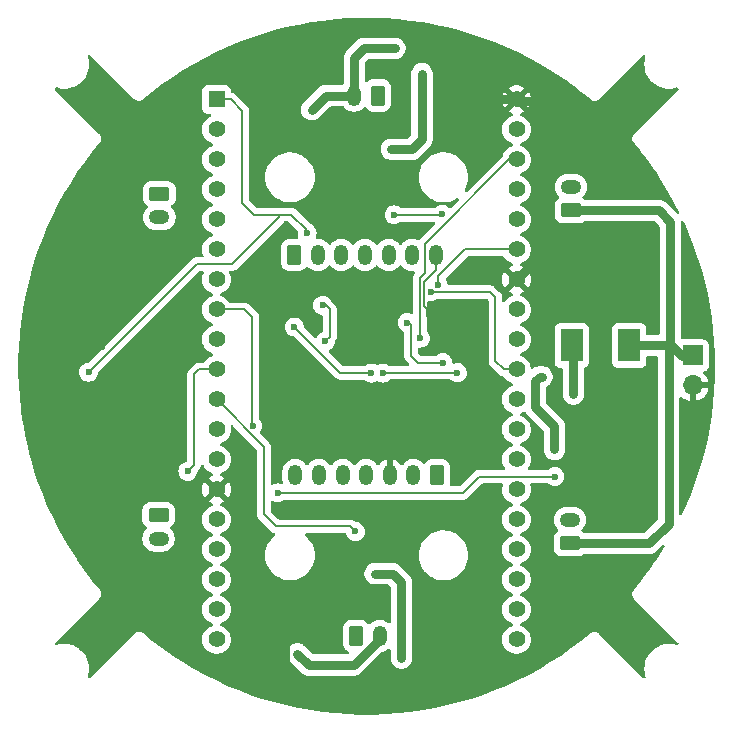
<source format=gbl>
G04 #@! TF.GenerationSoftware,KiCad,Pcbnew,8.0.8-8.0.8-0~ubuntu24.04.1*
G04 #@! TF.CreationDate,2025-03-31T18:32:50+09:00*
G04 #@! TF.ProjectId,multicopter,6d756c74-6963-46f7-9074-65722e6b6963,rev?*
G04 #@! TF.SameCoordinates,Original*
G04 #@! TF.FileFunction,Copper,L2,Bot*
G04 #@! TF.FilePolarity,Positive*
%FSLAX46Y46*%
G04 Gerber Fmt 4.6, Leading zero omitted, Abs format (unit mm)*
G04 Created by KiCad (PCBNEW 8.0.8-8.0.8-0~ubuntu24.04.1) date 2025-03-31 18:32:50*
%MOMM*%
%LPD*%
G01*
G04 APERTURE LIST*
G04 Aperture macros list*
%AMRoundRect*
0 Rectangle with rounded corners*
0 $1 Rounding radius*
0 $2 $3 $4 $5 $6 $7 $8 $9 X,Y pos of 4 corners*
0 Add a 4 corners polygon primitive as box body*
4,1,4,$2,$3,$4,$5,$6,$7,$8,$9,$2,$3,0*
0 Add four circle primitives for the rounded corners*
1,1,$1+$1,$2,$3*
1,1,$1+$1,$4,$5*
1,1,$1+$1,$6,$7*
1,1,$1+$1,$8,$9*
0 Add four rect primitives between the rounded corners*
20,1,$1+$1,$2,$3,$4,$5,0*
20,1,$1+$1,$4,$5,$6,$7,0*
20,1,$1+$1,$6,$7,$8,$9,0*
20,1,$1+$1,$8,$9,$2,$3,0*%
G04 Aperture macros list end*
G04 #@! TA.AperFunction,ComponentPad*
%ADD10RoundRect,0.250000X-0.625000X0.350000X-0.625000X-0.350000X0.625000X-0.350000X0.625000X0.350000X0*%
G04 #@! TD*
G04 #@! TA.AperFunction,ComponentPad*
%ADD11O,1.750000X1.200000*%
G04 #@! TD*
G04 #@! TA.AperFunction,ComponentPad*
%ADD12RoundRect,0.250000X0.625000X-0.350000X0.625000X0.350000X-0.625000X0.350000X-0.625000X-0.350000X0*%
G04 #@! TD*
G04 #@! TA.AperFunction,ComponentPad*
%ADD13RoundRect,0.250000X0.350000X0.625000X-0.350000X0.625000X-0.350000X-0.625000X0.350000X-0.625000X0*%
G04 #@! TD*
G04 #@! TA.AperFunction,ComponentPad*
%ADD14O,1.200000X1.750000*%
G04 #@! TD*
G04 #@! TA.AperFunction,ComponentPad*
%ADD15RoundRect,0.250000X-0.350000X-0.625000X0.350000X-0.625000X0.350000X0.625000X-0.350000X0.625000X0*%
G04 #@! TD*
G04 #@! TA.AperFunction,ComponentPad*
%ADD16R,1.700000X1.700000*%
G04 #@! TD*
G04 #@! TA.AperFunction,ComponentPad*
%ADD17O,1.700000X1.700000*%
G04 #@! TD*
G04 #@! TA.AperFunction,ComponentPad*
%ADD18R,1.408000X1.408000*%
G04 #@! TD*
G04 #@! TA.AperFunction,ComponentPad*
%ADD19C,1.408000*%
G04 #@! TD*
G04 #@! TA.AperFunction,SMDPad,CuDef*
%ADD20R,1.903000X2.790000*%
G04 #@! TD*
G04 #@! TA.AperFunction,ViaPad*
%ADD21C,0.600000*%
G04 #@! TD*
G04 #@! TA.AperFunction,Conductor*
%ADD22C,0.800000*%
G04 #@! TD*
G04 #@! TA.AperFunction,Conductor*
%ADD23C,0.150000*%
G04 #@! TD*
G04 APERTURE END LIST*
D10*
X82580000Y-104830000D03*
D11*
X82580000Y-106830000D03*
D10*
X82650000Y-77640000D03*
D11*
X82650000Y-79640000D03*
D12*
X117410000Y-107230000D03*
D11*
X117410000Y-105230000D03*
D12*
X117490000Y-79040000D03*
D11*
X117490000Y-77040000D03*
D13*
X101150000Y-69320000D03*
D14*
X99150000Y-69320000D03*
D15*
X99290000Y-115070000D03*
D14*
X101290000Y-115070000D03*
D16*
X127800000Y-91325000D03*
D17*
X127800000Y-93865000D03*
D18*
X87485000Y-69655000D03*
D19*
X87485000Y-72195000D03*
X87485000Y-74735000D03*
X87485000Y-77275000D03*
X87485000Y-79815000D03*
X87485000Y-82355000D03*
X87485000Y-84895000D03*
X87485000Y-87435000D03*
X87485000Y-89975000D03*
X87485000Y-92515000D03*
X87485000Y-95055000D03*
X87485000Y-97595000D03*
X87485000Y-100135000D03*
X87485000Y-102675000D03*
X87485000Y-105215000D03*
X87485000Y-107755000D03*
X87485000Y-110295000D03*
X87485000Y-112835000D03*
X87485000Y-115375000D03*
X112885000Y-69655000D03*
X112885000Y-72195000D03*
X112885000Y-74735000D03*
X112885000Y-77275000D03*
X112885000Y-79815000D03*
X112885000Y-82355000D03*
X112885000Y-84895000D03*
X112885000Y-87435000D03*
X112885000Y-89975000D03*
X112885000Y-92515000D03*
X112885000Y-95055000D03*
X112885000Y-97595000D03*
X112885000Y-100135000D03*
X112885000Y-102675000D03*
X112885000Y-105215000D03*
X112885000Y-107755000D03*
X112885000Y-110295000D03*
X112885000Y-112835000D03*
X112885000Y-115375000D03*
D13*
X106160000Y-101470000D03*
D14*
X104160000Y-101470000D03*
X102160000Y-101470000D03*
X100160000Y-101470000D03*
X98160000Y-101470000D03*
X96160000Y-101470000D03*
X94160000Y-101470000D03*
D20*
X122416500Y-90480000D03*
X117563500Y-90480000D03*
D15*
X94060000Y-82820000D03*
D14*
X96060000Y-82820000D03*
X98060000Y-82820000D03*
X100060000Y-82820000D03*
X102060000Y-82820000D03*
X104060000Y-82820000D03*
X106060000Y-82820000D03*
D21*
X82910000Y-114510000D03*
X85060000Y-101140000D03*
X76650000Y-92740000D03*
X79450000Y-70640000D03*
X100750000Y-86360000D03*
X96480000Y-87090000D03*
X99250000Y-106230000D03*
X94820000Y-120570000D03*
X116100000Y-99280000D03*
X107360000Y-65340000D03*
X117540000Y-71270000D03*
X102280000Y-73870000D03*
X95540000Y-70520000D03*
X106470000Y-89160000D03*
X119420000Y-113610000D03*
X109790000Y-117050000D03*
X102253413Y-96323413D03*
X121860000Y-99100000D03*
X77810000Y-90600000D03*
X122625000Y-101485000D03*
X123950000Y-101770000D03*
X93280000Y-111820000D03*
X97430000Y-66430000D03*
X99940000Y-89865000D03*
X93715000Y-96145000D03*
X123990000Y-93150000D03*
X91445000Y-96450000D03*
X109490000Y-100090000D03*
X78060000Y-83400000D03*
X100250000Y-98585000D03*
X125770000Y-98010000D03*
X103640000Y-88540000D03*
X96700000Y-90130000D03*
X95150000Y-80930000D03*
X106645000Y-91930000D03*
X102600000Y-65330000D03*
X94280000Y-116590000D03*
X117710000Y-94600000D03*
X104890000Y-67460000D03*
X100910000Y-109800000D03*
X103130000Y-116960000D03*
X102540000Y-79420000D03*
X106610000Y-79390000D03*
X92660000Y-102960000D03*
X116135000Y-101580000D03*
X90536587Y-97293413D03*
X104735027Y-89859125D03*
X106250000Y-85390000D03*
X94080000Y-88920000D03*
X100600000Y-92815000D03*
X107880000Y-92780000D03*
X101570000Y-92815000D03*
X115050000Y-93130000D03*
X105663763Y-85934363D03*
D22*
X82910000Y-114510000D02*
X85420000Y-117020000D01*
X85420000Y-117020000D02*
X93280000Y-117020000D01*
X79460000Y-70650000D02*
X79450000Y-70640000D01*
X82650000Y-70650000D02*
X79460000Y-70650000D01*
D23*
X99940000Y-89865000D02*
X99940000Y-87700000D01*
X100126592Y-86983408D02*
X100750000Y-86360000D01*
X99940000Y-87700000D02*
X100126592Y-87513408D01*
X100126592Y-87513408D02*
X100126592Y-86983408D01*
X97080000Y-87430000D02*
X97080000Y-89750000D01*
X96480000Y-87090000D02*
X96740000Y-87090000D01*
X96740000Y-87090000D02*
X97080000Y-87430000D01*
D22*
X93280000Y-117020000D02*
X93280000Y-119030000D01*
X93280000Y-119030000D02*
X94820000Y-120570000D01*
X116100000Y-97340000D02*
X116100000Y-99280000D01*
X114460000Y-95700000D02*
X116100000Y-97340000D01*
X107330000Y-65370000D02*
X107360000Y-65340000D01*
X107330000Y-69190000D02*
X107330000Y-65370000D01*
X116080000Y-69810000D02*
X117540000Y-71270000D01*
X114540000Y-69810000D02*
X116080000Y-69810000D01*
X102280000Y-73870000D02*
X103610000Y-73870000D01*
X99150000Y-69320000D02*
X96740000Y-69320000D01*
X96740000Y-69320000D02*
X95540000Y-70520000D01*
D23*
X105310027Y-88000027D02*
X106470000Y-89160000D01*
X106470000Y-89160000D02*
X106950000Y-89640000D01*
D22*
X117790000Y-115240000D02*
X119420000Y-113610000D01*
X116350000Y-115240000D02*
X117790000Y-115240000D01*
X114540000Y-117050000D02*
X116350000Y-115240000D01*
X114540000Y-117050000D02*
X109790000Y-117050000D01*
X109790000Y-117050000D02*
X109220000Y-117050000D01*
D23*
X77810000Y-83650000D02*
X78060000Y-83400000D01*
X102720000Y-99240000D02*
X102720000Y-98550000D01*
D22*
X107330000Y-69190000D02*
X107795000Y-69655000D01*
D23*
X102720000Y-99240000D02*
X102530000Y-99240000D01*
X105088763Y-87178736D02*
X105088763Y-85101237D01*
D22*
X93280000Y-111820000D02*
X93280000Y-117020000D01*
D23*
X106060000Y-84130000D02*
X106060000Y-82820000D01*
D22*
X107860000Y-115690000D02*
X107807500Y-115690000D01*
D23*
X102720000Y-96790000D02*
X102253413Y-96323413D01*
D22*
X123950000Y-101770000D02*
X123950000Y-93190000D01*
X93280000Y-118955000D02*
X93515000Y-119190000D01*
D23*
X77810000Y-90600000D02*
X77810000Y-83650000D01*
D22*
X109220000Y-117050000D02*
X107860000Y-115690000D01*
D23*
X93410000Y-96450000D02*
X91445000Y-96450000D01*
X100250000Y-98585000D02*
X102685000Y-98585000D01*
X121860000Y-99100000D02*
X122625000Y-99865000D01*
D22*
X107795000Y-69655000D02*
X112885000Y-69655000D01*
X114540000Y-83240000D02*
X112885000Y-84895000D01*
X114540000Y-69810000D02*
X114540000Y-83240000D01*
D23*
X102720000Y-98550000D02*
X102720000Y-96790000D01*
X106950000Y-89640000D02*
X106950000Y-90580000D01*
X122625000Y-99865000D02*
X122625000Y-101485000D01*
D22*
X123950000Y-93190000D02*
X123990000Y-93150000D01*
X86870000Y-66430000D02*
X97430000Y-66430000D01*
D23*
X105310027Y-87400000D02*
X105088763Y-87178736D01*
X102685000Y-98585000D02*
X102720000Y-98550000D01*
X102160000Y-99610000D02*
X102160000Y-101470000D01*
X102720000Y-99240000D02*
X108640000Y-99240000D01*
X102530000Y-99240000D02*
X102160000Y-99610000D01*
X108640000Y-99240000D02*
X109490000Y-100090000D01*
X105310027Y-87400000D02*
X105310027Y-88000027D01*
D22*
X114540000Y-69810000D02*
X113040000Y-69810000D01*
D23*
X93715000Y-96145000D02*
X93410000Y-96450000D01*
D22*
X113040000Y-69810000D02*
X112885000Y-69655000D01*
X82650000Y-70650000D02*
X86870000Y-66430000D01*
D23*
X105088763Y-85101237D02*
X106060000Y-84130000D01*
D22*
X125770000Y-105580000D02*
X124120000Y-107230000D01*
X122416500Y-90480000D02*
X125770000Y-90480000D01*
X124910000Y-79040000D02*
X125900000Y-80030000D01*
X125770000Y-98010000D02*
X125770000Y-105580000D01*
X126965000Y-91325000D02*
X127800000Y-91325000D01*
X125900000Y-90350000D02*
X126920000Y-91370000D01*
X117490000Y-79040000D02*
X124910000Y-79040000D01*
X125770000Y-90480000D02*
X125900000Y-90350000D01*
X125900000Y-80030000D02*
X125900000Y-90350000D01*
X125770000Y-90480000D02*
X125770000Y-98010000D01*
X126920000Y-91370000D02*
X126965000Y-91325000D01*
X124120000Y-107230000D02*
X117410000Y-107230000D01*
D23*
X103800000Y-88540000D02*
X103970000Y-88710000D01*
X103970000Y-91360000D02*
X104580000Y-91970000D01*
X106605000Y-91970000D02*
X106645000Y-91930000D01*
X92790000Y-79570000D02*
X92790000Y-79400000D01*
X92790000Y-79400000D02*
X93820501Y-79400000D01*
X87485000Y-69655000D02*
X88705000Y-69655000D01*
X89660000Y-70610000D02*
X89660000Y-78440000D01*
X88770000Y-83590000D02*
X92790000Y-79570000D01*
X93820501Y-79400000D02*
X95150000Y-80729499D01*
X104580000Y-91970000D02*
X106605000Y-91970000D01*
X103640000Y-88540000D02*
X103800000Y-88540000D01*
X88705000Y-69655000D02*
X89660000Y-70610000D01*
X103970000Y-88710000D02*
X103970000Y-91360000D01*
X90620000Y-79400000D02*
X92790000Y-79400000D01*
X97080000Y-89750000D02*
X96700000Y-90130000D01*
X95150000Y-80729499D02*
X95150000Y-80930000D01*
X85800000Y-83590000D02*
X88770000Y-83590000D01*
X76650000Y-92740000D02*
X85800000Y-83590000D01*
X89660000Y-78440000D02*
X90620000Y-79400000D01*
D22*
X102600000Y-65330000D02*
X99980000Y-65330000D01*
X99150000Y-66160000D02*
X99150000Y-67970000D01*
X99150000Y-67970000D02*
X99150000Y-69320000D01*
X99980000Y-65330000D02*
X99150000Y-66160000D01*
X95280000Y-117530000D02*
X94340000Y-116590000D01*
X94340000Y-116590000D02*
X94280000Y-116590000D01*
X101290000Y-115345000D02*
X99105000Y-117530000D01*
X99105000Y-117530000D02*
X95280000Y-117530000D01*
X101290000Y-115070000D02*
X101290000Y-115345000D01*
X117710000Y-90626500D02*
X117563500Y-90480000D01*
X117710000Y-94600000D02*
X117710000Y-90626500D01*
X104890000Y-73030000D02*
X104040000Y-73880000D01*
X103620000Y-73880000D02*
X103610000Y-73870000D01*
X104040000Y-73880000D02*
X103620000Y-73880000D01*
X104890000Y-67460000D02*
X104890000Y-73030000D01*
X103130000Y-110540000D02*
X102390000Y-109800000D01*
X103130000Y-116960000D02*
X103130000Y-110540000D01*
X102390000Y-109800000D02*
X100910000Y-109800000D01*
D23*
X102540000Y-79420000D02*
X106580000Y-79420000D01*
X106580000Y-79420000D02*
X106610000Y-79390000D01*
X89845000Y-87435000D02*
X90520000Y-88110000D01*
X90520000Y-97276826D02*
X90536587Y-97293413D01*
X108370000Y-102960000D02*
X92660000Y-102960000D01*
X87485000Y-87435000D02*
X89845000Y-87435000D01*
X90520000Y-95430000D02*
X90520000Y-97276826D01*
X90520000Y-88110000D02*
X90520000Y-95430000D01*
X109750000Y-101580000D02*
X108370000Y-102960000D01*
X116135000Y-101580000D02*
X109750000Y-101580000D01*
X98820000Y-105800000D02*
X99250000Y-106230000D01*
X87485000Y-95055000D02*
X91482466Y-99052466D01*
X91482466Y-104752466D02*
X92530000Y-105800000D01*
X92530000Y-105800000D02*
X98820000Y-105800000D01*
X91482466Y-99052466D02*
X91482466Y-104752466D01*
X104735027Y-89859125D02*
X104735027Y-84734973D01*
X104735027Y-84734973D02*
X105100000Y-84370000D01*
X105100000Y-84370000D02*
X105100000Y-81900000D01*
X112265000Y-74735000D02*
X112885000Y-74735000D01*
X105100000Y-81900000D02*
X112265000Y-74735000D01*
X108515000Y-82355000D02*
X112885000Y-82355000D01*
X106250000Y-85390000D02*
X106250000Y-84620000D01*
X106250000Y-84620000D02*
X108515000Y-82355000D01*
X94080000Y-88920000D02*
X97975000Y-92815000D01*
X97975000Y-92815000D02*
X100600000Y-92815000D01*
X107880000Y-92780000D02*
X101605000Y-92780000D01*
X101605000Y-92780000D02*
X101570000Y-92815000D01*
X85985000Y-92515000D02*
X85580000Y-92920000D01*
X85580000Y-92920000D02*
X85580000Y-100620000D01*
X87485000Y-92515000D02*
X85985000Y-92515000D01*
X85580000Y-100620000D02*
X85060000Y-101140000D01*
D22*
X115050000Y-93130000D02*
X114860000Y-93130000D01*
X114860000Y-93130000D02*
X114460000Y-93530000D01*
X114460000Y-93530000D02*
X114460000Y-95700000D01*
D23*
X111845000Y-92515000D02*
X112885000Y-92515000D01*
X111090000Y-91760000D02*
X111845000Y-92515000D01*
X105694400Y-85965000D02*
X110655000Y-85965000D01*
X105663763Y-85934363D02*
X105694400Y-85965000D01*
X110655000Y-85965000D02*
X111090000Y-86400000D01*
X111090000Y-86400000D02*
X111090000Y-91760000D01*
G04 #@! TA.AperFunction,Conductor*
G36*
X93597798Y-79995185D02*
G01*
X93618440Y-80011819D01*
X94321671Y-80715050D01*
X94355156Y-80776373D01*
X94357210Y-80816614D01*
X94344435Y-80929997D01*
X94344435Y-80930003D01*
X94364630Y-81109249D01*
X94364631Y-81109254D01*
X94424219Y-81279545D01*
X94427780Y-81349324D01*
X94393051Y-81409952D01*
X94331058Y-81442179D01*
X94307177Y-81444500D01*
X93659998Y-81444500D01*
X93659980Y-81444501D01*
X93557203Y-81455000D01*
X93557200Y-81455001D01*
X93390668Y-81510185D01*
X93390663Y-81510187D01*
X93241342Y-81602289D01*
X93117289Y-81726342D01*
X93025187Y-81875663D01*
X93025186Y-81875666D01*
X92970001Y-82042203D01*
X92970001Y-82042204D01*
X92970000Y-82042204D01*
X92959500Y-82144983D01*
X92959500Y-83495001D01*
X92959501Y-83495018D01*
X92970000Y-83597796D01*
X92970001Y-83597799D01*
X93025185Y-83764331D01*
X93025187Y-83764336D01*
X93048870Y-83802732D01*
X93117288Y-83913656D01*
X93241344Y-84037712D01*
X93390666Y-84129814D01*
X93557203Y-84184999D01*
X93659991Y-84195500D01*
X94460008Y-84195499D01*
X94460016Y-84195498D01*
X94460019Y-84195498D01*
X94516302Y-84189748D01*
X94562797Y-84184999D01*
X94729334Y-84129814D01*
X94878656Y-84037712D01*
X95002712Y-83913656D01*
X95042310Y-83849456D01*
X95094258Y-83802732D01*
X95163220Y-83791509D01*
X95227303Y-83819352D01*
X95235530Y-83826872D01*
X95343072Y-83934414D01*
X95483212Y-84036232D01*
X95637555Y-84114873D01*
X95802299Y-84168402D01*
X95973389Y-84195500D01*
X95973390Y-84195500D01*
X96146610Y-84195500D01*
X96146611Y-84195500D01*
X96317701Y-84168402D01*
X96482445Y-84114873D01*
X96636788Y-84036232D01*
X96776928Y-83934414D01*
X96899414Y-83811928D01*
X96959682Y-83728975D01*
X97015012Y-83686311D01*
X97084626Y-83680332D01*
X97146421Y-83712938D01*
X97160315Y-83728973D01*
X97220586Y-83811928D01*
X97343072Y-83934414D01*
X97483212Y-84036232D01*
X97637555Y-84114873D01*
X97802299Y-84168402D01*
X97973389Y-84195500D01*
X97973390Y-84195500D01*
X98146610Y-84195500D01*
X98146611Y-84195500D01*
X98317701Y-84168402D01*
X98482445Y-84114873D01*
X98636788Y-84036232D01*
X98776928Y-83934414D01*
X98899414Y-83811928D01*
X98959682Y-83728975D01*
X99015012Y-83686311D01*
X99084626Y-83680332D01*
X99146421Y-83712938D01*
X99160315Y-83728973D01*
X99220586Y-83811928D01*
X99343072Y-83934414D01*
X99483212Y-84036232D01*
X99637555Y-84114873D01*
X99802299Y-84168402D01*
X99973389Y-84195500D01*
X99973390Y-84195500D01*
X100146610Y-84195500D01*
X100146611Y-84195500D01*
X100317701Y-84168402D01*
X100482445Y-84114873D01*
X100636788Y-84036232D01*
X100776928Y-83934414D01*
X100899414Y-83811928D01*
X100959682Y-83728975D01*
X101015012Y-83686311D01*
X101084626Y-83680332D01*
X101146421Y-83712938D01*
X101160315Y-83728973D01*
X101220586Y-83811928D01*
X101343072Y-83934414D01*
X101483212Y-84036232D01*
X101637555Y-84114873D01*
X101802299Y-84168402D01*
X101973389Y-84195500D01*
X101973390Y-84195500D01*
X102146610Y-84195500D01*
X102146611Y-84195500D01*
X102317701Y-84168402D01*
X102482445Y-84114873D01*
X102636788Y-84036232D01*
X102776928Y-83934414D01*
X102899414Y-83811928D01*
X102959682Y-83728975D01*
X103015012Y-83686311D01*
X103084626Y-83680332D01*
X103146421Y-83712938D01*
X103160315Y-83728973D01*
X103220586Y-83811928D01*
X103343072Y-83934414D01*
X103483212Y-84036232D01*
X103637555Y-84114873D01*
X103802299Y-84168402D01*
X103973389Y-84195500D01*
X103973390Y-84195500D01*
X104146606Y-84195500D01*
X104146611Y-84195500D01*
X104148868Y-84195142D01*
X104149733Y-84195254D01*
X104151462Y-84195118D01*
X104151490Y-84195481D01*
X104218159Y-84204089D01*
X104271616Y-84249079D01*
X104292263Y-84315829D01*
X104275663Y-84379613D01*
X104198747Y-84512834D01*
X104198747Y-84512835D01*
X104159527Y-84659207D01*
X104159527Y-87698936D01*
X104139842Y-87765975D01*
X104087038Y-87811730D01*
X104017880Y-87821674D01*
X103994572Y-87815978D01*
X103819254Y-87754631D01*
X103819249Y-87754630D01*
X103640004Y-87734435D01*
X103639996Y-87734435D01*
X103460750Y-87754630D01*
X103460745Y-87754631D01*
X103290476Y-87814211D01*
X103137737Y-87910184D01*
X103010184Y-88037737D01*
X102914211Y-88190476D01*
X102854631Y-88360745D01*
X102854630Y-88360750D01*
X102834435Y-88539996D01*
X102834435Y-88540003D01*
X102854630Y-88719249D01*
X102854631Y-88719254D01*
X102914211Y-88889523D01*
X102969501Y-88977516D01*
X103010184Y-89042262D01*
X103137738Y-89169816D01*
X103290478Y-89265789D01*
X103311454Y-89273128D01*
X103368229Y-89313848D01*
X103393978Y-89378800D01*
X103394500Y-89390170D01*
X103394500Y-91435765D01*
X103433719Y-91582136D01*
X103471602Y-91647750D01*
X103509485Y-91713365D01*
X103750752Y-91954632D01*
X103788940Y-91992819D01*
X103822425Y-92054142D01*
X103817441Y-92123833D01*
X103775570Y-92179767D01*
X103710105Y-92204184D01*
X103701259Y-92204500D01*
X102138727Y-92204500D01*
X102072755Y-92185494D01*
X102060042Y-92177506D01*
X102032055Y-92159920D01*
X101919523Y-92089211D01*
X101749254Y-92029631D01*
X101749249Y-92029630D01*
X101570004Y-92009435D01*
X101569996Y-92009435D01*
X101390750Y-92029630D01*
X101390737Y-92029633D01*
X101220479Y-92089209D01*
X101150971Y-92132884D01*
X101083734Y-92151884D01*
X101019029Y-92132884D01*
X100949520Y-92089209D01*
X100779262Y-92029633D01*
X100779249Y-92029630D01*
X100600004Y-92009435D01*
X100599996Y-92009435D01*
X100420750Y-92029630D01*
X100420745Y-92029631D01*
X100250476Y-92089211D01*
X100097737Y-92185184D01*
X100079741Y-92203181D01*
X100018418Y-92236666D01*
X99992060Y-92239500D01*
X98264742Y-92239500D01*
X98197703Y-92219815D01*
X98177061Y-92203181D01*
X97024454Y-91050574D01*
X96990969Y-90989251D01*
X96995953Y-90919559D01*
X97037825Y-90863626D01*
X97046163Y-90857899D01*
X97049519Y-90855789D01*
X97049522Y-90855789D01*
X97202262Y-90759816D01*
X97329816Y-90632262D01*
X97425789Y-90479522D01*
X97485368Y-90309255D01*
X97496704Y-90208648D01*
X97499651Y-90182487D01*
X97526717Y-90118073D01*
X97535186Y-90108693D01*
X97540515Y-90103365D01*
X97616281Y-89972135D01*
X97634011Y-89905964D01*
X97655500Y-89825767D01*
X97655500Y-89674234D01*
X97655500Y-87354234D01*
X97616281Y-87207865D01*
X97540515Y-87076635D01*
X97433365Y-86969485D01*
X97218089Y-86754209D01*
X97200776Y-86732500D01*
X97168535Y-86681189D01*
X97109816Y-86587738D01*
X96982262Y-86460184D01*
X96916241Y-86418700D01*
X96829523Y-86364211D01*
X96659254Y-86304631D01*
X96659249Y-86304630D01*
X96480004Y-86284435D01*
X96479996Y-86284435D01*
X96300750Y-86304630D01*
X96300745Y-86304631D01*
X96130476Y-86364211D01*
X95977737Y-86460184D01*
X95850184Y-86587737D01*
X95754211Y-86740476D01*
X95694631Y-86910745D01*
X95694630Y-86910750D01*
X95674435Y-87089996D01*
X95674435Y-87090003D01*
X95694630Y-87269249D01*
X95694631Y-87269254D01*
X95754211Y-87439523D01*
X95798652Y-87510250D01*
X95850184Y-87592262D01*
X95977738Y-87719816D01*
X96036335Y-87756635D01*
X96127966Y-87814211D01*
X96130478Y-87815789D01*
X96291048Y-87871975D01*
X96300745Y-87875368D01*
X96300750Y-87875369D01*
X96359609Y-87882000D01*
X96394382Y-87885918D01*
X96458796Y-87912984D01*
X96498352Y-87970578D01*
X96504500Y-88009138D01*
X96504500Y-89262333D01*
X96484815Y-89329372D01*
X96432011Y-89375127D01*
X96421456Y-89379374D01*
X96350476Y-89404211D01*
X96350475Y-89404212D01*
X96197737Y-89500184D01*
X96070182Y-89627739D01*
X95972099Y-89783837D01*
X95919765Y-89830127D01*
X95850711Y-89840775D01*
X95786863Y-89812400D01*
X95779425Y-89805545D01*
X94915190Y-88941310D01*
X94881705Y-88879987D01*
X94879651Y-88867512D01*
X94865369Y-88740750D01*
X94865368Y-88740745D01*
X94829941Y-88639500D01*
X94805789Y-88570478D01*
X94786638Y-88540000D01*
X94709815Y-88417737D01*
X94582262Y-88290184D01*
X94429523Y-88194211D01*
X94259254Y-88134631D01*
X94259249Y-88134630D01*
X94080004Y-88114435D01*
X94079996Y-88114435D01*
X93900750Y-88134630D01*
X93900745Y-88134631D01*
X93730476Y-88194211D01*
X93577737Y-88290184D01*
X93450184Y-88417737D01*
X93354211Y-88570476D01*
X93294631Y-88740745D01*
X93294630Y-88740750D01*
X93274435Y-88919996D01*
X93274435Y-88920003D01*
X93294630Y-89099249D01*
X93294631Y-89099254D01*
X93354211Y-89269523D01*
X93430019Y-89390170D01*
X93450184Y-89422262D01*
X93577738Y-89549816D01*
X93661619Y-89602522D01*
X93701751Y-89627739D01*
X93730478Y-89645789D01*
X93900745Y-89705368D01*
X93900750Y-89705369D01*
X94027512Y-89719651D01*
X94091926Y-89746717D01*
X94101310Y-89755190D01*
X97514485Y-93168365D01*
X97621635Y-93275515D01*
X97752865Y-93351281D01*
X97899234Y-93390500D01*
X99992060Y-93390500D01*
X100059099Y-93410185D01*
X100079741Y-93426819D01*
X100097738Y-93444816D01*
X100150733Y-93478115D01*
X100225935Y-93525368D01*
X100250478Y-93540789D01*
X100413523Y-93597841D01*
X100420745Y-93600368D01*
X100420750Y-93600369D01*
X100599996Y-93620565D01*
X100600000Y-93620565D01*
X100600004Y-93620565D01*
X100779249Y-93600369D01*
X100779252Y-93600368D01*
X100779255Y-93600368D01*
X100949522Y-93540789D01*
X100974065Y-93525368D01*
X101019027Y-93497116D01*
X101086264Y-93478115D01*
X101150973Y-93497116D01*
X101220475Y-93540788D01*
X101390745Y-93600368D01*
X101390750Y-93600369D01*
X101569996Y-93620565D01*
X101570000Y-93620565D01*
X101570004Y-93620565D01*
X101749249Y-93600369D01*
X101749252Y-93600368D01*
X101749255Y-93600368D01*
X101919522Y-93540789D01*
X102072262Y-93444816D01*
X102125259Y-93391819D01*
X102186582Y-93358334D01*
X102212940Y-93355500D01*
X107272060Y-93355500D01*
X107339099Y-93375185D01*
X107359741Y-93391819D01*
X107377738Y-93409816D01*
X107530478Y-93505789D01*
X107700745Y-93565368D01*
X107700750Y-93565369D01*
X107879996Y-93585565D01*
X107880000Y-93585565D01*
X107880004Y-93585565D01*
X108059249Y-93565369D01*
X108059252Y-93565368D01*
X108059255Y-93565368D01*
X108229522Y-93505789D01*
X108382262Y-93409816D01*
X108509816Y-93282262D01*
X108605789Y-93129522D01*
X108665368Y-92959255D01*
X108666188Y-92951980D01*
X108685565Y-92780003D01*
X108685565Y-92779996D01*
X108665369Y-92600750D01*
X108665368Y-92600745D01*
X108641503Y-92532544D01*
X108605789Y-92430478D01*
X108597526Y-92417328D01*
X108535614Y-92318796D01*
X108509816Y-92277738D01*
X108382262Y-92150184D01*
X108333157Y-92119329D01*
X108229523Y-92054211D01*
X108059254Y-91994631D01*
X108059249Y-91994630D01*
X107880004Y-91974435D01*
X107879996Y-91974435D01*
X107700750Y-91994630D01*
X107700742Y-91994632D01*
X107613825Y-92025046D01*
X107544046Y-92028607D01*
X107483419Y-91993878D01*
X107451192Y-91931885D01*
X107449651Y-91921887D01*
X107430369Y-91750750D01*
X107430368Y-91750745D01*
X107417288Y-91713364D01*
X107370789Y-91580478D01*
X107274816Y-91427738D01*
X107147262Y-91300184D01*
X107121878Y-91284234D01*
X106994523Y-91204211D01*
X106824254Y-91144631D01*
X106824249Y-91144630D01*
X106645004Y-91124435D01*
X106644996Y-91124435D01*
X106465750Y-91144630D01*
X106465745Y-91144631D01*
X106295476Y-91204211D01*
X106142737Y-91300184D01*
X106084741Y-91358181D01*
X106023418Y-91391666D01*
X105997060Y-91394500D01*
X104869741Y-91394500D01*
X104802702Y-91374815D01*
X104782060Y-91358181D01*
X104581819Y-91157939D01*
X104548334Y-91096616D01*
X104545500Y-91070258D01*
X104545500Y-90782091D01*
X104565185Y-90715052D01*
X104617989Y-90669297D01*
X104683383Y-90658871D01*
X104723635Y-90663406D01*
X104735026Y-90664690D01*
X104735027Y-90664690D01*
X104735031Y-90664690D01*
X104914276Y-90644494D01*
X104914279Y-90644493D01*
X104914282Y-90644493D01*
X105084549Y-90584914D01*
X105237289Y-90488941D01*
X105364843Y-90361387D01*
X105460816Y-90208647D01*
X105520395Y-90038380D01*
X105520396Y-90038374D01*
X105540592Y-89859128D01*
X105540592Y-89859121D01*
X105520396Y-89679875D01*
X105520395Y-89679870D01*
X105518423Y-89674234D01*
X105460816Y-89509603D01*
X105459187Y-89507011D01*
X105385771Y-89390170D01*
X105364843Y-89356863D01*
X105346846Y-89338866D01*
X105313361Y-89277543D01*
X105310527Y-89251185D01*
X105310527Y-86833614D01*
X105330212Y-86766575D01*
X105383016Y-86720820D01*
X105452174Y-86710876D01*
X105475485Y-86716573D01*
X105484508Y-86719731D01*
X105484509Y-86719731D01*
X105484513Y-86719732D01*
X105663759Y-86739928D01*
X105663763Y-86739928D01*
X105663767Y-86739928D01*
X105843012Y-86719732D01*
X105843015Y-86719731D01*
X105843018Y-86719731D01*
X106013285Y-86660152D01*
X106166025Y-86564179D01*
X106166025Y-86564178D01*
X106171921Y-86560474D01*
X106173392Y-86562816D01*
X106226489Y-86541144D01*
X106239107Y-86540500D01*
X110365258Y-86540500D01*
X110432297Y-86560185D01*
X110452939Y-86576819D01*
X110478181Y-86602061D01*
X110511666Y-86663384D01*
X110514500Y-86689742D01*
X110514500Y-91835765D01*
X110553719Y-91982136D01*
X110581142Y-92029633D01*
X110629485Y-92113365D01*
X110629486Y-92113366D01*
X110629487Y-92113367D01*
X111380144Y-92864023D01*
X111380154Y-92864034D01*
X111384484Y-92868364D01*
X111384485Y-92868365D01*
X111491635Y-92975515D01*
X111598364Y-93037135D01*
X111598365Y-93037136D01*
X111605588Y-93041306D01*
X111622865Y-93051281D01*
X111769233Y-93090500D01*
X111769234Y-93090500D01*
X111769235Y-93090500D01*
X111777083Y-93092603D01*
X111776414Y-93095099D01*
X111828550Y-93118163D01*
X111853890Y-93147549D01*
X111856521Y-93151798D01*
X111991051Y-93329944D01*
X112029506Y-93365000D01*
X112156017Y-93480330D01*
X112156024Y-93480334D01*
X112156025Y-93480335D01*
X112345804Y-93597841D01*
X112345805Y-93597841D01*
X112345808Y-93597843D01*
X112530452Y-93669374D01*
X112585851Y-93711946D01*
X112609442Y-93777713D01*
X112593731Y-93845793D01*
X112543707Y-93894572D01*
X112530461Y-93900621D01*
X112412966Y-93946140D01*
X112345810Y-93972156D01*
X112345804Y-93972158D01*
X112156025Y-94089664D01*
X112156015Y-94089671D01*
X111991051Y-94240055D01*
X111856526Y-94418195D01*
X111757026Y-94618018D01*
X111757023Y-94618024D01*
X111695937Y-94832723D01*
X111695936Y-94832726D01*
X111675340Y-95054999D01*
X111675340Y-95055000D01*
X111695936Y-95277273D01*
X111695937Y-95277276D01*
X111757023Y-95491975D01*
X111757026Y-95491981D01*
X111790500Y-95559206D01*
X111856526Y-95691804D01*
X111991050Y-95869943D01*
X112156017Y-96020330D01*
X112156024Y-96020334D01*
X112156025Y-96020335D01*
X112345804Y-96137841D01*
X112345805Y-96137841D01*
X112345808Y-96137843D01*
X112530452Y-96209374D01*
X112585851Y-96251946D01*
X112609442Y-96317713D01*
X112593731Y-96385793D01*
X112543707Y-96434572D01*
X112530461Y-96440621D01*
X112390170Y-96494971D01*
X112345810Y-96512156D01*
X112345804Y-96512158D01*
X112156025Y-96629664D01*
X112156015Y-96629671D01*
X111991051Y-96780055D01*
X111856526Y-96958195D01*
X111757026Y-97158018D01*
X111757023Y-97158024D01*
X111695937Y-97372723D01*
X111695936Y-97372726D01*
X111675340Y-97594999D01*
X111675340Y-97595000D01*
X111695936Y-97817273D01*
X111695937Y-97817276D01*
X111757023Y-98031975D01*
X111757026Y-98031981D01*
X111790500Y-98099206D01*
X111856526Y-98231804D01*
X111991050Y-98409943D01*
X112156017Y-98560330D01*
X112156024Y-98560334D01*
X112156025Y-98560335D01*
X112345804Y-98677841D01*
X112345805Y-98677841D01*
X112345808Y-98677843D01*
X112530452Y-98749374D01*
X112585851Y-98791946D01*
X112609442Y-98857713D01*
X112593731Y-98925793D01*
X112543707Y-98974572D01*
X112530461Y-98980621D01*
X112387216Y-99036115D01*
X112345810Y-99052156D01*
X112345804Y-99052158D01*
X112156025Y-99169664D01*
X112156015Y-99169671D01*
X111991051Y-99320055D01*
X111856526Y-99498195D01*
X111757026Y-99698018D01*
X111757023Y-99698024D01*
X111695937Y-99912723D01*
X111695936Y-99912726D01*
X111675340Y-100134999D01*
X111675340Y-100135000D01*
X111695936Y-100357273D01*
X111695937Y-100357276D01*
X111757023Y-100571975D01*
X111757026Y-100571981D01*
X111856526Y-100771804D01*
X111882178Y-100805773D01*
X111906870Y-100871135D01*
X111892305Y-100939469D01*
X111843107Y-100989082D01*
X111783224Y-101004500D01*
X109674234Y-101004500D01*
X109527863Y-101043719D01*
X109396635Y-101119485D01*
X109396632Y-101119487D01*
X108167939Y-102348181D01*
X108106616Y-102381666D01*
X108080258Y-102384500D01*
X107373347Y-102384500D01*
X107306308Y-102364815D01*
X107260553Y-102312011D01*
X107249989Y-102247898D01*
X107260499Y-102145018D01*
X107260500Y-102145009D01*
X107260499Y-100794992D01*
X107249999Y-100692203D01*
X107194814Y-100525666D01*
X107102712Y-100376344D01*
X106978656Y-100252288D01*
X106885888Y-100195069D01*
X106829336Y-100160187D01*
X106829331Y-100160185D01*
X106827862Y-100159698D01*
X106662797Y-100105001D01*
X106662795Y-100105000D01*
X106560010Y-100094500D01*
X105759998Y-100094500D01*
X105759980Y-100094501D01*
X105657203Y-100105000D01*
X105657200Y-100105001D01*
X105490668Y-100160185D01*
X105490663Y-100160187D01*
X105341342Y-100252289D01*
X105217287Y-100376344D01*
X105177688Y-100440544D01*
X105125739Y-100487268D01*
X105056777Y-100498489D01*
X104992695Y-100470645D01*
X104984469Y-100463127D01*
X104876930Y-100355588D01*
X104876928Y-100355586D01*
X104736788Y-100253768D01*
X104582445Y-100175127D01*
X104417701Y-100121598D01*
X104417699Y-100121597D01*
X104417698Y-100121597D01*
X104286271Y-100100781D01*
X104246611Y-100094500D01*
X104073389Y-100094500D01*
X104033728Y-100100781D01*
X103902302Y-100121597D01*
X103737552Y-100175128D01*
X103583211Y-100253768D01*
X103523828Y-100296913D01*
X103443072Y-100355586D01*
X103443070Y-100355588D01*
X103443069Y-100355588D01*
X103320585Y-100478072D01*
X103260007Y-100561450D01*
X103204677Y-100604115D01*
X103135063Y-100610093D01*
X103073269Y-100577486D01*
X103059371Y-100561447D01*
X102999036Y-100478401D01*
X102876602Y-100355967D01*
X102736524Y-100254195D01*
X102582257Y-100175591D01*
X102417589Y-100122087D01*
X102417581Y-100122085D01*
X102410000Y-100120884D01*
X102410000Y-101189670D01*
X102390255Y-101169925D01*
X102304745Y-101120556D01*
X102209370Y-101095000D01*
X102110630Y-101095000D01*
X102015255Y-101120556D01*
X101929745Y-101169925D01*
X101910000Y-101189670D01*
X101910000Y-100120884D01*
X101909999Y-100120884D01*
X101902418Y-100122085D01*
X101902410Y-100122087D01*
X101737742Y-100175591D01*
X101583475Y-100254195D01*
X101443397Y-100355967D01*
X101320965Y-100478399D01*
X101320961Y-100478404D01*
X101260627Y-100561448D01*
X101205297Y-100604114D01*
X101135684Y-100610093D01*
X101073889Y-100577488D01*
X101059991Y-100561449D01*
X101059990Y-100561447D01*
X100999414Y-100478072D01*
X100876928Y-100355586D01*
X100736788Y-100253768D01*
X100582445Y-100175127D01*
X100417701Y-100121598D01*
X100417699Y-100121597D01*
X100417698Y-100121597D01*
X100286271Y-100100781D01*
X100246611Y-100094500D01*
X100073389Y-100094500D01*
X100033728Y-100100781D01*
X99902302Y-100121597D01*
X99737552Y-100175128D01*
X99583211Y-100253768D01*
X99523828Y-100296913D01*
X99443072Y-100355586D01*
X99443070Y-100355588D01*
X99443069Y-100355588D01*
X99320588Y-100478069D01*
X99320581Y-100478078D01*
X99260317Y-100561023D01*
X99204987Y-100603689D01*
X99135374Y-100609667D01*
X99073579Y-100577061D01*
X99059683Y-100561023D01*
X98999653Y-100478401D01*
X98999414Y-100478072D01*
X98876928Y-100355586D01*
X98736788Y-100253768D01*
X98582445Y-100175127D01*
X98417701Y-100121598D01*
X98417699Y-100121597D01*
X98417698Y-100121597D01*
X98286271Y-100100781D01*
X98246611Y-100094500D01*
X98073389Y-100094500D01*
X98033728Y-100100781D01*
X97902302Y-100121597D01*
X97737552Y-100175128D01*
X97583211Y-100253768D01*
X97523828Y-100296913D01*
X97443072Y-100355586D01*
X97443070Y-100355588D01*
X97443069Y-100355588D01*
X97320588Y-100478069D01*
X97320581Y-100478078D01*
X97260317Y-100561023D01*
X97204987Y-100603689D01*
X97135374Y-100609667D01*
X97073579Y-100577061D01*
X97059683Y-100561023D01*
X96999653Y-100478401D01*
X96999414Y-100478072D01*
X96876928Y-100355586D01*
X96736788Y-100253768D01*
X96582445Y-100175127D01*
X96417701Y-100121598D01*
X96417699Y-100121597D01*
X96417698Y-100121597D01*
X96286271Y-100100781D01*
X96246611Y-100094500D01*
X96073389Y-100094500D01*
X96033728Y-100100781D01*
X95902302Y-100121597D01*
X95737552Y-100175128D01*
X95583211Y-100253768D01*
X95523828Y-100296913D01*
X95443072Y-100355586D01*
X95443070Y-100355588D01*
X95443069Y-100355588D01*
X95320588Y-100478069D01*
X95320581Y-100478078D01*
X95260317Y-100561023D01*
X95204987Y-100603689D01*
X95135374Y-100609667D01*
X95073579Y-100577061D01*
X95059683Y-100561023D01*
X94999653Y-100478401D01*
X94999414Y-100478072D01*
X94876928Y-100355586D01*
X94736788Y-100253768D01*
X94582445Y-100175127D01*
X94417701Y-100121598D01*
X94417699Y-100121597D01*
X94417698Y-100121597D01*
X94286271Y-100100781D01*
X94246611Y-100094500D01*
X94073389Y-100094500D01*
X94033728Y-100100781D01*
X93902302Y-100121597D01*
X93737552Y-100175128D01*
X93583211Y-100253768D01*
X93523828Y-100296913D01*
X93443072Y-100355586D01*
X93443070Y-100355588D01*
X93443069Y-100355588D01*
X93320588Y-100478069D01*
X93320588Y-100478070D01*
X93320586Y-100478072D01*
X93320345Y-100478404D01*
X93218768Y-100618211D01*
X93140128Y-100772552D01*
X93086597Y-100937302D01*
X93059500Y-101108389D01*
X93059500Y-101831610D01*
X93086597Y-102002698D01*
X93104020Y-102056320D01*
X93106015Y-102126161D01*
X93069934Y-102185994D01*
X93007233Y-102216822D01*
X92945135Y-102211680D01*
X92839257Y-102174632D01*
X92839249Y-102174630D01*
X92660004Y-102154435D01*
X92659996Y-102154435D01*
X92480750Y-102174630D01*
X92480745Y-102174631D01*
X92310476Y-102234211D01*
X92247938Y-102273507D01*
X92180701Y-102292507D01*
X92113866Y-102272139D01*
X92068652Y-102218871D01*
X92057966Y-102168513D01*
X92057966Y-98976702D01*
X92057966Y-98976700D01*
X92018747Y-98830331D01*
X91942981Y-98699101D01*
X91835831Y-98591951D01*
X91187378Y-97943498D01*
X91153893Y-97882175D01*
X91158877Y-97812483D01*
X91170062Y-97789850D01*
X91262376Y-97642935D01*
X91321955Y-97472668D01*
X91333216Y-97372723D01*
X91342152Y-97293416D01*
X91342152Y-97293409D01*
X91321956Y-97114163D01*
X91321955Y-97114158D01*
X91275337Y-96980932D01*
X91262376Y-96943891D01*
X91166403Y-96791151D01*
X91131819Y-96756567D01*
X91098334Y-96695244D01*
X91095500Y-96668886D01*
X91095500Y-88034236D01*
X91095500Y-88034234D01*
X91056281Y-87887865D01*
X90980515Y-87756635D01*
X90873365Y-87649485D01*
X90873364Y-87649484D01*
X90869034Y-87645154D01*
X90869023Y-87645144D01*
X90198367Y-86974487D01*
X90198366Y-86974486D01*
X90198365Y-86974485D01*
X90132750Y-86936602D01*
X90067136Y-86898719D01*
X89993950Y-86879109D01*
X89920766Y-86859500D01*
X89920765Y-86859500D01*
X88620500Y-86859500D01*
X88553461Y-86839815D01*
X88516988Y-86802726D01*
X88516929Y-86802771D01*
X88516588Y-86802319D01*
X88515076Y-86800782D01*
X88513477Y-86798199D01*
X88409228Y-86660152D01*
X88378950Y-86620057D01*
X88316159Y-86562816D01*
X88213984Y-86469671D01*
X88213974Y-86469664D01*
X88024195Y-86352158D01*
X88024186Y-86352154D01*
X87938430Y-86318932D01*
X87839547Y-86280625D01*
X87784148Y-86238054D01*
X87760557Y-86172288D01*
X87776268Y-86104207D01*
X87826292Y-86055428D01*
X87839538Y-86049378D01*
X88024192Y-85977843D01*
X88213983Y-85860330D01*
X88378950Y-85709943D01*
X88513474Y-85531804D01*
X88612974Y-85331980D01*
X88612974Y-85331977D01*
X88612976Y-85331975D01*
X88648086Y-85208574D01*
X88674063Y-85117274D01*
X88694660Y-84895000D01*
X88674063Y-84672726D01*
X88636711Y-84541446D01*
X88612976Y-84458024D01*
X88612971Y-84458013D01*
X88556584Y-84344771D01*
X88544323Y-84275986D01*
X88571196Y-84211491D01*
X88628672Y-84171764D01*
X88667584Y-84165500D01*
X88845764Y-84165500D01*
X88845766Y-84165500D01*
X88992135Y-84126281D01*
X89123365Y-84050515D01*
X93162061Y-80011819D01*
X93223384Y-79978334D01*
X93249742Y-79975500D01*
X93530759Y-79975500D01*
X93597798Y-79995185D01*
G37*
G04 #@! TD.AperFunction*
G04 #@! TA.AperFunction,Conductor*
G36*
X111816539Y-82950185D02*
G01*
X111853011Y-82987273D01*
X111853071Y-82987229D01*
X111853411Y-82987680D01*
X111854924Y-82989218D01*
X111856522Y-82991800D01*
X111954357Y-83121354D01*
X111991050Y-83169943D01*
X112156017Y-83320330D01*
X112156024Y-83320334D01*
X112156025Y-83320335D01*
X112345804Y-83437841D01*
X112345806Y-83437842D01*
X112345808Y-83437843D01*
X112531142Y-83509642D01*
X112586542Y-83552213D01*
X112610133Y-83617979D01*
X112594422Y-83686060D01*
X112544399Y-83734839D01*
X112531141Y-83740893D01*
X112346042Y-83812601D01*
X112346026Y-83812609D01*
X112228766Y-83885212D01*
X112228765Y-83885213D01*
X112796415Y-84452861D01*
X112711306Y-84475667D01*
X112608694Y-84534910D01*
X112524910Y-84618694D01*
X112465667Y-84721306D01*
X112442861Y-84806414D01*
X111873282Y-84236834D01*
X111856948Y-84258466D01*
X111757500Y-84458186D01*
X111757493Y-84458204D01*
X111696429Y-84672818D01*
X111675842Y-84894999D01*
X111675842Y-84895000D01*
X111696429Y-85117181D01*
X111757493Y-85331795D01*
X111757498Y-85331808D01*
X111856953Y-85531541D01*
X111873281Y-85553163D01*
X111873282Y-85553163D01*
X112442861Y-84983584D01*
X112465667Y-85068694D01*
X112524910Y-85171306D01*
X112608694Y-85255090D01*
X112711306Y-85314333D01*
X112796414Y-85337137D01*
X112228765Y-85904785D01*
X112346034Y-85977394D01*
X112531141Y-86049105D01*
X112586542Y-86091678D01*
X112610133Y-86157445D01*
X112594422Y-86225525D01*
X112544398Y-86274304D01*
X112531147Y-86280355D01*
X112479431Y-86300391D01*
X112345810Y-86352155D01*
X112345804Y-86352158D01*
X112156025Y-86469664D01*
X112156015Y-86469671D01*
X111991051Y-86620055D01*
X111888454Y-86755916D01*
X111832345Y-86797552D01*
X111762633Y-86802243D01*
X111701451Y-86768501D01*
X111668224Y-86707038D01*
X111665500Y-86681189D01*
X111665500Y-86324236D01*
X111665500Y-86324234D01*
X111626281Y-86177865D01*
X111550515Y-86046635D01*
X111443365Y-85939485D01*
X111008365Y-85504485D01*
X110942750Y-85466602D01*
X110877136Y-85428719D01*
X110803950Y-85409109D01*
X110730766Y-85389500D01*
X110730765Y-85389500D01*
X107166322Y-85389500D01*
X107099283Y-85369815D01*
X107053528Y-85317011D01*
X107043102Y-85279383D01*
X107035369Y-85210750D01*
X107035368Y-85210748D01*
X107035368Y-85210745D01*
X106975789Y-85040478D01*
X106975788Y-85040474D01*
X106900139Y-84920081D01*
X106881138Y-84852845D01*
X106901505Y-84786010D01*
X106917446Y-84766433D01*
X108717061Y-82966819D01*
X108778384Y-82933334D01*
X108804742Y-82930500D01*
X111749500Y-82930500D01*
X111816539Y-82950185D01*
G37*
G04 #@! TD.AperFunction*
G04 #@! TA.AperFunction,Conductor*
G36*
X100734038Y-62748711D02*
G01*
X100779009Y-62750322D01*
X101785754Y-62786406D01*
X101790094Y-62786639D01*
X102839858Y-62861987D01*
X102844270Y-62862384D01*
X103890552Y-62975275D01*
X103894943Y-62975828D01*
X104936553Y-63126128D01*
X104940926Y-63126839D01*
X105816976Y-63285469D01*
X105976480Y-63314352D01*
X105980836Y-63315222D01*
X107008969Y-63539698D01*
X107013292Y-63540723D01*
X108032750Y-63801888D01*
X108037019Y-63803064D01*
X108480727Y-63933838D01*
X109046486Y-64100584D01*
X109050725Y-64101916D01*
X110048887Y-64435403D01*
X110053006Y-64436862D01*
X110570260Y-64630536D01*
X111038593Y-64805893D01*
X111042724Y-64807525D01*
X112014438Y-65211611D01*
X112018510Y-65213390D01*
X112975131Y-65652027D01*
X112979111Y-65653939D01*
X113919406Y-66126558D01*
X113923314Y-66128611D01*
X114846095Y-66634618D01*
X114849900Y-66636793D01*
X115753983Y-67175540D01*
X115757708Y-67177851D01*
X116641891Y-67748620D01*
X116645560Y-67751082D01*
X117295453Y-68204392D01*
X117508726Y-68353153D01*
X117512319Y-68355756D01*
X117760197Y-68542200D01*
X118353337Y-68988337D01*
X118356839Y-68991070D01*
X119157352Y-69639353D01*
X119166994Y-69648036D01*
X119190993Y-69672035D01*
X119199156Y-69676748D01*
X119200609Y-69677587D01*
X119218361Y-69690024D01*
X119226859Y-69697162D01*
X119262005Y-69713571D01*
X119271522Y-69718528D01*
X119305121Y-69737927D01*
X119315843Y-69740799D01*
X119336212Y-69748219D01*
X119346271Y-69752916D01*
X119384461Y-69759668D01*
X119394946Y-69761994D01*
X119432415Y-69772035D01*
X119443514Y-69772035D01*
X119465107Y-69773929D01*
X119476039Y-69775863D01*
X119514672Y-69772501D01*
X119525420Y-69772035D01*
X119564197Y-69772035D01*
X119564200Y-69772035D01*
X119574922Y-69769161D01*
X119596276Y-69765402D01*
X119596302Y-69765399D01*
X119607328Y-69764441D01*
X119643779Y-69751193D01*
X119654017Y-69747968D01*
X119691493Y-69737927D01*
X119701110Y-69732373D01*
X119720747Y-69723222D01*
X119731187Y-69719429D01*
X119732460Y-69718539D01*
X119762961Y-69697203D01*
X119772030Y-69691427D01*
X119805621Y-69672035D01*
X119813475Y-69664180D01*
X119830070Y-69650262D01*
X119839175Y-69643894D01*
X119864129Y-69614183D01*
X119871375Y-69606279D01*
X123600225Y-65877428D01*
X123661548Y-65843944D01*
X123731240Y-65848928D01*
X123787173Y-65890800D01*
X123811590Y-65956264D01*
X123804747Y-66006634D01*
X123782666Y-66068764D01*
X123724201Y-66350116D01*
X123704592Y-66636797D01*
X123724201Y-66923477D01*
X123782666Y-67204831D01*
X123782667Y-67204834D01*
X123878894Y-67475590D01*
X123878893Y-67475590D01*
X124011098Y-67730732D01*
X124176812Y-67965497D01*
X124218550Y-68010187D01*
X124372947Y-68175505D01*
X124595853Y-68356852D01*
X124768540Y-68461866D01*
X124841382Y-68506162D01*
X124994356Y-68572607D01*
X125104942Y-68620641D01*
X125381642Y-68698168D01*
X125631920Y-68732568D01*
X125666321Y-68737297D01*
X125666322Y-68737297D01*
X125953679Y-68737297D01*
X125984370Y-68733078D01*
X126238358Y-68698168D01*
X126448401Y-68639317D01*
X126518263Y-68640185D01*
X126576568Y-68678686D01*
X126604801Y-68742597D01*
X126594000Y-68811627D01*
X126569535Y-68846400D01*
X122840530Y-72575406D01*
X122832602Y-72582674D01*
X122802910Y-72607613D01*
X122796540Y-72616720D01*
X122782619Y-72633318D01*
X122774767Y-72641169D01*
X122755379Y-72674751D01*
X122749603Y-72683822D01*
X122727374Y-72715601D01*
X122727373Y-72715602D01*
X122723577Y-72726047D01*
X122714428Y-72745679D01*
X122708877Y-72755293D01*
X122708876Y-72755296D01*
X122698836Y-72792764D01*
X122695606Y-72803017D01*
X122682361Y-72839464D01*
X122681397Y-72850536D01*
X122677643Y-72871857D01*
X122674768Y-72882590D01*
X122674768Y-72921369D01*
X122674301Y-72932117D01*
X122670939Y-72970748D01*
X122672873Y-72981680D01*
X122674768Y-73003275D01*
X122674768Y-73014380D01*
X122684803Y-73051830D01*
X122687133Y-73062327D01*
X122693887Y-73100521D01*
X122698584Y-73110580D01*
X122706001Y-73130943D01*
X122708873Y-73141663D01*
X122708877Y-73141672D01*
X122728269Y-73175262D01*
X122733234Y-73184795D01*
X122749639Y-73219927D01*
X122749642Y-73219933D01*
X122756782Y-73228433D01*
X122769212Y-73246175D01*
X122774768Y-73255798D01*
X122774770Y-73255800D01*
X122798830Y-73279860D01*
X122807478Y-73289459D01*
X122896743Y-73399585D01*
X123349940Y-73958691D01*
X123439492Y-74069170D01*
X123442156Y-74072578D01*
X123669533Y-74374032D01*
X124060034Y-74891758D01*
X124062581Y-74895261D01*
X124092586Y-74938073D01*
X124626808Y-75700328D01*
X124651458Y-75735499D01*
X124653877Y-75739081D01*
X124948367Y-76192156D01*
X125213063Y-76599393D01*
X125215360Y-76603065D01*
X125744161Y-77482382D01*
X125746328Y-77486132D01*
X126244105Y-78383397D01*
X126246139Y-78387221D01*
X126634543Y-79148885D01*
X126647462Y-79217550D01*
X126621207Y-79282299D01*
X126564114Y-79322575D01*
X126494309Y-79325590D01*
X126436396Y-79292897D01*
X125484041Y-78340540D01*
X125484040Y-78340539D01*
X125484036Y-78340536D01*
X125424959Y-78301063D01*
X125424958Y-78301061D01*
X125336544Y-78241985D01*
X125336542Y-78241984D01*
X125254607Y-78208046D01*
X125254606Y-78208046D01*
X125172666Y-78174105D01*
X125172658Y-78174103D01*
X124998696Y-78139500D01*
X124998692Y-78139500D01*
X124998691Y-78139500D01*
X118677230Y-78139500D01*
X118610191Y-78119815D01*
X118589549Y-78103181D01*
X118583656Y-78097288D01*
X118583652Y-78097285D01*
X118519456Y-78057688D01*
X118472731Y-78005740D01*
X118461510Y-77936777D01*
X118489353Y-77872695D01*
X118496850Y-77864491D01*
X118604414Y-77756928D01*
X118706232Y-77616788D01*
X118784873Y-77462445D01*
X118838402Y-77297701D01*
X118865500Y-77126611D01*
X118865500Y-76953389D01*
X118838402Y-76782299D01*
X118784873Y-76617555D01*
X118706232Y-76463212D01*
X118604414Y-76323072D01*
X118481928Y-76200586D01*
X118341788Y-76098768D01*
X118187445Y-76020127D01*
X118022701Y-75966598D01*
X118022699Y-75966597D01*
X118022698Y-75966597D01*
X117881330Y-75944207D01*
X117851611Y-75939500D01*
X117128389Y-75939500D01*
X117098670Y-75944207D01*
X116957302Y-75966597D01*
X116792552Y-76020128D01*
X116638211Y-76098768D01*
X116558256Y-76156859D01*
X116498072Y-76200586D01*
X116498070Y-76200588D01*
X116498069Y-76200588D01*
X116375588Y-76323069D01*
X116375588Y-76323070D01*
X116375586Y-76323072D01*
X116331859Y-76383256D01*
X116273768Y-76463211D01*
X116195128Y-76617552D01*
X116141597Y-76782302D01*
X116114500Y-76953389D01*
X116114500Y-77126610D01*
X116138002Y-77275000D01*
X116141598Y-77297701D01*
X116195127Y-77462445D01*
X116273768Y-77616788D01*
X116375586Y-77756928D01*
X116375588Y-77756930D01*
X116483127Y-77864469D01*
X116516612Y-77925792D01*
X116511628Y-77995484D01*
X116469756Y-78051417D01*
X116460544Y-78057688D01*
X116396344Y-78097287D01*
X116272289Y-78221342D01*
X116180187Y-78370663D01*
X116180185Y-78370668D01*
X116175321Y-78385347D01*
X116125001Y-78537203D01*
X116125001Y-78537204D01*
X116125000Y-78537204D01*
X116114500Y-78639983D01*
X116114500Y-79440001D01*
X116114501Y-79440019D01*
X116125000Y-79542796D01*
X116125001Y-79542799D01*
X116143707Y-79599249D01*
X116180186Y-79709334D01*
X116272288Y-79858656D01*
X116396344Y-79982712D01*
X116545666Y-80074814D01*
X116712203Y-80129999D01*
X116814991Y-80140500D01*
X118165008Y-80140499D01*
X118267797Y-80129999D01*
X118434334Y-80074814D01*
X118583656Y-79982712D01*
X118589549Y-79976819D01*
X118650872Y-79943334D01*
X118677230Y-79940500D01*
X124485638Y-79940500D01*
X124552677Y-79960185D01*
X124573319Y-79976819D01*
X124963181Y-80366680D01*
X124996666Y-80428003D01*
X124999500Y-80454361D01*
X124999500Y-89455500D01*
X124979815Y-89522539D01*
X124927011Y-89568294D01*
X124875500Y-89579500D01*
X123992499Y-89579500D01*
X123925460Y-89559815D01*
X123879705Y-89507011D01*
X123868499Y-89455500D01*
X123868499Y-89037129D01*
X123868498Y-89037123D01*
X123868497Y-89037116D01*
X123862091Y-88977517D01*
X123837143Y-88910629D01*
X123811797Y-88842671D01*
X123811793Y-88842664D01*
X123725547Y-88727455D01*
X123725544Y-88727452D01*
X123610335Y-88641206D01*
X123610328Y-88641202D01*
X123475482Y-88590908D01*
X123475483Y-88590908D01*
X123415883Y-88584501D01*
X123415881Y-88584500D01*
X123415873Y-88584500D01*
X123415864Y-88584500D01*
X121417129Y-88584500D01*
X121417123Y-88584501D01*
X121357516Y-88590908D01*
X121222671Y-88641202D01*
X121222664Y-88641206D01*
X121107455Y-88727452D01*
X121107452Y-88727455D01*
X121021206Y-88842664D01*
X121021202Y-88842671D01*
X120970908Y-88977517D01*
X120964501Y-89037116D01*
X120964501Y-89037123D01*
X120964500Y-89037135D01*
X120964500Y-91922870D01*
X120964501Y-91922876D01*
X120970908Y-91982483D01*
X121021202Y-92117328D01*
X121021206Y-92117335D01*
X121107452Y-92232544D01*
X121107455Y-92232547D01*
X121222664Y-92318793D01*
X121222671Y-92318797D01*
X121357517Y-92369091D01*
X121357516Y-92369091D01*
X121364444Y-92369835D01*
X121417127Y-92375500D01*
X123415872Y-92375499D01*
X123475483Y-92369091D01*
X123610331Y-92318796D01*
X123725546Y-92232546D01*
X123811796Y-92117331D01*
X123862091Y-91982483D01*
X123868500Y-91922873D01*
X123868500Y-91504500D01*
X123888185Y-91437461D01*
X123940989Y-91391706D01*
X123992500Y-91380500D01*
X124745500Y-91380500D01*
X124812539Y-91400185D01*
X124858294Y-91452989D01*
X124869500Y-91504500D01*
X124869500Y-105155638D01*
X124849815Y-105222677D01*
X124833181Y-105243319D01*
X123783319Y-106293181D01*
X123721996Y-106326666D01*
X123695638Y-106329500D01*
X118597230Y-106329500D01*
X118530191Y-106309815D01*
X118509549Y-106293181D01*
X118503656Y-106287288D01*
X118503652Y-106287285D01*
X118439456Y-106247688D01*
X118392731Y-106195740D01*
X118381510Y-106126777D01*
X118409353Y-106062695D01*
X118416850Y-106054491D01*
X118524414Y-105946928D01*
X118626232Y-105806788D01*
X118704873Y-105652445D01*
X118758402Y-105487701D01*
X118785500Y-105316611D01*
X118785500Y-105143389D01*
X118758402Y-104972299D01*
X118704873Y-104807555D01*
X118626232Y-104653212D01*
X118524414Y-104513072D01*
X118401928Y-104390586D01*
X118261788Y-104288768D01*
X118107445Y-104210127D01*
X117942701Y-104156598D01*
X117942699Y-104156597D01*
X117942698Y-104156597D01*
X117811271Y-104135781D01*
X117771611Y-104129500D01*
X117048389Y-104129500D01*
X117008728Y-104135781D01*
X116877302Y-104156597D01*
X116712552Y-104210128D01*
X116558211Y-104288768D01*
X116478256Y-104346859D01*
X116418072Y-104390586D01*
X116418070Y-104390588D01*
X116418069Y-104390588D01*
X116295588Y-104513069D01*
X116295588Y-104513070D01*
X116295586Y-104513072D01*
X116268462Y-104550405D01*
X116193768Y-104653211D01*
X116115128Y-104807552D01*
X116061597Y-104972302D01*
X116040448Y-105105833D01*
X116034500Y-105143389D01*
X116034500Y-105316611D01*
X116037064Y-105332797D01*
X116054776Y-105444632D01*
X116061598Y-105487701D01*
X116115127Y-105652445D01*
X116193768Y-105806788D01*
X116295586Y-105946928D01*
X116295588Y-105946930D01*
X116403127Y-106054469D01*
X116436612Y-106115792D01*
X116431628Y-106185484D01*
X116389756Y-106241417D01*
X116380544Y-106247688D01*
X116316344Y-106287287D01*
X116192289Y-106411342D01*
X116100187Y-106560663D01*
X116100185Y-106560668D01*
X116088581Y-106595688D01*
X116045001Y-106727203D01*
X116045001Y-106727204D01*
X116045000Y-106727204D01*
X116034500Y-106829983D01*
X116034500Y-107630001D01*
X116034501Y-107630019D01*
X116045000Y-107732796D01*
X116045001Y-107732799D01*
X116083796Y-107849873D01*
X116100186Y-107899334D01*
X116192288Y-108048656D01*
X116316344Y-108172712D01*
X116465666Y-108264814D01*
X116632203Y-108319999D01*
X116734991Y-108330500D01*
X118085008Y-108330499D01*
X118187797Y-108319999D01*
X118354334Y-108264814D01*
X118503656Y-108172712D01*
X118509549Y-108166819D01*
X118570872Y-108133334D01*
X118597230Y-108130500D01*
X124208693Y-108130500D01*
X124208694Y-108130499D01*
X124382666Y-108095895D01*
X124464606Y-108061953D01*
X124546547Y-108028013D01*
X124622483Y-107977274D01*
X124653255Y-107956713D01*
X124692485Y-107930500D01*
X124694036Y-107929464D01*
X125217633Y-107405866D01*
X125278955Y-107372382D01*
X125348646Y-107377366D01*
X125404580Y-107419237D01*
X125428997Y-107484702D01*
X125414145Y-107552975D01*
X125411577Y-107557453D01*
X125215374Y-107883709D01*
X125213078Y-107887381D01*
X124653883Y-108747703D01*
X124651459Y-108751293D01*
X124062580Y-109591530D01*
X124060033Y-109595033D01*
X123442157Y-110414209D01*
X123439489Y-110417621D01*
X122807508Y-111197287D01*
X122798865Y-111206882D01*
X122774759Y-111230990D01*
X122774757Y-111230992D01*
X122769201Y-111240614D01*
X122756780Y-111258345D01*
X122749629Y-111266859D01*
X122733224Y-111301995D01*
X122728258Y-111311530D01*
X122708868Y-111345115D01*
X122708865Y-111345122D01*
X122705991Y-111355848D01*
X122698577Y-111376203D01*
X122693878Y-111386266D01*
X122687125Y-111424456D01*
X122684795Y-111434953D01*
X122674759Y-111472406D01*
X122674759Y-111483508D01*
X122672865Y-111505099D01*
X122670930Y-111516038D01*
X122674292Y-111554667D01*
X122674759Y-111565416D01*
X122674759Y-111604197D01*
X122677633Y-111614923D01*
X122681391Y-111636270D01*
X122682352Y-111647322D01*
X122682353Y-111647327D01*
X122695595Y-111683766D01*
X122698826Y-111694021D01*
X122708866Y-111731488D01*
X122714417Y-111741103D01*
X122723571Y-111760745D01*
X122727365Y-111771184D01*
X122749595Y-111802966D01*
X122755370Y-111812037D01*
X122773924Y-111844172D01*
X122774759Y-111845618D01*
X122774761Y-111845620D01*
X122782605Y-111853464D01*
X122796532Y-111870069D01*
X122802898Y-111879170D01*
X122802902Y-111879174D01*
X122832594Y-111904113D01*
X122840524Y-111911383D01*
X126569538Y-115640397D01*
X126603023Y-115701720D01*
X126598039Y-115771412D01*
X126556167Y-115827345D01*
X126490703Y-115851762D01*
X126448402Y-115847480D01*
X126238364Y-115788630D01*
X126238359Y-115788629D01*
X126238358Y-115788629D01*
X126015854Y-115758046D01*
X125953679Y-115749500D01*
X125953678Y-115749500D01*
X125666322Y-115749500D01*
X125666321Y-115749500D01*
X125381642Y-115788629D01*
X125381635Y-115788630D01*
X125177391Y-115845857D01*
X125104942Y-115866156D01*
X125104939Y-115866156D01*
X125104936Y-115866158D01*
X125104935Y-115866158D01*
X124841382Y-115980634D01*
X124595853Y-116129944D01*
X124372950Y-116311289D01*
X124176812Y-116521299D01*
X124011098Y-116756064D01*
X123878894Y-117011206D01*
X123782667Y-117281962D01*
X123782666Y-117281965D01*
X123724201Y-117563319D01*
X123704592Y-117850000D01*
X123724201Y-118136680D01*
X123724201Y-118136684D01*
X123724202Y-118136686D01*
X123778066Y-118395894D01*
X123782666Y-118418032D01*
X123804746Y-118480161D01*
X123808647Y-118549922D01*
X123774214Y-118610717D01*
X123712378Y-118643246D01*
X123642772Y-118637180D01*
X123600224Y-118609366D01*
X123127544Y-118136686D01*
X119871385Y-114880525D01*
X119864115Y-114872595D01*
X119839176Y-114842903D01*
X119839172Y-114842899D01*
X119830071Y-114836533D01*
X119813466Y-114822606D01*
X119805622Y-114814762D01*
X119805620Y-114814760D01*
X119804174Y-114813925D01*
X119772039Y-114795371D01*
X119762968Y-114789596D01*
X119731186Y-114767366D01*
X119720747Y-114763572D01*
X119701105Y-114754418D01*
X119691492Y-114748868D01*
X119691489Y-114748867D01*
X119691490Y-114748867D01*
X119654023Y-114738827D01*
X119643768Y-114735596D01*
X119607329Y-114722354D01*
X119607324Y-114722353D01*
X119596272Y-114721392D01*
X119574925Y-114717634D01*
X119564199Y-114714760D01*
X119525419Y-114714760D01*
X119514671Y-114714293D01*
X119476039Y-114710931D01*
X119466949Y-114712539D01*
X119465106Y-114712865D01*
X119443513Y-114714760D01*
X119432414Y-114714760D01*
X119411182Y-114720449D01*
X119394950Y-114724798D01*
X119384453Y-114727127D01*
X119346270Y-114733879D01*
X119346268Y-114733879D01*
X119336205Y-114738578D01*
X119315850Y-114745992D01*
X119305124Y-114748866D01*
X119305117Y-114748869D01*
X119271532Y-114768259D01*
X119261997Y-114773225D01*
X119226861Y-114789630D01*
X119218347Y-114796781D01*
X119200616Y-114809202D01*
X119190994Y-114814758D01*
X119190988Y-114814762D01*
X119166990Y-114838760D01*
X119157351Y-114847440D01*
X118356838Y-115495724D01*
X118353336Y-115498457D01*
X117512322Y-116131035D01*
X117508725Y-116133641D01*
X116645578Y-116735699D01*
X116641889Y-116738175D01*
X115757733Y-117308928D01*
X115753958Y-117311270D01*
X114849925Y-117849986D01*
X114846069Y-117852191D01*
X113923326Y-118358176D01*
X113919393Y-118360242D01*
X112979122Y-118832850D01*
X112975118Y-118834774D01*
X112018508Y-119273404D01*
X112014438Y-119275183D01*
X111042725Y-119679271D01*
X111038593Y-119680903D01*
X110053048Y-120049916D01*
X110048861Y-120051399D01*
X109050716Y-120384882D01*
X109046477Y-120386214D01*
X108037025Y-120683728D01*
X108032743Y-120684907D01*
X107013292Y-120946071D01*
X107008969Y-120947096D01*
X105980836Y-121171573D01*
X105976480Y-121172443D01*
X104940932Y-121359955D01*
X104936547Y-121360668D01*
X103894951Y-121510966D01*
X103890544Y-121511521D01*
X102844274Y-121624410D01*
X102839850Y-121624808D01*
X101790145Y-121700153D01*
X101785709Y-121700391D01*
X100734039Y-121738085D01*
X100729597Y-121738165D01*
X99677201Y-121738165D01*
X99672759Y-121738085D01*
X98621088Y-121700391D01*
X98616652Y-121700153D01*
X97566947Y-121624808D01*
X97562523Y-121624410D01*
X96516253Y-121511521D01*
X96511846Y-121510966D01*
X95470250Y-121360668D01*
X95465865Y-121359955D01*
X94430317Y-121172443D01*
X94425961Y-121171573D01*
X93397828Y-120947096D01*
X93393505Y-120946071D01*
X92374054Y-120684907D01*
X92369772Y-120683728D01*
X91360320Y-120386214D01*
X91356081Y-120384882D01*
X90357936Y-120051399D01*
X90353749Y-120049916D01*
X89368204Y-119680903D01*
X89364072Y-119679271D01*
X88392359Y-119275183D01*
X88388289Y-119273404D01*
X87431679Y-118834774D01*
X87427675Y-118832850D01*
X86487404Y-118360242D01*
X86483471Y-118358176D01*
X85560728Y-117852191D01*
X85556872Y-117849986D01*
X85402523Y-117758009D01*
X84652829Y-117311264D01*
X84649064Y-117308928D01*
X84618912Y-117289464D01*
X83764902Y-116738171D01*
X83761219Y-116735699D01*
X82898072Y-116133641D01*
X82894475Y-116131035D01*
X82053461Y-115498457D01*
X82049959Y-115495724D01*
X81249442Y-114847437D01*
X81239806Y-114838760D01*
X81215806Y-114814760D01*
X81215805Y-114814759D01*
X81206186Y-114809205D01*
X81188445Y-114796776D01*
X81179940Y-114789633D01*
X81144801Y-114773226D01*
X81135263Y-114768258D01*
X81111291Y-114754418D01*
X81101678Y-114748868D01*
X81101677Y-114748867D01*
X81101674Y-114748866D01*
X81101675Y-114748866D01*
X81090943Y-114745990D01*
X81070591Y-114738577D01*
X81060531Y-114733880D01*
X81022340Y-114727126D01*
X81011846Y-114724797D01*
X80995617Y-114720449D01*
X80974385Y-114714760D01*
X80974383Y-114714760D01*
X80963285Y-114714760D01*
X80941691Y-114712865D01*
X80938823Y-114712357D01*
X80930757Y-114710931D01*
X80892127Y-114714293D01*
X80881379Y-114714760D01*
X80842599Y-114714760D01*
X80831865Y-114717635D01*
X80810544Y-114721389D01*
X80799476Y-114722353D01*
X80799467Y-114722355D01*
X80763028Y-114735597D01*
X80752773Y-114738828D01*
X80715306Y-114748868D01*
X80715304Y-114748868D01*
X80705679Y-114754425D01*
X80686050Y-114763572D01*
X80675612Y-114767365D01*
X80675606Y-114767369D01*
X80643827Y-114789597D01*
X80634758Y-114795372D01*
X80601178Y-114814759D01*
X80593322Y-114822615D01*
X80576728Y-114836532D01*
X80567624Y-114842900D01*
X80567621Y-114842903D01*
X80542675Y-114872602D01*
X80535408Y-114880528D01*
X76806573Y-118609363D01*
X76745250Y-118642848D01*
X76675558Y-118637864D01*
X76619625Y-118595992D01*
X76595208Y-118530528D01*
X76602052Y-118480156D01*
X76624131Y-118418032D01*
X76682595Y-118136686D01*
X76702205Y-117850000D01*
X76682595Y-117563314D01*
X76624131Y-117281968D01*
X76527902Y-117011206D01*
X76527903Y-117011206D01*
X76395698Y-116756064D01*
X76229984Y-116521299D01*
X76083889Y-116364871D01*
X76033850Y-116311292D01*
X75852382Y-116163657D01*
X75810943Y-116129944D01*
X75565414Y-115980634D01*
X75301860Y-115866158D01*
X75301858Y-115866157D01*
X75301855Y-115866156D01*
X75172375Y-115829877D01*
X75025161Y-115788630D01*
X75025156Y-115788629D01*
X75025155Y-115788629D01*
X74802651Y-115758046D01*
X74740476Y-115749500D01*
X74740475Y-115749500D01*
X74453119Y-115749500D01*
X74453118Y-115749500D01*
X74168439Y-115788629D01*
X74168428Y-115788631D01*
X73958392Y-115847480D01*
X73888528Y-115846612D01*
X73830224Y-115808110D01*
X73801990Y-115744199D01*
X73812792Y-115675169D01*
X73837257Y-115640397D01*
X75381042Y-114096612D01*
X77566280Y-111911374D01*
X77574184Y-111904128D01*
X77603895Y-111879174D01*
X77610263Y-111870069D01*
X77624181Y-111853474D01*
X77632036Y-111845620D01*
X77651428Y-111812029D01*
X77657204Y-111802960D01*
X77679426Y-111771192D01*
X77679426Y-111771191D01*
X77679430Y-111771186D01*
X77683224Y-111760745D01*
X77692374Y-111741109D01*
X77697928Y-111731492D01*
X77707966Y-111694025D01*
X77711189Y-111683791D01*
X77724442Y-111647327D01*
X77725404Y-111636263D01*
X77729162Y-111614922D01*
X77732036Y-111604198D01*
X77732036Y-111565416D01*
X77732503Y-111554668D01*
X77735864Y-111516039D01*
X77733930Y-111505100D01*
X77732036Y-111483509D01*
X77732036Y-111472414D01*
X77732036Y-111472413D01*
X77721999Y-111434954D01*
X77719668Y-111424452D01*
X77712916Y-111386268D01*
X77708220Y-111376210D01*
X77700803Y-111355847D01*
X77697929Y-111345123D01*
X77697928Y-111345121D01*
X77697928Y-111345120D01*
X77678534Y-111311530D01*
X77673573Y-111302005D01*
X77657163Y-111266858D01*
X77650023Y-111258358D01*
X77637591Y-111240614D01*
X77632036Y-111230992D01*
X77608026Y-111206981D01*
X77599360Y-111197357D01*
X77034179Y-110499461D01*
X76951071Y-110396838D01*
X76948338Y-110393336D01*
X76346593Y-109593313D01*
X76315757Y-109552317D01*
X76313154Y-109548724D01*
X76265258Y-109480057D01*
X75711084Y-108685559D01*
X75708621Y-108681889D01*
X75636357Y-108569944D01*
X75137852Y-107797706D01*
X75135541Y-107793982D01*
X74596794Y-106889899D01*
X74594619Y-106886094D01*
X74088612Y-105963313D01*
X74086553Y-105959393D01*
X74080288Y-105946929D01*
X73613940Y-105019110D01*
X73612022Y-105015118D01*
X73601753Y-104992723D01*
X73343722Y-104429983D01*
X81204500Y-104429983D01*
X81204500Y-105230001D01*
X81204501Y-105230019D01*
X81215000Y-105332796D01*
X81215001Y-105332799D01*
X81270185Y-105499331D01*
X81270187Y-105499336D01*
X81273194Y-105504211D01*
X81362288Y-105648656D01*
X81486344Y-105772712D01*
X81550543Y-105812310D01*
X81597268Y-105864258D01*
X81608489Y-105933221D01*
X81580646Y-105997303D01*
X81573128Y-106005530D01*
X81465585Y-106113073D01*
X81363768Y-106253211D01*
X81285128Y-106407552D01*
X81231597Y-106572302D01*
X81215782Y-106672156D01*
X81204500Y-106743389D01*
X81204500Y-106916611D01*
X81210705Y-106955788D01*
X81224372Y-107042082D01*
X81231598Y-107087701D01*
X81285127Y-107252445D01*
X81363768Y-107406788D01*
X81465586Y-107546928D01*
X81588072Y-107669414D01*
X81728212Y-107771232D01*
X81882555Y-107849873D01*
X82047299Y-107903402D01*
X82218389Y-107930500D01*
X82218390Y-107930500D01*
X82941610Y-107930500D01*
X82941611Y-107930500D01*
X83112701Y-107903402D01*
X83277445Y-107849873D01*
X83431788Y-107771232D01*
X83571928Y-107669414D01*
X83694414Y-107546928D01*
X83796232Y-107406788D01*
X83874873Y-107252445D01*
X83928402Y-107087701D01*
X83955500Y-106916611D01*
X83955500Y-106743389D01*
X83928402Y-106572299D01*
X83874873Y-106407555D01*
X83796232Y-106253212D01*
X83694414Y-106113072D01*
X83586872Y-106005530D01*
X83553387Y-105944207D01*
X83558371Y-105874515D01*
X83600243Y-105818582D01*
X83609457Y-105812310D01*
X83618410Y-105806788D01*
X83673656Y-105772712D01*
X83797712Y-105648656D01*
X83889814Y-105499334D01*
X83944999Y-105332797D01*
X83955500Y-105230009D01*
X83955499Y-104429992D01*
X83944999Y-104327203D01*
X83889814Y-104160666D01*
X83797712Y-104011344D01*
X83673656Y-103887288D01*
X83524334Y-103795186D01*
X83357797Y-103740001D01*
X83357795Y-103740000D01*
X83255010Y-103729500D01*
X81904998Y-103729500D01*
X81904981Y-103729501D01*
X81802203Y-103740000D01*
X81802200Y-103740001D01*
X81635668Y-103795185D01*
X81635663Y-103795187D01*
X81486342Y-103887289D01*
X81362289Y-104011342D01*
X81270187Y-104160663D01*
X81270185Y-104160668D01*
X81253796Y-104210127D01*
X81215001Y-104327203D01*
X81215001Y-104327204D01*
X81215000Y-104327204D01*
X81204500Y-104429983D01*
X73343722Y-104429983D01*
X73173391Y-104058508D01*
X73171612Y-104054438D01*
X72767526Y-103082725D01*
X72765894Y-103078593D01*
X72396879Y-102093047D01*
X72395396Y-102088860D01*
X72225385Y-101580000D01*
X72061904Y-101090684D01*
X72060592Y-101086510D01*
X71763065Y-100077019D01*
X71761888Y-100072743D01*
X71646727Y-99623215D01*
X71500724Y-99053292D01*
X71499699Y-99048969D01*
X71275223Y-98020835D01*
X71274353Y-98016479D01*
X71157201Y-97369498D01*
X71086840Y-96980926D01*
X71086128Y-96976547D01*
X71045537Y-96695244D01*
X70935828Y-95934943D01*
X70935274Y-95930544D01*
X70928735Y-95869943D01*
X70822385Y-94884270D01*
X70821988Y-94879850D01*
X70818606Y-94832726D01*
X70746640Y-93830094D01*
X70746407Y-93825754D01*
X70708712Y-92774038D01*
X70708632Y-92769597D01*
X70708632Y-92739996D01*
X75844435Y-92739996D01*
X75844435Y-92740003D01*
X75864630Y-92919249D01*
X75864631Y-92919254D01*
X75924211Y-93089523D01*
X76002740Y-93214500D01*
X76020184Y-93242262D01*
X76147738Y-93369816D01*
X76211396Y-93409815D01*
X76299064Y-93464901D01*
X76300478Y-93465789D01*
X76438440Y-93514064D01*
X76470745Y-93525368D01*
X76470750Y-93525369D01*
X76649996Y-93545565D01*
X76650000Y-93545565D01*
X76650004Y-93545565D01*
X76829249Y-93525369D01*
X76829252Y-93525368D01*
X76829255Y-93525368D01*
X76999522Y-93465789D01*
X77152262Y-93369816D01*
X77279816Y-93242262D01*
X77375789Y-93089522D01*
X77435368Y-92919255D01*
X77440708Y-92871865D01*
X77449651Y-92792486D01*
X77476717Y-92728072D01*
X77485180Y-92718698D01*
X86002061Y-84201819D01*
X86063384Y-84168334D01*
X86089742Y-84165500D01*
X86302416Y-84165500D01*
X86369455Y-84185185D01*
X86415210Y-84237989D01*
X86425154Y-84307147D01*
X86413416Y-84344771D01*
X86357028Y-84458013D01*
X86357023Y-84458024D01*
X86295937Y-84672723D01*
X86295936Y-84672726D01*
X86275340Y-84894999D01*
X86275340Y-84895000D01*
X86295936Y-85117273D01*
X86295937Y-85117276D01*
X86357023Y-85331975D01*
X86357026Y-85331980D01*
X86456526Y-85531804D01*
X86591050Y-85709943D01*
X86756017Y-85860330D01*
X86756024Y-85860334D01*
X86756025Y-85860335D01*
X86945804Y-85977841D01*
X86945805Y-85977841D01*
X86945808Y-85977843D01*
X87130452Y-86049374D01*
X87185851Y-86091946D01*
X87209442Y-86157713D01*
X87193731Y-86225793D01*
X87143707Y-86274572D01*
X87130461Y-86280621D01*
X86987216Y-86336115D01*
X86945810Y-86352156D01*
X86945804Y-86352158D01*
X86756025Y-86469664D01*
X86756015Y-86469671D01*
X86591051Y-86620055D01*
X86456526Y-86798195D01*
X86357026Y-86998018D01*
X86357023Y-86998024D01*
X86295937Y-87212723D01*
X86295936Y-87212726D01*
X86275340Y-87434999D01*
X86275340Y-87435000D01*
X86295936Y-87657273D01*
X86295937Y-87657276D01*
X86357023Y-87871975D01*
X86357026Y-87871981D01*
X86425322Y-88009138D01*
X86456526Y-88071804D01*
X86591050Y-88249943D01*
X86756017Y-88400330D01*
X86756024Y-88400334D01*
X86756025Y-88400335D01*
X86945804Y-88517841D01*
X86945805Y-88517841D01*
X86945808Y-88517843D01*
X87130452Y-88589374D01*
X87185851Y-88631946D01*
X87209442Y-88697713D01*
X87193731Y-88765793D01*
X87143707Y-88814572D01*
X87130461Y-88820621D01*
X87009424Y-88867512D01*
X86945810Y-88892156D01*
X86945804Y-88892158D01*
X86756025Y-89009664D01*
X86756015Y-89009671D01*
X86591051Y-89160055D01*
X86456526Y-89338195D01*
X86357026Y-89538018D01*
X86357023Y-89538024D01*
X86295937Y-89752723D01*
X86295936Y-89752726D01*
X86275340Y-89974999D01*
X86275340Y-89975000D01*
X86295936Y-90197273D01*
X86295937Y-90197276D01*
X86357023Y-90411975D01*
X86357026Y-90411981D01*
X86390658Y-90479523D01*
X86456526Y-90611804D01*
X86591050Y-90789943D01*
X86756017Y-90940330D01*
X86756024Y-90940334D01*
X86756025Y-90940335D01*
X86945804Y-91057841D01*
X86945805Y-91057841D01*
X86945808Y-91057843D01*
X87130452Y-91129374D01*
X87185851Y-91171946D01*
X87209442Y-91237713D01*
X87193731Y-91305793D01*
X87143707Y-91354572D01*
X87130461Y-91360621D01*
X86987216Y-91416115D01*
X86945810Y-91432156D01*
X86945804Y-91432158D01*
X86756025Y-91549664D01*
X86756015Y-91549671D01*
X86591051Y-91700055D01*
X86456522Y-91878199D01*
X86454924Y-91880782D01*
X86453837Y-91881755D01*
X86453071Y-91882771D01*
X86452872Y-91882620D01*
X86402894Y-91927415D01*
X86349500Y-91939500D01*
X85909233Y-91939500D01*
X85822343Y-91962781D01*
X85822343Y-91962782D01*
X85762865Y-91978719D01*
X85762863Y-91978719D01*
X85762863Y-91978720D01*
X85631635Y-92054485D01*
X85631632Y-92054487D01*
X85119487Y-92566632D01*
X85119485Y-92566635D01*
X85043719Y-92697863D01*
X85004500Y-92844234D01*
X85004500Y-100229874D01*
X84984815Y-100296913D01*
X84932011Y-100342668D01*
X84894387Y-100353094D01*
X84880749Y-100354630D01*
X84710478Y-100414210D01*
X84557737Y-100510184D01*
X84430184Y-100637737D01*
X84334211Y-100790476D01*
X84274631Y-100960745D01*
X84274630Y-100960750D01*
X84254435Y-101139996D01*
X84254435Y-101140003D01*
X84274630Y-101319249D01*
X84274631Y-101319254D01*
X84334211Y-101489523D01*
X84398985Y-101592609D01*
X84430184Y-101642262D01*
X84557738Y-101769816D01*
X84648080Y-101826582D01*
X84677392Y-101845000D01*
X84710478Y-101865789D01*
X84880745Y-101925368D01*
X84880750Y-101925369D01*
X85059996Y-101945565D01*
X85060000Y-101945565D01*
X85060004Y-101945565D01*
X85239249Y-101925369D01*
X85239252Y-101925368D01*
X85239255Y-101925368D01*
X85409522Y-101865789D01*
X85562262Y-101769816D01*
X85689816Y-101642262D01*
X85785789Y-101489522D01*
X85845368Y-101319255D01*
X85854327Y-101239745D01*
X85859651Y-101192487D01*
X85886717Y-101128073D01*
X85895179Y-101118700D01*
X86040515Y-100973365D01*
X86116281Y-100842135D01*
X86155500Y-100695767D01*
X86155500Y-100694477D01*
X86155807Y-100693429D01*
X86156561Y-100687707D01*
X86157453Y-100687824D01*
X86175185Y-100627438D01*
X86227989Y-100581683D01*
X86297147Y-100571739D01*
X86360703Y-100600764D01*
X86390500Y-100639206D01*
X86417500Y-100693429D01*
X86456526Y-100771804D01*
X86591050Y-100949943D01*
X86591051Y-100949944D01*
X86646039Y-101000072D01*
X86756017Y-101100330D01*
X86756024Y-101100334D01*
X86756025Y-101100335D01*
X86945804Y-101217841D01*
X86945806Y-101217842D01*
X86945808Y-101217843D01*
X87131142Y-101289642D01*
X87186542Y-101332213D01*
X87210133Y-101397979D01*
X87194422Y-101466060D01*
X87144399Y-101514839D01*
X87131141Y-101520893D01*
X86946042Y-101592601D01*
X86946026Y-101592609D01*
X86828766Y-101665212D01*
X86828765Y-101665213D01*
X87396415Y-102232861D01*
X87311306Y-102255667D01*
X87208694Y-102314910D01*
X87124910Y-102398694D01*
X87065667Y-102501306D01*
X87042861Y-102586414D01*
X86473282Y-102016834D01*
X86456948Y-102038466D01*
X86357500Y-102238186D01*
X86357493Y-102238204D01*
X86296429Y-102452818D01*
X86275842Y-102674999D01*
X86275842Y-102675000D01*
X86296429Y-102897181D01*
X86357493Y-103111795D01*
X86357498Y-103111808D01*
X86456953Y-103311541D01*
X86473281Y-103333163D01*
X86473282Y-103333163D01*
X87042861Y-102763584D01*
X87065667Y-102848694D01*
X87124910Y-102951306D01*
X87208694Y-103035090D01*
X87311306Y-103094333D01*
X87396414Y-103117137D01*
X86828765Y-103684785D01*
X86946034Y-103757394D01*
X87131141Y-103829105D01*
X87186542Y-103871678D01*
X87210133Y-103937445D01*
X87194422Y-104005525D01*
X87144398Y-104054304D01*
X87131147Y-104060355D01*
X87079431Y-104080391D01*
X86945810Y-104132155D01*
X86945804Y-104132158D01*
X86756025Y-104249664D01*
X86756015Y-104249671D01*
X86591051Y-104400055D01*
X86456526Y-104578195D01*
X86357026Y-104778018D01*
X86357023Y-104778024D01*
X86295937Y-104992723D01*
X86295936Y-104992726D01*
X86275340Y-105214999D01*
X86275340Y-105215000D01*
X86295936Y-105437273D01*
X86295937Y-105437276D01*
X86357023Y-105651975D01*
X86357026Y-105651981D01*
X86456526Y-105851804D01*
X86528358Y-105946926D01*
X86591050Y-106029943D01*
X86756017Y-106180330D01*
X86756024Y-106180334D01*
X86756025Y-106180335D01*
X86945804Y-106297841D01*
X86945805Y-106297841D01*
X86945808Y-106297843D01*
X87130452Y-106369374D01*
X87185851Y-106411946D01*
X87209442Y-106477713D01*
X87193731Y-106545793D01*
X87143707Y-106594572D01*
X87130461Y-106600621D01*
X86987216Y-106656115D01*
X86945810Y-106672156D01*
X86945804Y-106672158D01*
X86756025Y-106789664D01*
X86756015Y-106789671D01*
X86591051Y-106940055D01*
X86456526Y-107118195D01*
X86357026Y-107318018D01*
X86357023Y-107318024D01*
X86295937Y-107532723D01*
X86295936Y-107532726D01*
X86275340Y-107754999D01*
X86275340Y-107755000D01*
X86295936Y-107977273D01*
X86295937Y-107977276D01*
X86357023Y-108191975D01*
X86357026Y-108191981D01*
X86425999Y-108330498D01*
X86456526Y-108391804D01*
X86591050Y-108569943D01*
X86756017Y-108720330D01*
X86756024Y-108720334D01*
X86756025Y-108720335D01*
X86945804Y-108837841D01*
X86945805Y-108837841D01*
X86945808Y-108837843D01*
X87130452Y-108909374D01*
X87185851Y-108951946D01*
X87209442Y-109017713D01*
X87193731Y-109085793D01*
X87143707Y-109134572D01*
X87130461Y-109140621D01*
X86987216Y-109196115D01*
X86945810Y-109212156D01*
X86945804Y-109212158D01*
X86756025Y-109329664D01*
X86756015Y-109329671D01*
X86591051Y-109480055D01*
X86456526Y-109658195D01*
X86357026Y-109858018D01*
X86357023Y-109858024D01*
X86295937Y-110072723D01*
X86295936Y-110072726D01*
X86275340Y-110294999D01*
X86275340Y-110295000D01*
X86295936Y-110517273D01*
X86295937Y-110517276D01*
X86357023Y-110731975D01*
X86357026Y-110731981D01*
X86429078Y-110876681D01*
X86456526Y-110931804D01*
X86591050Y-111109943D01*
X86756017Y-111260330D01*
X86756024Y-111260334D01*
X86756025Y-111260335D01*
X86945804Y-111377841D01*
X86945805Y-111377841D01*
X86945808Y-111377843D01*
X87130452Y-111449374D01*
X87185851Y-111491946D01*
X87209442Y-111557713D01*
X87193731Y-111625793D01*
X87143707Y-111674572D01*
X87130461Y-111680621D01*
X86987216Y-111736115D01*
X86945810Y-111752156D01*
X86945804Y-111752158D01*
X86756025Y-111869664D01*
X86756015Y-111869671D01*
X86591051Y-112020055D01*
X86456526Y-112198195D01*
X86357026Y-112398018D01*
X86357023Y-112398024D01*
X86295937Y-112612723D01*
X86295936Y-112612726D01*
X86275340Y-112834999D01*
X86275340Y-112835000D01*
X86295936Y-113057273D01*
X86295937Y-113057276D01*
X86357023Y-113271975D01*
X86357026Y-113271980D01*
X86456526Y-113471804D01*
X86591050Y-113649943D01*
X86756017Y-113800330D01*
X86756024Y-113800334D01*
X86756025Y-113800335D01*
X86945804Y-113917841D01*
X86945805Y-113917841D01*
X86945808Y-113917843D01*
X87130452Y-113989374D01*
X87185851Y-114031946D01*
X87209442Y-114097713D01*
X87193731Y-114165793D01*
X87143707Y-114214572D01*
X87130461Y-114220621D01*
X86987216Y-114276115D01*
X86945810Y-114292156D01*
X86945804Y-114292158D01*
X86756025Y-114409664D01*
X86756015Y-114409671D01*
X86591051Y-114560055D01*
X86456526Y-114738195D01*
X86357026Y-114938018D01*
X86357023Y-114938024D01*
X86295937Y-115152723D01*
X86295936Y-115152726D01*
X86275340Y-115374999D01*
X86275340Y-115375000D01*
X86295936Y-115597273D01*
X86295937Y-115597276D01*
X86357023Y-115811975D01*
X86357026Y-115811981D01*
X86441005Y-115980634D01*
X86456526Y-116011804D01*
X86591050Y-116189943D01*
X86756017Y-116340330D01*
X86756024Y-116340334D01*
X86756025Y-116340335D01*
X86945804Y-116457841D01*
X86945805Y-116457841D01*
X86945808Y-116457843D01*
X87153961Y-116538482D01*
X87373387Y-116579500D01*
X87373389Y-116579500D01*
X87596611Y-116579500D01*
X87596613Y-116579500D01*
X87816039Y-116538482D01*
X87912006Y-116501304D01*
X93379500Y-116501304D01*
X93379500Y-116678695D01*
X93414103Y-116852658D01*
X93414106Y-116852667D01*
X93481983Y-117016540D01*
X93481990Y-117016553D01*
X93580535Y-117164034D01*
X93580538Y-117164038D01*
X93705961Y-117289461D01*
X93705965Y-117289464D01*
X93853453Y-117388013D01*
X93853459Y-117388015D01*
X93858824Y-117390883D01*
X93858148Y-117392147D01*
X93889774Y-117413274D01*
X94296935Y-117820434D01*
X94580536Y-118104035D01*
X94705960Y-118229459D01*
X94705966Y-118229465D01*
X94765389Y-118269170D01*
X94853453Y-118328013D01*
X94901452Y-118347895D01*
X95017334Y-118395895D01*
X95182822Y-118428812D01*
X95191303Y-118430499D01*
X95191307Y-118430500D01*
X95191308Y-118430500D01*
X99193693Y-118430500D01*
X99193694Y-118430499D01*
X99367666Y-118395895D01*
X99456143Y-118359246D01*
X99531547Y-118328013D01*
X99619595Y-118269181D01*
X99652513Y-118247186D01*
X99661354Y-118241278D01*
X99679036Y-118229464D01*
X101450767Y-116457730D01*
X101512088Y-116424247D01*
X101519049Y-116422940D01*
X101528388Y-116421460D01*
X101547701Y-116418402D01*
X101712445Y-116364873D01*
X101866788Y-116286232D01*
X102006928Y-116184414D01*
X102017819Y-116173523D01*
X102079142Y-116140038D01*
X102148834Y-116145022D01*
X102204767Y-116186894D01*
X102229184Y-116252358D01*
X102229500Y-116261204D01*
X102229500Y-117048695D01*
X102264103Y-117222658D01*
X102264106Y-117222667D01*
X102331983Y-117386540D01*
X102331990Y-117386553D01*
X102430535Y-117534034D01*
X102430538Y-117534038D01*
X102555961Y-117659461D01*
X102555965Y-117659464D01*
X102703446Y-117758009D01*
X102703459Y-117758016D01*
X102826363Y-117808923D01*
X102867334Y-117825894D01*
X102867336Y-117825894D01*
X102867341Y-117825896D01*
X103041304Y-117860499D01*
X103041307Y-117860500D01*
X103041309Y-117860500D01*
X103218693Y-117860500D01*
X103218694Y-117860499D01*
X103276682Y-117848964D01*
X103392658Y-117825896D01*
X103392661Y-117825894D01*
X103392666Y-117825894D01*
X103556547Y-117758013D01*
X103704035Y-117659464D01*
X103829464Y-117534035D01*
X103928013Y-117386547D01*
X103995894Y-117222666D01*
X104030500Y-117048691D01*
X104030500Y-110451309D01*
X104026225Y-110429816D01*
X104023799Y-110417621D01*
X104001352Y-110304768D01*
X103995895Y-110277334D01*
X103942953Y-110149522D01*
X103928013Y-110113453D01*
X103864065Y-110017749D01*
X103864065Y-110017748D01*
X103829465Y-109965965D01*
X103829459Y-109965958D01*
X102964035Y-109100535D01*
X102964030Y-109100531D01*
X102904961Y-109061064D01*
X102904960Y-109061063D01*
X102816544Y-109001985D01*
X102816542Y-109001984D01*
X102734607Y-108968046D01*
X102734606Y-108968046D01*
X102652666Y-108934105D01*
X102652658Y-108934103D01*
X102478696Y-108899500D01*
X102478692Y-108899500D01*
X102478691Y-108899500D01*
X100821309Y-108899500D01*
X100821306Y-108899500D01*
X100647341Y-108934103D01*
X100647332Y-108934106D01*
X100483459Y-109001983D01*
X100483446Y-109001990D01*
X100335965Y-109100535D01*
X100335961Y-109100538D01*
X100210538Y-109225961D01*
X100210535Y-109225965D01*
X100111990Y-109373446D01*
X100111983Y-109373459D01*
X100044106Y-109537332D01*
X100044103Y-109537341D01*
X100009500Y-109711304D01*
X100009500Y-109888695D01*
X100044103Y-110062658D01*
X100044106Y-110062667D01*
X100111983Y-110226540D01*
X100111990Y-110226553D01*
X100210535Y-110374034D01*
X100210538Y-110374038D01*
X100335961Y-110499461D01*
X100335965Y-110499464D01*
X100483446Y-110598009D01*
X100483459Y-110598016D01*
X100606363Y-110648923D01*
X100647334Y-110665894D01*
X100647336Y-110665894D01*
X100647341Y-110665896D01*
X100821304Y-110700499D01*
X100821307Y-110700500D01*
X100821309Y-110700500D01*
X101965638Y-110700500D01*
X102032677Y-110720185D01*
X102053319Y-110736819D01*
X102193181Y-110876681D01*
X102226666Y-110938004D01*
X102229500Y-110964362D01*
X102229500Y-113878796D01*
X102209815Y-113945835D01*
X102157011Y-113991590D01*
X102087853Y-114001534D01*
X102024297Y-113972509D01*
X102017819Y-113966477D01*
X102006930Y-113955588D01*
X102006928Y-113955586D01*
X101866788Y-113853768D01*
X101712445Y-113775127D01*
X101547701Y-113721598D01*
X101547699Y-113721597D01*
X101547698Y-113721597D01*
X101416271Y-113700781D01*
X101376611Y-113694500D01*
X101203389Y-113694500D01*
X101163728Y-113700781D01*
X101032302Y-113721597D01*
X100867552Y-113775128D01*
X100713211Y-113853768D01*
X100573073Y-113955585D01*
X100465530Y-114063128D01*
X100404207Y-114096612D01*
X100334515Y-114091628D01*
X100278582Y-114049756D01*
X100272310Y-114040543D01*
X100248249Y-114001534D01*
X100232712Y-113976344D01*
X100108656Y-113852288D01*
X99983559Y-113775128D01*
X99959336Y-113760187D01*
X99959331Y-113760185D01*
X99957862Y-113759698D01*
X99792797Y-113705001D01*
X99792795Y-113705000D01*
X99690010Y-113694500D01*
X98889998Y-113694500D01*
X98889980Y-113694501D01*
X98787203Y-113705000D01*
X98787200Y-113705001D01*
X98620668Y-113760185D01*
X98620663Y-113760187D01*
X98471342Y-113852289D01*
X98347289Y-113976342D01*
X98255187Y-114125663D01*
X98255186Y-114125666D01*
X98200001Y-114292203D01*
X98200001Y-114292204D01*
X98200000Y-114292204D01*
X98189500Y-114394983D01*
X98189500Y-115745001D01*
X98189501Y-115745018D01*
X98200000Y-115847796D01*
X98200001Y-115847799D01*
X98255185Y-116014331D01*
X98255187Y-116014336D01*
X98256192Y-116015965D01*
X98347288Y-116163656D01*
X98471344Y-116287712D01*
X98620666Y-116379814D01*
X98644749Y-116387794D01*
X98702194Y-116427567D01*
X98729017Y-116492083D01*
X98716702Y-116560859D01*
X98669159Y-116612058D01*
X98605745Y-116629500D01*
X95704361Y-116629500D01*
X95637322Y-116609815D01*
X95616680Y-116593181D01*
X94914041Y-115890540D01*
X94914038Y-115890537D01*
X94847169Y-115845857D01*
X94766544Y-115791985D01*
X94766542Y-115791984D01*
X94684607Y-115758046D01*
X94684606Y-115758046D01*
X94602666Y-115724105D01*
X94602658Y-115724103D01*
X94428696Y-115689500D01*
X94428692Y-115689500D01*
X94428691Y-115689500D01*
X94191309Y-115689500D01*
X94191306Y-115689500D01*
X94017341Y-115724103D01*
X94017332Y-115724106D01*
X93853459Y-115791983D01*
X93853446Y-115791990D01*
X93705965Y-115890535D01*
X93705961Y-115890538D01*
X93580538Y-116015961D01*
X93580535Y-116015965D01*
X93481990Y-116163446D01*
X93481983Y-116163459D01*
X93414106Y-116327332D01*
X93414103Y-116327341D01*
X93379500Y-116501304D01*
X87912006Y-116501304D01*
X88024192Y-116457843D01*
X88213983Y-116340330D01*
X88378950Y-116189943D01*
X88513474Y-116011804D01*
X88612974Y-115811980D01*
X88612974Y-115811977D01*
X88612976Y-115811975D01*
X88661793Y-115640397D01*
X88674063Y-115597274D01*
X88694660Y-115375000D01*
X88674063Y-115152726D01*
X88665191Y-115121544D01*
X88612976Y-114938024D01*
X88612973Y-114938018D01*
X88513474Y-114738196D01*
X88378950Y-114560057D01*
X88213983Y-114409670D01*
X88213979Y-114409667D01*
X88213974Y-114409664D01*
X88024195Y-114292158D01*
X88024186Y-114292154D01*
X87938430Y-114258932D01*
X87839547Y-114220625D01*
X87784148Y-114178054D01*
X87760557Y-114112288D01*
X87776268Y-114044207D01*
X87826292Y-113995428D01*
X87839538Y-113989378D01*
X88024192Y-113917843D01*
X88213983Y-113800330D01*
X88378950Y-113649943D01*
X88513474Y-113471804D01*
X88612974Y-113271980D01*
X88612974Y-113271977D01*
X88612976Y-113271975D01*
X88674062Y-113057276D01*
X88674063Y-113057273D01*
X88694660Y-112835000D01*
X88694660Y-112834999D01*
X88674063Y-112612726D01*
X88674062Y-112612723D01*
X88612976Y-112398024D01*
X88612973Y-112398018D01*
X88513474Y-112198196D01*
X88378950Y-112020057D01*
X88213983Y-111869670D01*
X88213979Y-111869667D01*
X88213974Y-111869664D01*
X88024195Y-111752158D01*
X88024186Y-111752154D01*
X87938430Y-111718932D01*
X87839547Y-111680625D01*
X87784148Y-111638054D01*
X87760557Y-111572288D01*
X87776268Y-111504207D01*
X87826292Y-111455428D01*
X87839538Y-111449378D01*
X88024192Y-111377843D01*
X88213983Y-111260330D01*
X88378950Y-111109943D01*
X88513474Y-110931804D01*
X88612974Y-110731980D01*
X88612974Y-110731977D01*
X88612976Y-110731975D01*
X88674062Y-110517276D01*
X88674063Y-110517273D01*
X88683614Y-110414209D01*
X88694660Y-110295000D01*
X88674063Y-110072726D01*
X88658421Y-110017749D01*
X88612976Y-109858024D01*
X88612973Y-109858018D01*
X88513474Y-109658196D01*
X88378950Y-109480057D01*
X88213983Y-109329670D01*
X88213979Y-109329667D01*
X88213974Y-109329664D01*
X88024195Y-109212158D01*
X88024186Y-109212154D01*
X87938430Y-109178932D01*
X87839547Y-109140625D01*
X87784148Y-109098054D01*
X87760557Y-109032288D01*
X87776268Y-108964207D01*
X87826292Y-108915428D01*
X87839538Y-108909378D01*
X88024192Y-108837843D01*
X88213983Y-108720330D01*
X88378950Y-108569943D01*
X88513474Y-108391804D01*
X88612974Y-108191980D01*
X88612974Y-108191977D01*
X88612976Y-108191975D01*
X88647954Y-108069036D01*
X88674063Y-107977274D01*
X88694660Y-107755000D01*
X88692602Y-107732796D01*
X88674063Y-107532726D01*
X88674062Y-107532723D01*
X88612976Y-107318024D01*
X88612973Y-107318018D01*
X88547172Y-107185871D01*
X88513474Y-107118196D01*
X88378950Y-106940057D01*
X88213983Y-106789670D01*
X88213979Y-106789667D01*
X88213974Y-106789664D01*
X88024195Y-106672158D01*
X88024186Y-106672154D01*
X87938430Y-106638932D01*
X87839547Y-106600625D01*
X87784148Y-106558054D01*
X87760557Y-106492288D01*
X87776268Y-106424207D01*
X87826292Y-106375428D01*
X87839538Y-106369378D01*
X88024192Y-106297843D01*
X88213983Y-106180330D01*
X88378950Y-106029943D01*
X88513474Y-105851804D01*
X88612974Y-105651980D01*
X88612974Y-105651977D01*
X88612976Y-105651975D01*
X88674062Y-105437276D01*
X88674063Y-105437273D01*
X88683745Y-105332795D01*
X88694660Y-105215000D01*
X88674063Y-104992726D01*
X88627261Y-104828232D01*
X88612976Y-104778024D01*
X88612973Y-104778018D01*
X88550827Y-104653211D01*
X88513474Y-104578196D01*
X88378950Y-104400057D01*
X88213983Y-104249670D01*
X88213979Y-104249667D01*
X88213974Y-104249664D01*
X88024195Y-104132158D01*
X88024189Y-104132156D01*
X87838855Y-104060357D01*
X87783457Y-104017786D01*
X87759866Y-103952019D01*
X87775577Y-103883939D01*
X87825601Y-103835160D01*
X87838859Y-103829105D01*
X88023964Y-103757395D01*
X88023968Y-103757393D01*
X88141233Y-103684785D01*
X87573585Y-103117137D01*
X87658694Y-103094333D01*
X87761306Y-103035090D01*
X87845090Y-102951306D01*
X87904333Y-102848694D01*
X87927138Y-102763585D01*
X88496716Y-103333163D01*
X88513046Y-103311541D01*
X88612501Y-103111808D01*
X88612506Y-103111795D01*
X88673570Y-102897181D01*
X88694158Y-102675000D01*
X88694158Y-102674999D01*
X88673570Y-102452818D01*
X88612506Y-102238204D01*
X88612501Y-102238191D01*
X88513044Y-102038455D01*
X88496717Y-102016834D01*
X88496716Y-102016834D01*
X87927137Y-102586413D01*
X87904333Y-102501306D01*
X87845090Y-102398694D01*
X87761306Y-102314910D01*
X87658694Y-102255667D01*
X87573584Y-102232861D01*
X88141233Y-101665213D01*
X88141232Y-101665212D01*
X88023971Y-101592607D01*
X88023965Y-101592604D01*
X87838858Y-101520894D01*
X87783456Y-101478321D01*
X87759866Y-101412554D01*
X87775577Y-101344474D01*
X87825601Y-101295695D01*
X87838837Y-101289649D01*
X88024192Y-101217843D01*
X88213983Y-101100330D01*
X88378950Y-100949943D01*
X88513474Y-100771804D01*
X88612974Y-100571980D01*
X88612974Y-100571977D01*
X88612976Y-100571975D01*
X88657863Y-100414210D01*
X88674063Y-100357274D01*
X88694660Y-100135000D01*
X88693463Y-100122087D01*
X88674063Y-99912726D01*
X88674062Y-99912723D01*
X88612976Y-99698024D01*
X88612973Y-99698018D01*
X88602769Y-99677526D01*
X88513474Y-99498196D01*
X88378950Y-99320057D01*
X88213983Y-99169670D01*
X88213979Y-99169667D01*
X88213974Y-99169664D01*
X88024195Y-99052158D01*
X88024186Y-99052154D01*
X87938430Y-99018932D01*
X87839547Y-98980625D01*
X87784148Y-98938054D01*
X87760557Y-98872288D01*
X87776268Y-98804207D01*
X87826292Y-98755428D01*
X87839538Y-98749378D01*
X88024192Y-98677843D01*
X88213983Y-98560330D01*
X88378950Y-98409943D01*
X88513474Y-98231804D01*
X88612974Y-98031980D01*
X88612974Y-98031977D01*
X88612976Y-98031975D01*
X88674062Y-97817276D01*
X88674063Y-97817273D01*
X88694660Y-97595000D01*
X88683324Y-97472667D01*
X88674063Y-97372726D01*
X88674062Y-97372723D01*
X88673602Y-97367757D01*
X88687017Y-97299187D01*
X88735374Y-97248755D01*
X88803320Y-97232472D01*
X88869282Y-97255509D01*
X88884754Y-97268634D01*
X90870647Y-99254527D01*
X90904132Y-99315850D01*
X90906966Y-99342208D01*
X90906966Y-104828231D01*
X90946185Y-104974602D01*
X90970737Y-105017126D01*
X91021951Y-105105831D01*
X92069485Y-106153365D01*
X92176635Y-106260515D01*
X92307865Y-106336281D01*
X92382866Y-106356377D01*
X92442524Y-106392741D01*
X92473054Y-106455587D01*
X92464760Y-106524963D01*
X92429026Y-106572339D01*
X92266348Y-106704686D01*
X92070210Y-106914697D01*
X91904496Y-107149462D01*
X91772292Y-107404604D01*
X91676065Y-107675360D01*
X91676064Y-107675363D01*
X91617599Y-107956717D01*
X91597990Y-108243398D01*
X91617599Y-108530078D01*
X91676064Y-108811432D01*
X91676065Y-108811435D01*
X91772292Y-109082191D01*
X91772291Y-109082191D01*
X91904496Y-109337333D01*
X92070210Y-109572098D01*
X92150620Y-109658195D01*
X92266345Y-109782106D01*
X92359654Y-109858018D01*
X92489251Y-109963453D01*
X92734780Y-110112763D01*
X92921635Y-110193924D01*
X92998340Y-110227242D01*
X93275040Y-110304769D01*
X93525318Y-110339169D01*
X93559719Y-110343898D01*
X93559720Y-110343898D01*
X93847077Y-110343898D01*
X93877768Y-110339679D01*
X94131756Y-110304769D01*
X94408456Y-110227242D01*
X94587386Y-110149522D01*
X94672015Y-110112763D01*
X94672018Y-110112761D01*
X94672023Y-110112759D01*
X94917545Y-109963453D01*
X95140451Y-109782106D01*
X95336587Y-109572096D01*
X95502299Y-109337334D01*
X95634502Y-109082195D01*
X95730732Y-108811430D01*
X95789196Y-108530084D01*
X95808806Y-108243398D01*
X104597990Y-108243398D01*
X104617599Y-108530078D01*
X104676064Y-108811432D01*
X104676065Y-108811435D01*
X104772292Y-109082191D01*
X104772291Y-109082191D01*
X104904496Y-109337333D01*
X105070210Y-109572098D01*
X105150620Y-109658195D01*
X105266345Y-109782106D01*
X105359654Y-109858018D01*
X105489251Y-109963453D01*
X105734780Y-110112763D01*
X105921635Y-110193924D01*
X105998340Y-110227242D01*
X106275040Y-110304769D01*
X106525318Y-110339169D01*
X106559719Y-110343898D01*
X106559720Y-110343898D01*
X106847077Y-110343898D01*
X106877768Y-110339679D01*
X107131756Y-110304769D01*
X107408456Y-110227242D01*
X107587386Y-110149522D01*
X107672015Y-110112763D01*
X107672018Y-110112761D01*
X107672023Y-110112759D01*
X107917545Y-109963453D01*
X108140451Y-109782106D01*
X108336587Y-109572096D01*
X108502299Y-109337334D01*
X108634502Y-109082195D01*
X108730732Y-108811430D01*
X108789196Y-108530084D01*
X108808806Y-108243398D01*
X108789196Y-107956712D01*
X108730732Y-107675366D01*
X108634503Y-107404604D01*
X108634504Y-107404604D01*
X108502299Y-107149462D01*
X108336585Y-106914697D01*
X108257467Y-106829983D01*
X108140451Y-106704690D01*
X107986600Y-106579523D01*
X107917544Y-106523342D01*
X107672015Y-106374032D01*
X107408461Y-106259556D01*
X107408459Y-106259555D01*
X107408456Y-106259554D01*
X107278976Y-106223275D01*
X107131762Y-106182028D01*
X107131757Y-106182027D01*
X107131756Y-106182027D01*
X106923228Y-106153365D01*
X106847077Y-106142898D01*
X106847076Y-106142898D01*
X106559720Y-106142898D01*
X106559719Y-106142898D01*
X106275040Y-106182027D01*
X106275033Y-106182028D01*
X106067259Y-106240243D01*
X105998340Y-106259554D01*
X105998337Y-106259554D01*
X105998334Y-106259556D01*
X105998333Y-106259556D01*
X105734780Y-106374032D01*
X105489251Y-106523342D01*
X105266348Y-106704687D01*
X105070210Y-106914697D01*
X104904496Y-107149462D01*
X104772292Y-107404604D01*
X104676065Y-107675360D01*
X104676064Y-107675363D01*
X104617599Y-107956717D01*
X104597990Y-108243398D01*
X95808806Y-108243398D01*
X95789196Y-107956712D01*
X95730732Y-107675366D01*
X95634503Y-107404604D01*
X95634504Y-107404604D01*
X95502299Y-107149462D01*
X95336585Y-106914697D01*
X95257467Y-106829983D01*
X95140451Y-106704690D01*
X95006468Y-106595687D01*
X94966889Y-106538111D01*
X94964720Y-106468275D01*
X95000651Y-106408353D01*
X95063275Y-106377369D01*
X95084724Y-106375500D01*
X98364838Y-106375500D01*
X98431877Y-106395185D01*
X98477632Y-106447989D01*
X98481877Y-106458539D01*
X98493687Y-106492288D01*
X98524210Y-106579521D01*
X98582417Y-106672156D01*
X98620184Y-106732262D01*
X98747738Y-106859816D01*
X98795655Y-106889924D01*
X98875440Y-106940057D01*
X98900478Y-106955789D01*
X99034125Y-107002554D01*
X99070745Y-107015368D01*
X99070750Y-107015369D01*
X99249996Y-107035565D01*
X99250000Y-107035565D01*
X99250004Y-107035565D01*
X99429249Y-107015369D01*
X99429252Y-107015368D01*
X99429255Y-107015368D01*
X99599522Y-106955789D01*
X99752262Y-106859816D01*
X99879816Y-106732262D01*
X99975789Y-106579522D01*
X100035368Y-106409255D01*
X100035560Y-106407552D01*
X100055565Y-106230003D01*
X100055565Y-106229996D01*
X100035369Y-106050750D01*
X100035368Y-106050745D01*
X100004096Y-105961376D01*
X99975789Y-105880478D01*
X99879816Y-105727738D01*
X99752262Y-105600184D01*
X99599521Y-105504210D01*
X99429249Y-105444630D01*
X99302485Y-105430347D01*
X99238071Y-105403280D01*
X99228688Y-105394808D01*
X99173367Y-105339487D01*
X99173365Y-105339485D01*
X99107750Y-105301602D01*
X99042136Y-105263719D01*
X98916352Y-105230016D01*
X98895766Y-105224500D01*
X98895765Y-105224500D01*
X92819742Y-105224500D01*
X92752703Y-105204815D01*
X92732061Y-105188181D01*
X92094285Y-104550405D01*
X92060800Y-104489082D01*
X92057966Y-104462724D01*
X92057966Y-103751486D01*
X92077651Y-103684447D01*
X92130455Y-103638692D01*
X92199613Y-103628748D01*
X92247939Y-103646493D01*
X92310475Y-103685788D01*
X92480745Y-103745368D01*
X92480750Y-103745369D01*
X92659996Y-103765565D01*
X92660000Y-103765565D01*
X92660004Y-103765565D01*
X92839249Y-103745369D01*
X92839252Y-103745368D01*
X92839255Y-103745368D01*
X93009522Y-103685789D01*
X93162262Y-103589816D01*
X93180259Y-103571819D01*
X93241582Y-103538334D01*
X93267940Y-103535500D01*
X108445764Y-103535500D01*
X108445766Y-103535500D01*
X108592135Y-103496281D01*
X108723365Y-103420515D01*
X109952061Y-102191819D01*
X110013384Y-102158334D01*
X110039742Y-102155500D01*
X111616302Y-102155500D01*
X111683341Y-102175185D01*
X111729096Y-102227989D01*
X111739040Y-102297147D01*
X111735569Y-102313432D01*
X111711311Y-102398694D01*
X111695936Y-102452730D01*
X111675340Y-102674999D01*
X111675340Y-102675000D01*
X111695936Y-102897273D01*
X111695937Y-102897276D01*
X111757023Y-103111975D01*
X111757026Y-103111981D01*
X111856526Y-103311804D01*
X111991051Y-103489944D01*
X112046039Y-103540072D01*
X112156017Y-103640330D01*
X112156024Y-103640334D01*
X112156025Y-103640335D01*
X112345804Y-103757841D01*
X112345805Y-103757841D01*
X112345808Y-103757843D01*
X112530452Y-103829374D01*
X112585851Y-103871946D01*
X112609442Y-103937713D01*
X112593731Y-104005793D01*
X112543707Y-104054572D01*
X112530461Y-104060621D01*
X112387216Y-104116115D01*
X112345810Y-104132156D01*
X112345804Y-104132158D01*
X112156025Y-104249664D01*
X112156015Y-104249671D01*
X111991051Y-104400055D01*
X111856526Y-104578195D01*
X111757026Y-104778018D01*
X111757023Y-104778024D01*
X111695937Y-104992723D01*
X111695936Y-104992726D01*
X111675340Y-105214999D01*
X111675340Y-105215000D01*
X111695936Y-105437273D01*
X111695937Y-105437276D01*
X111757023Y-105651975D01*
X111757026Y-105651981D01*
X111856526Y-105851804D01*
X111928358Y-105946926D01*
X111991050Y-106029943D01*
X112156017Y-106180330D01*
X112156024Y-106180334D01*
X112156025Y-106180335D01*
X112345804Y-106297841D01*
X112345805Y-106297841D01*
X112345808Y-106297843D01*
X112530452Y-106369374D01*
X112585851Y-106411946D01*
X112609442Y-106477713D01*
X112593731Y-106545793D01*
X112543707Y-106594572D01*
X112530461Y-106600621D01*
X112387216Y-106656115D01*
X112345810Y-106672156D01*
X112345804Y-106672158D01*
X112156025Y-106789664D01*
X112156015Y-106789671D01*
X111991051Y-106940055D01*
X111856526Y-107118195D01*
X111757026Y-107318018D01*
X111757023Y-107318024D01*
X111695937Y-107532723D01*
X111695936Y-107532726D01*
X111675340Y-107754999D01*
X111675340Y-107755000D01*
X111695936Y-107977273D01*
X111695937Y-107977276D01*
X111757023Y-108191975D01*
X111757026Y-108191981D01*
X111825999Y-108330498D01*
X111856526Y-108391804D01*
X111991050Y-108569943D01*
X112156017Y-108720330D01*
X112156024Y-108720334D01*
X112156025Y-108720335D01*
X112345804Y-108837841D01*
X112345805Y-108837841D01*
X112345808Y-108837843D01*
X112530452Y-108909374D01*
X112585851Y-108951946D01*
X112609442Y-109017713D01*
X112593731Y-109085793D01*
X112543707Y-109134572D01*
X112530461Y-109140621D01*
X112387216Y-109196115D01*
X112345810Y-109212156D01*
X112345804Y-109212158D01*
X112156025Y-109329664D01*
X112156015Y-109329671D01*
X111991051Y-109480055D01*
X111856526Y-109658195D01*
X111757026Y-109858018D01*
X111757023Y-109858024D01*
X111695937Y-110072723D01*
X111695936Y-110072726D01*
X111675340Y-110294999D01*
X111675340Y-110295000D01*
X111695936Y-110517273D01*
X111695937Y-110517276D01*
X111757023Y-110731975D01*
X111757026Y-110731981D01*
X111829078Y-110876681D01*
X111856526Y-110931804D01*
X111991050Y-111109943D01*
X112156017Y-111260330D01*
X112156024Y-111260334D01*
X112156025Y-111260335D01*
X112345804Y-111377841D01*
X112345805Y-111377841D01*
X112345808Y-111377843D01*
X112530452Y-111449374D01*
X112585851Y-111491946D01*
X112609442Y-111557713D01*
X112593731Y-111625793D01*
X112543707Y-111674572D01*
X112530461Y-111680621D01*
X112387216Y-111736115D01*
X112345810Y-111752156D01*
X112345804Y-111752158D01*
X112156025Y-111869664D01*
X112156015Y-111869671D01*
X111991051Y-112020055D01*
X111856526Y-112198195D01*
X111757026Y-112398018D01*
X111757023Y-112398024D01*
X111695937Y-112612723D01*
X111695936Y-112612726D01*
X111675340Y-112834999D01*
X111675340Y-112835000D01*
X111695936Y-113057273D01*
X111695937Y-113057276D01*
X111757023Y-113271975D01*
X111757026Y-113271980D01*
X111856526Y-113471804D01*
X111991050Y-113649943D01*
X112156017Y-113800330D01*
X112156024Y-113800334D01*
X112156025Y-113800335D01*
X112345804Y-113917841D01*
X112345805Y-113917841D01*
X112345808Y-113917843D01*
X112530452Y-113989374D01*
X112585851Y-114031946D01*
X112609442Y-114097713D01*
X112593731Y-114165793D01*
X112543707Y-114214572D01*
X112530461Y-114220621D01*
X112387216Y-114276115D01*
X112345810Y-114292156D01*
X112345804Y-114292158D01*
X112156025Y-114409664D01*
X112156015Y-114409671D01*
X111991051Y-114560055D01*
X111856526Y-114738195D01*
X111757026Y-114938018D01*
X111757023Y-114938024D01*
X111695937Y-115152723D01*
X111695936Y-115152726D01*
X111675340Y-115374999D01*
X111675340Y-115375000D01*
X111695936Y-115597273D01*
X111695937Y-115597276D01*
X111757023Y-115811975D01*
X111757026Y-115811981D01*
X111841005Y-115980634D01*
X111856526Y-116011804D01*
X111991050Y-116189943D01*
X112156017Y-116340330D01*
X112156024Y-116340334D01*
X112156025Y-116340335D01*
X112345804Y-116457841D01*
X112345805Y-116457841D01*
X112345808Y-116457843D01*
X112553961Y-116538482D01*
X112773387Y-116579500D01*
X112773389Y-116579500D01*
X112996611Y-116579500D01*
X112996613Y-116579500D01*
X113216039Y-116538482D01*
X113424192Y-116457843D01*
X113613983Y-116340330D01*
X113778950Y-116189943D01*
X113913474Y-116011804D01*
X114012974Y-115811980D01*
X114012974Y-115811977D01*
X114012976Y-115811975D01*
X114061793Y-115640397D01*
X114074063Y-115597274D01*
X114094660Y-115375000D01*
X114074063Y-115152726D01*
X114065191Y-115121544D01*
X114012976Y-114938024D01*
X114012973Y-114938018D01*
X113913474Y-114738196D01*
X113778950Y-114560057D01*
X113613983Y-114409670D01*
X113613979Y-114409667D01*
X113613974Y-114409664D01*
X113424195Y-114292158D01*
X113424186Y-114292154D01*
X113338430Y-114258932D01*
X113239547Y-114220625D01*
X113184148Y-114178054D01*
X113160557Y-114112288D01*
X113176268Y-114044207D01*
X113226292Y-113995428D01*
X113239538Y-113989378D01*
X113424192Y-113917843D01*
X113613983Y-113800330D01*
X113778950Y-113649943D01*
X113913474Y-113471804D01*
X114012974Y-113271980D01*
X114012974Y-113271977D01*
X114012976Y-113271975D01*
X114074062Y-113057276D01*
X114074063Y-113057273D01*
X114094660Y-112835000D01*
X114094660Y-112834999D01*
X114074063Y-112612726D01*
X114074062Y-112612723D01*
X114012976Y-112398024D01*
X114012973Y-112398018D01*
X113913474Y-112198196D01*
X113778950Y-112020057D01*
X113613983Y-111869670D01*
X113613979Y-111869667D01*
X113613974Y-111869664D01*
X113424195Y-111752158D01*
X113424186Y-111752154D01*
X113338430Y-111718932D01*
X113239547Y-111680625D01*
X113184148Y-111638054D01*
X113160557Y-111572288D01*
X113176268Y-111504207D01*
X113226292Y-111455428D01*
X113239538Y-111449378D01*
X113424192Y-111377843D01*
X113613983Y-111260330D01*
X113778950Y-111109943D01*
X113913474Y-110931804D01*
X114012974Y-110731980D01*
X114012974Y-110731977D01*
X114012976Y-110731975D01*
X114074062Y-110517276D01*
X114074063Y-110517273D01*
X114083614Y-110414209D01*
X114094660Y-110295000D01*
X114074063Y-110072726D01*
X114058421Y-110017749D01*
X114012976Y-109858024D01*
X114012973Y-109858018D01*
X113913474Y-109658196D01*
X113778950Y-109480057D01*
X113613983Y-109329670D01*
X113613979Y-109329667D01*
X113613974Y-109329664D01*
X113424195Y-109212158D01*
X113424186Y-109212154D01*
X113338430Y-109178932D01*
X113239547Y-109140625D01*
X113184148Y-109098054D01*
X113160557Y-109032288D01*
X113176268Y-108964207D01*
X113226292Y-108915428D01*
X113239538Y-108909378D01*
X113424192Y-108837843D01*
X113613983Y-108720330D01*
X113778950Y-108569943D01*
X113913474Y-108391804D01*
X114012974Y-108191980D01*
X114012974Y-108191977D01*
X114012976Y-108191975D01*
X114047954Y-108069036D01*
X114074063Y-107977274D01*
X114094660Y-107755000D01*
X114092602Y-107732796D01*
X114074063Y-107532726D01*
X114074062Y-107532723D01*
X114012976Y-107318024D01*
X114012973Y-107318018D01*
X113947172Y-107185871D01*
X113913474Y-107118196D01*
X113778950Y-106940057D01*
X113613983Y-106789670D01*
X113613979Y-106789667D01*
X113613974Y-106789664D01*
X113424195Y-106672158D01*
X113424186Y-106672154D01*
X113338430Y-106638932D01*
X113239547Y-106600625D01*
X113184148Y-106558054D01*
X113160557Y-106492288D01*
X113176268Y-106424207D01*
X113226292Y-106375428D01*
X113239538Y-106369378D01*
X113424192Y-106297843D01*
X113613983Y-106180330D01*
X113778950Y-106029943D01*
X113913474Y-105851804D01*
X114012974Y-105651980D01*
X114012974Y-105651977D01*
X114012976Y-105651975D01*
X114074062Y-105437276D01*
X114074063Y-105437273D01*
X114083745Y-105332795D01*
X114094660Y-105215000D01*
X114074063Y-104992726D01*
X114027261Y-104828232D01*
X114012976Y-104778024D01*
X114012973Y-104778018D01*
X113950827Y-104653211D01*
X113913474Y-104578196D01*
X113778950Y-104400057D01*
X113613983Y-104249670D01*
X113613979Y-104249667D01*
X113613974Y-104249664D01*
X113424195Y-104132158D01*
X113424186Y-104132154D01*
X113338430Y-104098932D01*
X113239547Y-104060625D01*
X113184148Y-104018054D01*
X113160557Y-103952288D01*
X113176268Y-103884207D01*
X113226292Y-103835428D01*
X113239538Y-103829378D01*
X113424192Y-103757843D01*
X113613983Y-103640330D01*
X113778950Y-103489943D01*
X113913474Y-103311804D01*
X114012974Y-103111980D01*
X114012974Y-103111977D01*
X114012976Y-103111975D01*
X114047954Y-102989036D01*
X114074063Y-102897274D01*
X114094660Y-102675000D01*
X114074063Y-102452726D01*
X114034431Y-102313433D01*
X114035019Y-102243566D01*
X114073286Y-102185108D01*
X114137083Y-102156618D01*
X114153698Y-102155500D01*
X115527060Y-102155500D01*
X115594099Y-102175185D01*
X115614741Y-102191819D01*
X115632738Y-102209816D01*
X115693345Y-102247898D01*
X115734101Y-102273507D01*
X115785478Y-102305789D01*
X115954165Y-102364815D01*
X115955745Y-102365368D01*
X115955750Y-102365369D01*
X116134996Y-102385565D01*
X116135000Y-102385565D01*
X116135004Y-102385565D01*
X116314249Y-102365369D01*
X116314252Y-102365368D01*
X116314255Y-102365368D01*
X116484522Y-102305789D01*
X116637262Y-102209816D01*
X116764816Y-102082262D01*
X116860789Y-101929522D01*
X116920368Y-101759255D01*
X116933550Y-101642262D01*
X116940565Y-101580003D01*
X116940565Y-101579996D01*
X116920369Y-101400750D01*
X116920368Y-101400745D01*
X116898937Y-101339500D01*
X116860789Y-101230478D01*
X116764816Y-101077738D01*
X116637262Y-100950184D01*
X116620209Y-100939469D01*
X116484523Y-100854211D01*
X116314254Y-100794631D01*
X116314249Y-100794630D01*
X116135004Y-100774435D01*
X116134996Y-100774435D01*
X115955750Y-100794630D01*
X115955745Y-100794631D01*
X115785476Y-100854211D01*
X115632737Y-100950184D01*
X115614741Y-100968181D01*
X115553418Y-101001666D01*
X115527060Y-101004500D01*
X113986776Y-101004500D01*
X113919737Y-100984815D01*
X113873982Y-100932011D01*
X113864038Y-100862853D01*
X113887822Y-100805773D01*
X113895963Y-100794992D01*
X113913474Y-100771804D01*
X114012974Y-100571980D01*
X114012974Y-100571977D01*
X114012976Y-100571975D01*
X114057863Y-100414210D01*
X114074063Y-100357274D01*
X114094660Y-100135000D01*
X114093463Y-100122087D01*
X114074063Y-99912726D01*
X114074062Y-99912723D01*
X114012976Y-99698024D01*
X114012973Y-99698018D01*
X114002769Y-99677526D01*
X113913474Y-99498196D01*
X113778950Y-99320057D01*
X113613983Y-99169670D01*
X113613979Y-99169667D01*
X113613974Y-99169664D01*
X113424195Y-99052158D01*
X113424186Y-99052154D01*
X113338430Y-99018932D01*
X113239547Y-98980625D01*
X113184148Y-98938054D01*
X113160557Y-98872288D01*
X113176268Y-98804207D01*
X113226292Y-98755428D01*
X113239538Y-98749378D01*
X113424192Y-98677843D01*
X113613983Y-98560330D01*
X113778950Y-98409943D01*
X113913474Y-98231804D01*
X114012974Y-98031980D01*
X114012974Y-98031977D01*
X114012976Y-98031975D01*
X114074062Y-97817276D01*
X114074063Y-97817273D01*
X114094660Y-97595000D01*
X114094660Y-97594999D01*
X114074063Y-97372726D01*
X114074062Y-97372723D01*
X114073144Y-97369498D01*
X114065191Y-97341544D01*
X114012976Y-97158024D01*
X114012973Y-97158018D01*
X113991133Y-97114158D01*
X113913474Y-96958196D01*
X113778950Y-96780057D01*
X113613983Y-96629670D01*
X113613979Y-96629667D01*
X113613974Y-96629664D01*
X113424195Y-96512158D01*
X113424186Y-96512154D01*
X113310976Y-96468297D01*
X113239547Y-96440625D01*
X113184148Y-96398054D01*
X113160557Y-96332288D01*
X113176268Y-96264207D01*
X113226292Y-96215428D01*
X113239538Y-96209378D01*
X113424192Y-96137843D01*
X113495901Y-96093442D01*
X113563260Y-96074886D01*
X113629960Y-96095694D01*
X113664278Y-96129976D01*
X113686845Y-96163750D01*
X113721063Y-96214960D01*
X113760537Y-96274038D01*
X113760540Y-96274041D01*
X115163181Y-97676680D01*
X115196666Y-97738003D01*
X115199500Y-97764361D01*
X115199500Y-99368695D01*
X115234103Y-99542658D01*
X115234106Y-99542667D01*
X115301983Y-99706540D01*
X115301990Y-99706553D01*
X115400535Y-99854034D01*
X115400538Y-99854038D01*
X115525961Y-99979461D01*
X115525965Y-99979464D01*
X115673446Y-100078009D01*
X115673459Y-100078016D01*
X115779853Y-100122085D01*
X115837334Y-100145894D01*
X115837336Y-100145894D01*
X115837341Y-100145896D01*
X116011304Y-100180499D01*
X116011307Y-100180500D01*
X116011309Y-100180500D01*
X116188693Y-100180500D01*
X116188694Y-100180499D01*
X116290811Y-100160187D01*
X116362658Y-100145896D01*
X116362661Y-100145894D01*
X116362666Y-100145894D01*
X116526547Y-100078013D01*
X116674035Y-99979464D01*
X116799464Y-99854035D01*
X116898013Y-99706547D01*
X116965894Y-99542666D01*
X117000500Y-99368691D01*
X117000500Y-97251309D01*
X116995194Y-97224632D01*
X116995194Y-97224630D01*
X116995194Y-97224629D01*
X116977518Y-97135769D01*
X116965895Y-97077334D01*
X116929260Y-96988890D01*
X116924147Y-96976547D01*
X116898015Y-96913457D01*
X116898014Y-96913455D01*
X116799465Y-96765966D01*
X116753747Y-96720248D01*
X116674035Y-96640536D01*
X115396819Y-95363319D01*
X115363334Y-95301996D01*
X115360500Y-95275638D01*
X115360500Y-94058934D01*
X115380185Y-93991895D01*
X115432989Y-93946140D01*
X115437013Y-93944387D01*
X115476547Y-93928013D01*
X115624035Y-93829464D01*
X115749464Y-93704035D01*
X115848013Y-93556547D01*
X115915894Y-93392666D01*
X115916063Y-93391819D01*
X115950499Y-93218695D01*
X115950500Y-93218693D01*
X115950500Y-93041306D01*
X115950499Y-93041304D01*
X115915896Y-92867341D01*
X115915893Y-92867332D01*
X115914522Y-92864023D01*
X115879721Y-92780003D01*
X115848016Y-92703459D01*
X115848009Y-92703446D01*
X115749464Y-92555965D01*
X115749461Y-92555961D01*
X115624038Y-92430538D01*
X115624034Y-92430535D01*
X115476553Y-92331990D01*
X115476540Y-92331983D01*
X115312667Y-92264106D01*
X115312658Y-92264103D01*
X115138694Y-92229500D01*
X115138691Y-92229500D01*
X114771309Y-92229500D01*
X114771306Y-92229500D01*
X114597341Y-92264103D01*
X114597332Y-92264106D01*
X114433459Y-92331983D01*
X114433446Y-92331990D01*
X114285957Y-92430540D01*
X114281477Y-92434217D01*
X114217164Y-92461524D01*
X114148298Y-92449725D01*
X114096743Y-92402568D01*
X114079351Y-92349796D01*
X114077700Y-92331983D01*
X114074063Y-92292726D01*
X114048871Y-92204184D01*
X114012976Y-92078024D01*
X114012973Y-92078018D01*
X114001256Y-92054487D01*
X113913474Y-91878196D01*
X113778950Y-91700057D01*
X113768409Y-91690448D01*
X113613984Y-91549671D01*
X113613974Y-91549664D01*
X113424195Y-91432158D01*
X113424186Y-91432154D01*
X113319776Y-91391706D01*
X113239547Y-91360625D01*
X113184148Y-91318054D01*
X113160557Y-91252288D01*
X113176268Y-91184207D01*
X113226292Y-91135428D01*
X113239538Y-91129378D01*
X113424192Y-91057843D01*
X113613983Y-90940330D01*
X113778950Y-90789943D01*
X113913474Y-90611804D01*
X114012974Y-90411980D01*
X114012974Y-90411977D01*
X114012976Y-90411975D01*
X114047954Y-90289036D01*
X114074063Y-90197274D01*
X114094660Y-89975000D01*
X114087896Y-89902011D01*
X114074063Y-89752726D01*
X114074062Y-89752723D01*
X114012976Y-89538024D01*
X114012973Y-89538018D01*
X113971884Y-89455500D01*
X113913474Y-89338196D01*
X113778950Y-89160057D01*
X113644111Y-89037135D01*
X116111500Y-89037135D01*
X116111500Y-91922870D01*
X116111501Y-91922876D01*
X116117908Y-91982483D01*
X116168202Y-92117328D01*
X116168206Y-92117335D01*
X116254452Y-92232544D01*
X116254455Y-92232547D01*
X116369664Y-92318793D01*
X116369671Y-92318797D01*
X116369674Y-92318798D01*
X116504517Y-92369091D01*
X116564127Y-92375500D01*
X116685500Y-92375499D01*
X116752539Y-92395183D01*
X116798294Y-92447987D01*
X116809500Y-92499499D01*
X116809500Y-94688695D01*
X116844103Y-94862658D01*
X116844106Y-94862667D01*
X116911983Y-95026540D01*
X116911990Y-95026553D01*
X117010535Y-95174034D01*
X117010538Y-95174038D01*
X117135961Y-95299461D01*
X117135965Y-95299464D01*
X117283446Y-95398009D01*
X117283459Y-95398016D01*
X117403747Y-95447840D01*
X117447334Y-95465894D01*
X117447336Y-95465894D01*
X117447341Y-95465896D01*
X117621304Y-95500499D01*
X117621307Y-95500500D01*
X117621309Y-95500500D01*
X117798693Y-95500500D01*
X117798694Y-95500499D01*
X117856682Y-95488964D01*
X117972658Y-95465896D01*
X117972661Y-95465894D01*
X117972666Y-95465894D01*
X118136547Y-95398013D01*
X118284035Y-95299464D01*
X118409464Y-95174035D01*
X118508013Y-95026547D01*
X118575894Y-94862666D01*
X118578347Y-94850337D01*
X118610499Y-94688695D01*
X118610500Y-94688693D01*
X118610500Y-92459655D01*
X118630185Y-92392616D01*
X118682989Y-92346861D01*
X118691168Y-92343473D01*
X118757326Y-92318798D01*
X118757326Y-92318797D01*
X118757331Y-92318796D01*
X118872546Y-92232546D01*
X118958796Y-92117331D01*
X119009091Y-91982483D01*
X119015500Y-91922873D01*
X119015499Y-89037128D01*
X119009091Y-88977517D01*
X118984143Y-88910629D01*
X118958797Y-88842671D01*
X118958793Y-88842664D01*
X118872547Y-88727455D01*
X118872544Y-88727452D01*
X118757335Y-88641206D01*
X118757328Y-88641202D01*
X118622482Y-88590908D01*
X118622483Y-88590908D01*
X118562883Y-88584501D01*
X118562881Y-88584500D01*
X118562873Y-88584500D01*
X118562864Y-88584500D01*
X116564129Y-88584500D01*
X116564123Y-88584501D01*
X116504516Y-88590908D01*
X116369671Y-88641202D01*
X116369664Y-88641206D01*
X116254455Y-88727452D01*
X116254452Y-88727455D01*
X116168206Y-88842664D01*
X116168202Y-88842671D01*
X116117908Y-88977517D01*
X116111501Y-89037116D01*
X116111501Y-89037123D01*
X116111500Y-89037135D01*
X113644111Y-89037135D01*
X113613983Y-89009670D01*
X113613979Y-89009667D01*
X113613974Y-89009664D01*
X113424195Y-88892158D01*
X113424186Y-88892154D01*
X113338430Y-88858932D01*
X113239547Y-88820625D01*
X113184148Y-88778054D01*
X113160557Y-88712288D01*
X113176268Y-88644207D01*
X113226292Y-88595428D01*
X113239538Y-88589378D01*
X113424192Y-88517843D01*
X113613983Y-88400330D01*
X113778950Y-88249943D01*
X113913474Y-88071804D01*
X114012974Y-87871980D01*
X114012974Y-87871977D01*
X114012976Y-87871975D01*
X114056268Y-87719816D01*
X114074063Y-87657274D01*
X114094660Y-87435000D01*
X114074063Y-87212726D01*
X114065191Y-87181544D01*
X114012976Y-86998024D01*
X114012973Y-86998018D01*
X113963528Y-86898719D01*
X113913474Y-86798196D01*
X113778950Y-86620057D01*
X113716159Y-86562816D01*
X113613984Y-86469671D01*
X113613974Y-86469664D01*
X113424195Y-86352158D01*
X113424189Y-86352156D01*
X113238855Y-86280357D01*
X113183457Y-86237786D01*
X113159866Y-86172019D01*
X113175577Y-86103939D01*
X113225601Y-86055160D01*
X113238859Y-86049105D01*
X113423964Y-85977395D01*
X113423968Y-85977393D01*
X113541233Y-85904785D01*
X112973585Y-85337137D01*
X113058694Y-85314333D01*
X113161306Y-85255090D01*
X113245090Y-85171306D01*
X113304333Y-85068694D01*
X113327138Y-84983585D01*
X113896716Y-85553163D01*
X113913046Y-85531541D01*
X114012501Y-85331808D01*
X114012506Y-85331795D01*
X114073570Y-85117181D01*
X114094158Y-84895000D01*
X114094158Y-84894999D01*
X114073570Y-84672818D01*
X114012506Y-84458204D01*
X114012501Y-84458191D01*
X113913044Y-84258455D01*
X113896717Y-84236834D01*
X113896716Y-84236834D01*
X113327137Y-84806413D01*
X113304333Y-84721306D01*
X113245090Y-84618694D01*
X113161306Y-84534910D01*
X113058694Y-84475667D01*
X112973584Y-84452861D01*
X113541233Y-83885213D01*
X113541232Y-83885212D01*
X113423971Y-83812607D01*
X113423965Y-83812604D01*
X113238858Y-83740894D01*
X113183456Y-83698321D01*
X113159866Y-83632554D01*
X113175577Y-83564474D01*
X113225601Y-83515695D01*
X113238837Y-83509649D01*
X113424192Y-83437843D01*
X113613983Y-83320330D01*
X113778950Y-83169943D01*
X113913474Y-82991804D01*
X114012974Y-82791980D01*
X114012974Y-82791977D01*
X114012976Y-82791975D01*
X114068519Y-82596758D01*
X114074063Y-82577274D01*
X114094660Y-82355000D01*
X114074063Y-82132726D01*
X114060072Y-82083551D01*
X114012976Y-81918024D01*
X114012973Y-81918018D01*
X113963528Y-81818719D01*
X113913474Y-81718196D01*
X113778950Y-81540057D01*
X113613983Y-81389670D01*
X113613979Y-81389667D01*
X113613974Y-81389664D01*
X113424195Y-81272158D01*
X113424186Y-81272154D01*
X113338430Y-81238932D01*
X113239547Y-81200625D01*
X113184148Y-81158054D01*
X113160557Y-81092288D01*
X113176268Y-81024207D01*
X113226292Y-80975428D01*
X113239538Y-80969378D01*
X113424192Y-80897843D01*
X113613983Y-80780330D01*
X113778950Y-80629943D01*
X113913474Y-80451804D01*
X114012974Y-80251980D01*
X114012974Y-80251977D01*
X114012976Y-80251975D01*
X114063382Y-80074814D01*
X114074063Y-80037274D01*
X114094660Y-79815000D01*
X114084868Y-79709334D01*
X114074063Y-79592726D01*
X114074062Y-79592723D01*
X114012976Y-79378024D01*
X114012973Y-79378018D01*
X113944622Y-79240750D01*
X113913474Y-79178196D01*
X113778950Y-79000057D01*
X113613983Y-78849670D01*
X113613979Y-78849667D01*
X113613974Y-78849664D01*
X113424195Y-78732158D01*
X113424186Y-78732154D01*
X113326242Y-78694211D01*
X113239547Y-78660625D01*
X113184148Y-78618054D01*
X113160557Y-78552288D01*
X113176268Y-78484207D01*
X113226292Y-78435428D01*
X113239538Y-78429378D01*
X113424192Y-78357843D01*
X113613983Y-78240330D01*
X113778950Y-78089943D01*
X113913474Y-77911804D01*
X114012974Y-77711980D01*
X114012974Y-77711977D01*
X114012976Y-77711975D01*
X114074062Y-77497276D01*
X114074063Y-77497273D01*
X114094660Y-77275000D01*
X114094660Y-77274999D01*
X114074063Y-77052726D01*
X114074062Y-77052723D01*
X114012976Y-76838024D01*
X114012973Y-76838018D01*
X113985228Y-76782299D01*
X113913474Y-76638196D01*
X113778950Y-76460057D01*
X113613983Y-76309670D01*
X113613979Y-76309667D01*
X113613974Y-76309664D01*
X113424195Y-76192158D01*
X113424186Y-76192154D01*
X113338430Y-76158932D01*
X113239547Y-76120625D01*
X113184148Y-76078054D01*
X113160557Y-76012288D01*
X113176268Y-75944207D01*
X113226292Y-75895428D01*
X113239538Y-75889378D01*
X113424192Y-75817843D01*
X113613983Y-75700330D01*
X113778950Y-75549943D01*
X113913474Y-75371804D01*
X114012974Y-75171980D01*
X114012974Y-75171977D01*
X114012976Y-75171975D01*
X114074062Y-74957276D01*
X114074063Y-74957273D01*
X114076176Y-74934476D01*
X114094660Y-74735000D01*
X114074063Y-74512726D01*
X114065099Y-74481219D01*
X114012976Y-74298024D01*
X114012973Y-74298018D01*
X113955217Y-74182028D01*
X113913474Y-74098196D01*
X113778950Y-73920057D01*
X113613983Y-73769670D01*
X113613979Y-73769667D01*
X113613974Y-73769664D01*
X113424195Y-73652158D01*
X113424186Y-73652154D01*
X113338430Y-73618932D01*
X113239547Y-73580625D01*
X113184148Y-73538054D01*
X113160557Y-73472288D01*
X113176268Y-73404207D01*
X113226292Y-73355428D01*
X113239538Y-73349378D01*
X113424192Y-73277843D01*
X113613983Y-73160330D01*
X113778950Y-73009943D01*
X113913474Y-72831804D01*
X114012974Y-72631980D01*
X114012974Y-72631977D01*
X114012976Y-72631975D01*
X114074062Y-72417276D01*
X114074063Y-72417273D01*
X114094660Y-72195000D01*
X114094660Y-72194999D01*
X114074063Y-71972726D01*
X114074062Y-71972723D01*
X114012976Y-71758024D01*
X114012973Y-71758018D01*
X113913474Y-71558196D01*
X113778950Y-71380057D01*
X113613983Y-71229670D01*
X113613979Y-71229667D01*
X113613974Y-71229664D01*
X113424195Y-71112158D01*
X113424189Y-71112156D01*
X113238855Y-71040357D01*
X113183457Y-70997786D01*
X113159866Y-70932019D01*
X113175577Y-70863939D01*
X113225601Y-70815160D01*
X113238859Y-70809105D01*
X113423964Y-70737395D01*
X113423968Y-70737393D01*
X113541233Y-70664785D01*
X112973585Y-70097137D01*
X113058694Y-70074333D01*
X113161306Y-70015090D01*
X113245090Y-69931306D01*
X113304333Y-69828694D01*
X113327138Y-69743585D01*
X113896716Y-70313163D01*
X113913046Y-70291541D01*
X114012501Y-70091808D01*
X114012506Y-70091795D01*
X114073570Y-69877181D01*
X114094158Y-69655000D01*
X114094158Y-69654999D01*
X114073570Y-69432818D01*
X114012506Y-69218204D01*
X114012501Y-69218191D01*
X113913044Y-69018455D01*
X113896717Y-68996834D01*
X113896716Y-68996834D01*
X113327137Y-69566413D01*
X113304333Y-69481306D01*
X113245090Y-69378694D01*
X113161306Y-69294910D01*
X113058694Y-69235667D01*
X112973584Y-69212861D01*
X113541233Y-68645213D01*
X113541232Y-68645212D01*
X113423971Y-68572607D01*
X113423965Y-68572604D01*
X113215904Y-68492002D01*
X112996565Y-68451000D01*
X112773435Y-68451000D01*
X112554095Y-68492002D01*
X112346033Y-68572605D01*
X112346026Y-68572609D01*
X112228766Y-68645212D01*
X112228765Y-68645213D01*
X112796415Y-69212861D01*
X112711306Y-69235667D01*
X112608694Y-69294910D01*
X112524910Y-69378694D01*
X112465667Y-69481306D01*
X112442861Y-69566414D01*
X111873282Y-68996834D01*
X111856948Y-69018466D01*
X111757500Y-69218186D01*
X111757493Y-69218204D01*
X111696429Y-69432818D01*
X111675842Y-69654999D01*
X111675842Y-69655000D01*
X111696429Y-69877181D01*
X111757493Y-70091795D01*
X111757498Y-70091808D01*
X111856953Y-70291541D01*
X111873281Y-70313163D01*
X111873282Y-70313163D01*
X112442861Y-69743584D01*
X112465667Y-69828694D01*
X112524910Y-69931306D01*
X112608694Y-70015090D01*
X112711306Y-70074333D01*
X112796414Y-70097137D01*
X112228765Y-70664785D01*
X112346034Y-70737394D01*
X112531141Y-70809105D01*
X112586542Y-70851678D01*
X112610133Y-70917445D01*
X112594422Y-70985525D01*
X112544398Y-71034304D01*
X112531147Y-71040355D01*
X112479431Y-71060391D01*
X112345810Y-71112155D01*
X112345804Y-71112158D01*
X112156025Y-71229664D01*
X112156015Y-71229671D01*
X111991051Y-71380055D01*
X111856526Y-71558195D01*
X111757026Y-71758018D01*
X111757023Y-71758024D01*
X111695937Y-71972723D01*
X111695936Y-71972726D01*
X111675340Y-72194999D01*
X111675340Y-72195000D01*
X111695936Y-72417273D01*
X111695937Y-72417276D01*
X111757023Y-72631975D01*
X111757026Y-72631981D01*
X111818428Y-72755293D01*
X111856526Y-72831804D01*
X111977807Y-72992407D01*
X111991051Y-73009944D01*
X112018029Y-73034538D01*
X112156017Y-73160330D01*
X112156024Y-73160334D01*
X112156025Y-73160335D01*
X112345804Y-73277841D01*
X112345805Y-73277841D01*
X112345808Y-73277843D01*
X112530452Y-73349374D01*
X112585851Y-73391946D01*
X112609442Y-73457713D01*
X112593731Y-73525793D01*
X112543707Y-73574572D01*
X112530461Y-73580621D01*
X112387216Y-73636115D01*
X112345810Y-73652156D01*
X112345804Y-73652158D01*
X112156025Y-73769664D01*
X112156015Y-73769671D01*
X111991051Y-73920055D01*
X111856526Y-74098195D01*
X111757030Y-74298009D01*
X111757025Y-74298022D01*
X111713714Y-74450244D01*
X111682129Y-74503990D01*
X108694767Y-77491351D01*
X108633444Y-77524836D01*
X108563752Y-77519852D01*
X108507819Y-77477980D01*
X108483402Y-77412516D01*
X108498254Y-77344243D01*
X108501146Y-77339228D01*
X108502285Y-77337352D01*
X108502299Y-77337334D01*
X108634502Y-77082195D01*
X108730732Y-76811430D01*
X108789196Y-76530084D01*
X108808806Y-76243398D01*
X108789196Y-75956712D01*
X108730732Y-75675366D01*
X108634503Y-75404604D01*
X108634504Y-75404604D01*
X108502299Y-75149462D01*
X108336585Y-74914697D01*
X108257952Y-74830503D01*
X108140451Y-74704690D01*
X107986527Y-74579464D01*
X107917544Y-74523342D01*
X107672015Y-74374032D01*
X107408461Y-74259556D01*
X107408459Y-74259555D01*
X107408456Y-74259554D01*
X107278976Y-74223275D01*
X107131762Y-74182028D01*
X107131757Y-74182027D01*
X107131756Y-74182027D01*
X106989416Y-74162462D01*
X106847077Y-74142898D01*
X106847076Y-74142898D01*
X106559720Y-74142898D01*
X106559719Y-74142898D01*
X106275040Y-74182027D01*
X106275033Y-74182028D01*
X106067259Y-74240243D01*
X105998340Y-74259554D01*
X105998337Y-74259554D01*
X105998334Y-74259556D01*
X105998333Y-74259556D01*
X105734780Y-74374032D01*
X105489251Y-74523342D01*
X105266348Y-74704687D01*
X105070210Y-74914697D01*
X104904496Y-75149462D01*
X104772292Y-75404604D01*
X104676065Y-75675360D01*
X104676064Y-75675363D01*
X104617599Y-75956717D01*
X104597990Y-76243398D01*
X104617599Y-76530078D01*
X104617599Y-76530082D01*
X104617600Y-76530084D01*
X104635776Y-76617552D01*
X104676064Y-76811432D01*
X104676065Y-76811435D01*
X104772292Y-77082191D01*
X104772291Y-77082191D01*
X104904496Y-77337333D01*
X105070210Y-77572098D01*
X105093349Y-77596873D01*
X105266345Y-77782106D01*
X105489251Y-77963453D01*
X105709332Y-78097288D01*
X105734780Y-78112763D01*
X105921635Y-78193924D01*
X105998340Y-78227242D01*
X106275040Y-78304769D01*
X106530531Y-78339886D01*
X106561618Y-78344159D01*
X106615796Y-78368496D01*
X106661807Y-78345758D01*
X106683201Y-78343898D01*
X106847077Y-78343898D01*
X106877768Y-78339679D01*
X107131756Y-78304769D01*
X107408456Y-78227242D01*
X107579105Y-78153119D01*
X107672015Y-78112763D01*
X107672018Y-78112761D01*
X107672023Y-78112759D01*
X107813900Y-78026481D01*
X107881404Y-78008468D01*
X107947935Y-78029811D01*
X107992364Y-78083735D01*
X108000588Y-78153119D01*
X107969994Y-78215934D01*
X107966007Y-78220111D01*
X107356779Y-78829339D01*
X107295456Y-78862824D01*
X107225764Y-78857840D01*
X107181417Y-78829339D01*
X107112262Y-78760184D01*
X106959523Y-78664211D01*
X106789254Y-78604631D01*
X106789249Y-78604630D01*
X106669318Y-78591118D01*
X106611904Y-78566993D01*
X106563141Y-78589630D01*
X106558616Y-78590224D01*
X106430750Y-78604630D01*
X106430745Y-78604631D01*
X106260476Y-78664211D01*
X106107737Y-78760184D01*
X106059741Y-78808181D01*
X105998418Y-78841666D01*
X105972060Y-78844500D01*
X103147940Y-78844500D01*
X103080901Y-78824815D01*
X103060259Y-78808181D01*
X103042262Y-78790184D01*
X102889523Y-78694211D01*
X102719254Y-78634631D01*
X102719249Y-78634630D01*
X102540004Y-78614435D01*
X102539996Y-78614435D01*
X102360750Y-78634630D01*
X102360745Y-78634631D01*
X102190476Y-78694211D01*
X102037737Y-78790184D01*
X101910184Y-78917737D01*
X101814211Y-79070476D01*
X101754631Y-79240745D01*
X101754630Y-79240750D01*
X101734435Y-79419996D01*
X101734435Y-79420003D01*
X101754630Y-79599249D01*
X101754631Y-79599254D01*
X101814211Y-79769523D01*
X101894749Y-79897697D01*
X101910184Y-79922262D01*
X102037738Y-80049816D01*
X102077519Y-80074812D01*
X102182060Y-80140500D01*
X102190478Y-80145789D01*
X102357441Y-80204212D01*
X102360745Y-80205368D01*
X102360750Y-80205369D01*
X102539996Y-80225565D01*
X102540000Y-80225565D01*
X102540004Y-80225565D01*
X102719249Y-80205369D01*
X102719252Y-80205368D01*
X102719255Y-80205368D01*
X102889522Y-80145789D01*
X103042262Y-80049816D01*
X103060259Y-80031819D01*
X103121582Y-79998334D01*
X103147940Y-79995500D01*
X105891257Y-79995500D01*
X105958296Y-80015185D01*
X106004051Y-80067989D01*
X106013995Y-80137147D01*
X105984970Y-80200703D01*
X105978938Y-80207181D01*
X104729193Y-81456926D01*
X104729193Y-81456927D01*
X104664429Y-81521690D01*
X104603105Y-81555174D01*
X104533414Y-81550189D01*
X104520453Y-81544493D01*
X104482447Y-81525128D01*
X104482446Y-81525127D01*
X104482445Y-81525127D01*
X104317701Y-81471598D01*
X104317699Y-81471597D01*
X104317698Y-81471597D01*
X104186271Y-81450781D01*
X104146611Y-81444500D01*
X103973389Y-81444500D01*
X103933728Y-81450781D01*
X103802302Y-81471597D01*
X103637552Y-81525128D01*
X103483211Y-81603768D01*
X103403256Y-81661859D01*
X103343072Y-81705586D01*
X103343070Y-81705588D01*
X103343069Y-81705588D01*
X103220588Y-81828069D01*
X103220581Y-81828078D01*
X103160317Y-81911023D01*
X103104987Y-81953689D01*
X103035374Y-81959667D01*
X102973579Y-81927061D01*
X102959683Y-81911023D01*
X102899418Y-81828078D01*
X102899414Y-81828072D01*
X102776928Y-81705586D01*
X102636788Y-81603768D01*
X102482445Y-81525127D01*
X102317701Y-81471598D01*
X102317699Y-81471597D01*
X102317698Y-81471597D01*
X102186271Y-81450781D01*
X102146611Y-81444500D01*
X101973389Y-81444500D01*
X101933728Y-81450781D01*
X101802302Y-81471597D01*
X101637552Y-81525128D01*
X101483211Y-81603768D01*
X101403256Y-81661859D01*
X101343072Y-81705586D01*
X101343070Y-81705588D01*
X101343069Y-81705588D01*
X101220588Y-81828069D01*
X101220581Y-81828078D01*
X101160317Y-81911023D01*
X101104987Y-81953689D01*
X101035374Y-81959667D01*
X100973579Y-81927061D01*
X100959683Y-81911023D01*
X100899418Y-81828078D01*
X100899414Y-81828072D01*
X100776928Y-81705586D01*
X100636788Y-81603768D01*
X100482445Y-81525127D01*
X100317701Y-81471598D01*
X100317699Y-81471597D01*
X100317698Y-81471597D01*
X100186271Y-81450781D01*
X100146611Y-81444500D01*
X99973389Y-81444500D01*
X99933728Y-81450781D01*
X99802302Y-81471597D01*
X99637552Y-81525128D01*
X99483211Y-81603768D01*
X99403256Y-81661859D01*
X99343072Y-81705586D01*
X99343070Y-81705588D01*
X99343069Y-81705588D01*
X99220588Y-81828069D01*
X99220581Y-81828078D01*
X99160317Y-81911023D01*
X99104987Y-81953689D01*
X99035374Y-81959667D01*
X98973579Y-81927061D01*
X98959683Y-81911023D01*
X98899418Y-81828078D01*
X98899414Y-81828072D01*
X98776928Y-81705586D01*
X98636788Y-81603768D01*
X98482445Y-81525127D01*
X98317701Y-81471598D01*
X98317699Y-81471597D01*
X98317698Y-81471597D01*
X98186271Y-81450781D01*
X98146611Y-81444500D01*
X97973389Y-81444500D01*
X97933728Y-81450781D01*
X97802302Y-81471597D01*
X97637552Y-81525128D01*
X97483211Y-81603768D01*
X97403256Y-81661859D01*
X97343072Y-81705586D01*
X97343070Y-81705588D01*
X97343069Y-81705588D01*
X97220588Y-81828069D01*
X97220581Y-81828078D01*
X97160317Y-81911023D01*
X97104987Y-81953689D01*
X97035374Y-81959667D01*
X96973579Y-81927061D01*
X96959683Y-81911023D01*
X96899418Y-81828078D01*
X96899414Y-81828072D01*
X96776928Y-81705586D01*
X96636788Y-81603768D01*
X96482445Y-81525127D01*
X96317701Y-81471598D01*
X96317699Y-81471597D01*
X96317698Y-81471597D01*
X96186271Y-81450781D01*
X96146611Y-81444500D01*
X95992823Y-81444500D01*
X95925784Y-81424815D01*
X95880029Y-81372011D01*
X95870085Y-81302853D01*
X95875781Y-81279545D01*
X95882975Y-81258984D01*
X95935368Y-81109255D01*
X95946332Y-81011946D01*
X95955565Y-80930003D01*
X95955565Y-80929996D01*
X95935369Y-80750750D01*
X95935368Y-80750745D01*
X95922301Y-80713402D01*
X95875789Y-80580478D01*
X95779816Y-80427738D01*
X95652262Y-80300184D01*
X95499524Y-80204212D01*
X95499523Y-80204211D01*
X95432507Y-80180761D01*
X95385782Y-80151401D01*
X94173868Y-78939487D01*
X94173866Y-78939485D01*
X94084238Y-78887738D01*
X94042637Y-78863719D01*
X93960332Y-78841666D01*
X93896267Y-78824500D01*
X93896266Y-78824500D01*
X90909742Y-78824500D01*
X90842703Y-78804815D01*
X90822061Y-78788181D01*
X90271819Y-78237939D01*
X90238334Y-78176616D01*
X90235500Y-78150258D01*
X90235500Y-76243398D01*
X91597990Y-76243398D01*
X91617599Y-76530078D01*
X91617599Y-76530082D01*
X91617600Y-76530084D01*
X91635776Y-76617552D01*
X91676064Y-76811432D01*
X91676065Y-76811435D01*
X91772292Y-77082191D01*
X91772291Y-77082191D01*
X91904496Y-77337333D01*
X92070210Y-77572098D01*
X92093349Y-77596873D01*
X92266345Y-77782106D01*
X92489251Y-77963453D01*
X92709332Y-78097288D01*
X92734780Y-78112763D01*
X92921635Y-78193924D01*
X92998340Y-78227242D01*
X93275040Y-78304769D01*
X93525318Y-78339169D01*
X93559719Y-78343898D01*
X93559720Y-78343898D01*
X93847077Y-78343898D01*
X93877768Y-78339679D01*
X94131756Y-78304769D01*
X94408456Y-78227242D01*
X94579105Y-78153119D01*
X94672015Y-78112763D01*
X94672018Y-78112761D01*
X94672023Y-78112759D01*
X94917545Y-77963453D01*
X95140451Y-77782106D01*
X95336587Y-77572096D01*
X95502299Y-77337334D01*
X95634502Y-77082195D01*
X95730732Y-76811430D01*
X95789196Y-76530084D01*
X95808806Y-76243398D01*
X95789196Y-75956712D01*
X95730732Y-75675366D01*
X95634503Y-75404604D01*
X95634504Y-75404604D01*
X95502299Y-75149462D01*
X95336585Y-74914697D01*
X95257952Y-74830503D01*
X95140451Y-74704690D01*
X94986527Y-74579464D01*
X94917544Y-74523342D01*
X94672015Y-74374032D01*
X94408461Y-74259556D01*
X94408459Y-74259555D01*
X94408456Y-74259554D01*
X94278976Y-74223275D01*
X94131762Y-74182028D01*
X94131757Y-74182027D01*
X94131756Y-74182027D01*
X93989416Y-74162462D01*
X93847077Y-74142898D01*
X93847076Y-74142898D01*
X93559720Y-74142898D01*
X93559719Y-74142898D01*
X93275040Y-74182027D01*
X93275033Y-74182028D01*
X93067259Y-74240243D01*
X92998340Y-74259554D01*
X92998337Y-74259554D01*
X92998334Y-74259556D01*
X92998333Y-74259556D01*
X92734780Y-74374032D01*
X92489251Y-74523342D01*
X92266348Y-74704687D01*
X92070210Y-74914697D01*
X91904496Y-75149462D01*
X91772292Y-75404604D01*
X91676065Y-75675360D01*
X91676064Y-75675363D01*
X91617599Y-75956717D01*
X91597990Y-76243398D01*
X90235500Y-76243398D01*
X90235500Y-73781304D01*
X101379500Y-73781304D01*
X101379500Y-73958695D01*
X101414103Y-74132658D01*
X101414106Y-74132667D01*
X101481983Y-74296540D01*
X101481990Y-74296553D01*
X101580535Y-74444034D01*
X101580538Y-74444038D01*
X101705961Y-74569461D01*
X101705965Y-74569464D01*
X101853446Y-74668009D01*
X101853459Y-74668016D01*
X101941995Y-74704688D01*
X102017334Y-74735894D01*
X102017336Y-74735894D01*
X102017341Y-74735896D01*
X102191304Y-74770499D01*
X102191307Y-74770500D01*
X102191309Y-74770500D01*
X103468823Y-74770500D01*
X103493013Y-74772882D01*
X103531306Y-74780499D01*
X103531307Y-74780500D01*
X103531308Y-74780500D01*
X104128693Y-74780500D01*
X104128694Y-74780499D01*
X104302666Y-74745895D01*
X104402142Y-74704690D01*
X104466547Y-74678013D01*
X104554959Y-74618936D01*
X104614036Y-74579464D01*
X105589464Y-73604035D01*
X105611191Y-73571518D01*
X105645295Y-73520479D01*
X105645295Y-73520478D01*
X105688013Y-73456547D01*
X105711642Y-73399500D01*
X105755895Y-73292666D01*
X105790500Y-73118691D01*
X105790500Y-72941308D01*
X105790500Y-67371309D01*
X105790500Y-67371306D01*
X105790499Y-67371304D01*
X105755896Y-67197341D01*
X105755893Y-67197332D01*
X105746860Y-67175525D01*
X105738923Y-67156363D01*
X105688016Y-67033459D01*
X105688009Y-67033446D01*
X105589464Y-66885965D01*
X105589461Y-66885961D01*
X105464038Y-66760538D01*
X105464034Y-66760535D01*
X105316553Y-66661990D01*
X105316540Y-66661983D01*
X105152667Y-66594106D01*
X105152658Y-66594103D01*
X104978694Y-66559500D01*
X104978691Y-66559500D01*
X104801309Y-66559500D01*
X104801306Y-66559500D01*
X104627341Y-66594103D01*
X104627332Y-66594106D01*
X104463459Y-66661983D01*
X104463446Y-66661990D01*
X104315965Y-66760535D01*
X104315961Y-66760538D01*
X104190538Y-66885961D01*
X104190535Y-66885965D01*
X104091990Y-67033446D01*
X104091983Y-67033459D01*
X104024106Y-67197332D01*
X104024103Y-67197341D01*
X103989500Y-67371304D01*
X103989500Y-72605638D01*
X103969815Y-72672677D01*
X103953181Y-72693319D01*
X103713319Y-72933181D01*
X103651996Y-72966666D01*
X103625638Y-72969500D01*
X102191306Y-72969500D01*
X102017341Y-73004103D01*
X102017332Y-73004106D01*
X101853459Y-73071983D01*
X101853446Y-73071990D01*
X101705965Y-73170535D01*
X101705961Y-73170538D01*
X101580538Y-73295961D01*
X101580535Y-73295965D01*
X101481990Y-73443446D01*
X101481983Y-73443459D01*
X101414106Y-73607332D01*
X101414103Y-73607341D01*
X101379500Y-73781304D01*
X90235500Y-73781304D01*
X90235500Y-70534236D01*
X90235500Y-70534234D01*
X90207920Y-70431303D01*
X94639500Y-70431303D01*
X94639500Y-70608696D01*
X94674103Y-70782658D01*
X94674105Y-70782666D01*
X94741988Y-70946548D01*
X94840534Y-71094034D01*
X94840540Y-71094041D01*
X94965958Y-71219459D01*
X94965965Y-71219465D01*
X95113451Y-71318011D01*
X95113452Y-71318011D01*
X95113453Y-71318012D01*
X95277334Y-71385895D01*
X95451303Y-71420499D01*
X95451307Y-71420500D01*
X95451308Y-71420500D01*
X95628693Y-71420500D01*
X95628694Y-71420499D01*
X95802666Y-71385895D01*
X95966547Y-71318012D01*
X96114036Y-71219464D01*
X97076680Y-70256818D01*
X97138003Y-70223334D01*
X97164361Y-70220500D01*
X98180978Y-70220500D01*
X98248017Y-70240185D01*
X98281295Y-70271613D01*
X98310586Y-70311928D01*
X98433072Y-70434414D01*
X98573212Y-70536232D01*
X98727555Y-70614873D01*
X98892299Y-70668402D01*
X99063389Y-70695500D01*
X99063390Y-70695500D01*
X99236610Y-70695500D01*
X99236611Y-70695500D01*
X99407701Y-70668402D01*
X99572445Y-70614873D01*
X99726788Y-70536232D01*
X99866928Y-70434414D01*
X99974472Y-70326869D01*
X100035791Y-70293387D01*
X100105483Y-70298371D01*
X100161417Y-70340242D01*
X100167688Y-70349456D01*
X100207285Y-70413652D01*
X100207288Y-70413656D01*
X100331344Y-70537712D01*
X100480666Y-70629814D01*
X100647203Y-70684999D01*
X100749991Y-70695500D01*
X101550008Y-70695499D01*
X101550016Y-70695498D01*
X101550019Y-70695498D01*
X101606302Y-70689748D01*
X101652797Y-70684999D01*
X101819334Y-70629814D01*
X101968656Y-70537712D01*
X102092712Y-70413656D01*
X102184814Y-70264334D01*
X102239999Y-70097797D01*
X102250500Y-69995009D01*
X102250499Y-68644992D01*
X102245234Y-68593455D01*
X102239999Y-68542203D01*
X102239998Y-68542200D01*
X102223364Y-68492002D01*
X102184814Y-68375666D01*
X102092712Y-68226344D01*
X101968656Y-68102288D01*
X101819334Y-68010186D01*
X101652797Y-67955001D01*
X101652795Y-67955000D01*
X101550010Y-67944500D01*
X100749998Y-67944500D01*
X100749980Y-67944501D01*
X100647203Y-67955000D01*
X100647200Y-67955001D01*
X100480668Y-68010185D01*
X100480663Y-68010187D01*
X100331342Y-68102289D01*
X100262181Y-68171451D01*
X100200858Y-68204936D01*
X100131166Y-68199952D01*
X100075233Y-68158080D01*
X100050816Y-68092616D01*
X100050500Y-68083770D01*
X100050500Y-66584361D01*
X100070185Y-66517322D01*
X100086819Y-66496680D01*
X100316680Y-66266819D01*
X100378003Y-66233334D01*
X100404361Y-66230500D01*
X102688693Y-66230500D01*
X102688694Y-66230499D01*
X102753463Y-66217616D01*
X102862658Y-66195896D01*
X102862661Y-66195894D01*
X102862666Y-66195894D01*
X103002535Y-66137958D01*
X103026540Y-66128016D01*
X103026540Y-66128015D01*
X103026547Y-66128013D01*
X103174035Y-66029464D01*
X103299464Y-65904035D01*
X103398013Y-65756547D01*
X103465894Y-65592666D01*
X103467228Y-65585964D01*
X103500499Y-65418695D01*
X103500500Y-65418693D01*
X103500500Y-65241306D01*
X103500499Y-65241304D01*
X103465896Y-65067341D01*
X103465893Y-65067332D01*
X103398016Y-64903459D01*
X103398009Y-64903446D01*
X103299464Y-64755965D01*
X103299461Y-64755961D01*
X103174037Y-64630537D01*
X103174034Y-64630535D01*
X103026553Y-64531990D01*
X103026540Y-64531983D01*
X102862667Y-64464106D01*
X102862658Y-64464103D01*
X102688694Y-64429500D01*
X102688691Y-64429500D01*
X100068692Y-64429500D01*
X99891308Y-64429500D01*
X99891306Y-64429500D01*
X99717340Y-64464104D01*
X99717332Y-64464106D01*
X99553459Y-64531983D01*
X99553446Y-64531990D01*
X99405966Y-64630534D01*
X99405964Y-64630537D01*
X98450540Y-65585958D01*
X98450536Y-65585964D01*
X98446059Y-65592666D01*
X98444993Y-65594261D01*
X98444992Y-65594262D01*
X98351990Y-65733447D01*
X98351983Y-65733460D01*
X98339115Y-65764529D01*
X98339115Y-65764530D01*
X98284105Y-65897333D01*
X98284103Y-65897341D01*
X98252586Y-66055785D01*
X98252587Y-66055786D01*
X98249500Y-66071307D01*
X98249500Y-68295500D01*
X98229815Y-68362539D01*
X98177011Y-68408294D01*
X98125500Y-68419500D01*
X96651306Y-68419500D01*
X96567520Y-68436166D01*
X96525626Y-68444500D01*
X96492949Y-68451000D01*
X96477333Y-68454106D01*
X96477332Y-68454106D01*
X96313459Y-68521983D01*
X96313446Y-68521990D01*
X96165966Y-68620534D01*
X96165964Y-68620537D01*
X94840540Y-69945958D01*
X94840534Y-69945965D01*
X94741988Y-70093451D01*
X94674105Y-70257333D01*
X94674103Y-70257341D01*
X94639500Y-70431303D01*
X90207920Y-70431303D01*
X90196281Y-70387865D01*
X90120515Y-70256635D01*
X90013365Y-70149485D01*
X89058365Y-69194485D01*
X88927135Y-69118719D01*
X88814790Y-69088616D01*
X88781405Y-69079671D01*
X88721745Y-69043306D01*
X88691216Y-68980459D01*
X88689499Y-68959896D01*
X88689499Y-68903129D01*
X88689498Y-68903123D01*
X88689497Y-68903116D01*
X88683091Y-68843517D01*
X88680620Y-68836893D01*
X88632797Y-68708671D01*
X88632793Y-68708664D01*
X88546547Y-68593455D01*
X88546544Y-68593452D01*
X88431335Y-68507206D01*
X88431328Y-68507202D01*
X88296482Y-68456908D01*
X88296483Y-68456908D01*
X88236883Y-68450501D01*
X88236881Y-68450500D01*
X88236873Y-68450500D01*
X88236864Y-68450500D01*
X86733129Y-68450500D01*
X86733123Y-68450501D01*
X86673516Y-68456908D01*
X86538671Y-68507202D01*
X86538664Y-68507206D01*
X86423455Y-68593452D01*
X86423452Y-68593455D01*
X86337206Y-68708664D01*
X86337202Y-68708671D01*
X86286908Y-68843517D01*
X86280501Y-68903116D01*
X86280501Y-68903123D01*
X86280500Y-68903135D01*
X86280500Y-70406870D01*
X86280501Y-70406876D01*
X86286908Y-70466483D01*
X86337202Y-70601328D01*
X86337206Y-70601335D01*
X86423452Y-70716544D01*
X86423455Y-70716547D01*
X86538664Y-70802793D01*
X86538671Y-70802797D01*
X86673517Y-70853091D01*
X86673516Y-70853091D01*
X86680444Y-70853835D01*
X86733127Y-70859500D01*
X86934649Y-70859499D01*
X87001687Y-70879183D01*
X87047442Y-70931987D01*
X87057386Y-71001145D01*
X87028361Y-71064701D01*
X86979445Y-71099124D01*
X86945819Y-71112151D01*
X86945804Y-71112158D01*
X86756025Y-71229664D01*
X86756015Y-71229671D01*
X86591051Y-71380055D01*
X86456526Y-71558195D01*
X86357026Y-71758018D01*
X86357023Y-71758024D01*
X86295937Y-71972723D01*
X86295936Y-71972726D01*
X86275340Y-72194999D01*
X86275340Y-72195000D01*
X86295936Y-72417273D01*
X86295937Y-72417276D01*
X86357023Y-72631975D01*
X86357026Y-72631981D01*
X86418428Y-72755293D01*
X86456526Y-72831804D01*
X86577807Y-72992407D01*
X86591051Y-73009944D01*
X86618029Y-73034538D01*
X86756017Y-73160330D01*
X86756024Y-73160334D01*
X86756025Y-73160335D01*
X86945804Y-73277841D01*
X86945805Y-73277841D01*
X86945808Y-73277843D01*
X87130452Y-73349374D01*
X87185851Y-73391946D01*
X87209442Y-73457713D01*
X87193731Y-73525793D01*
X87143707Y-73574572D01*
X87130461Y-73580621D01*
X86987216Y-73636115D01*
X86945810Y-73652156D01*
X86945804Y-73652158D01*
X86756025Y-73769664D01*
X86756015Y-73769671D01*
X86591051Y-73920055D01*
X86456526Y-74098195D01*
X86357026Y-74298018D01*
X86357023Y-74298024D01*
X86295937Y-74512723D01*
X86295936Y-74512726D01*
X86275340Y-74734999D01*
X86275340Y-74735000D01*
X86295936Y-74957273D01*
X86295937Y-74957276D01*
X86357023Y-75171975D01*
X86357026Y-75171981D01*
X86400439Y-75259166D01*
X86456526Y-75371804D01*
X86591050Y-75549943D01*
X86756017Y-75700330D01*
X86756024Y-75700334D01*
X86756025Y-75700335D01*
X86945804Y-75817841D01*
X86945805Y-75817841D01*
X86945808Y-75817843D01*
X87130452Y-75889374D01*
X87185851Y-75931946D01*
X87209442Y-75997713D01*
X87193731Y-76065793D01*
X87143707Y-76114572D01*
X87130461Y-76120621D01*
X86987216Y-76176115D01*
X86945810Y-76192156D01*
X86945804Y-76192158D01*
X86756025Y-76309664D01*
X86756015Y-76309671D01*
X86591051Y-76460055D01*
X86456526Y-76638195D01*
X86357026Y-76838018D01*
X86357023Y-76838024D01*
X86295937Y-77052723D01*
X86295936Y-77052726D01*
X86275340Y-77274999D01*
X86275340Y-77275000D01*
X86295936Y-77497273D01*
X86295937Y-77497276D01*
X86357023Y-77711975D01*
X86357026Y-77711981D01*
X86432956Y-77864469D01*
X86456526Y-77911804D01*
X86591050Y-78089943D01*
X86756017Y-78240330D01*
X86756024Y-78240334D01*
X86756025Y-78240335D01*
X86945804Y-78357841D01*
X86945805Y-78357841D01*
X86945808Y-78357843D01*
X87130452Y-78429374D01*
X87185851Y-78471946D01*
X87209442Y-78537713D01*
X87193731Y-78605793D01*
X87143707Y-78654572D01*
X87130461Y-78660621D01*
X86987216Y-78716115D01*
X86945810Y-78732156D01*
X86945804Y-78732158D01*
X86756025Y-78849664D01*
X86756015Y-78849671D01*
X86591051Y-79000055D01*
X86456526Y-79178195D01*
X86357026Y-79378018D01*
X86357023Y-79378024D01*
X86295937Y-79592723D01*
X86295936Y-79592726D01*
X86275340Y-79814999D01*
X86275340Y-79815000D01*
X86295936Y-80037273D01*
X86295937Y-80037276D01*
X86357023Y-80251975D01*
X86357026Y-80251981D01*
X86432224Y-80402999D01*
X86456526Y-80451804D01*
X86554264Y-80581231D01*
X86591051Y-80629944D01*
X86623882Y-80659873D01*
X86756017Y-80780330D01*
X86756024Y-80780334D01*
X86756025Y-80780335D01*
X86945804Y-80897841D01*
X86945805Y-80897841D01*
X86945808Y-80897843D01*
X87130452Y-80969374D01*
X87185851Y-81011946D01*
X87209442Y-81077713D01*
X87193731Y-81145793D01*
X87143707Y-81194572D01*
X87130461Y-81200621D01*
X86987216Y-81256115D01*
X86945810Y-81272156D01*
X86945804Y-81272158D01*
X86756025Y-81389664D01*
X86756015Y-81389671D01*
X86591051Y-81540055D01*
X86456526Y-81718195D01*
X86357026Y-81918018D01*
X86357023Y-81918024D01*
X86295937Y-82132723D01*
X86295936Y-82132726D01*
X86275340Y-82354999D01*
X86275340Y-82355000D01*
X86295936Y-82577273D01*
X86295937Y-82577276D01*
X86357023Y-82791975D01*
X86357024Y-82791977D01*
X86378561Y-82835229D01*
X86390821Y-82904015D01*
X86363947Y-82968509D01*
X86306471Y-83008237D01*
X86267560Y-83014500D01*
X85724233Y-83014500D01*
X85577863Y-83053719D01*
X85446635Y-83129485D01*
X85446632Y-83129487D01*
X76671310Y-91904808D01*
X76609987Y-91938293D01*
X76597513Y-91940347D01*
X76470750Y-91954630D01*
X76300478Y-92014210D01*
X76147737Y-92110184D01*
X76020184Y-92237737D01*
X75924211Y-92390476D01*
X75864631Y-92560745D01*
X75864630Y-92560750D01*
X75844435Y-92739996D01*
X70708632Y-92739996D01*
X70708632Y-91717200D01*
X70708712Y-91712759D01*
X70714557Y-91549670D01*
X70746407Y-90661040D01*
X70746640Y-90656706D01*
X70821989Y-89606933D01*
X70822386Y-89602522D01*
X70832412Y-89509601D01*
X70935276Y-88556238D01*
X70935830Y-88551846D01*
X70937540Y-88540000D01*
X71086130Y-87510235D01*
X71086841Y-87505865D01*
X71114298Y-87354236D01*
X71274354Y-86470308D01*
X71275223Y-86465961D01*
X71499703Y-85437814D01*
X71500725Y-85433505D01*
X71501951Y-85428719D01*
X71761894Y-84414033D01*
X71763068Y-84409771D01*
X71771369Y-84381608D01*
X72060590Y-83400296D01*
X72061918Y-83396074D01*
X72395411Y-82397892D01*
X72396857Y-82393809D01*
X72765913Y-81408151D01*
X72767504Y-81404123D01*
X73171621Y-80432339D01*
X73173392Y-80428289D01*
X73612039Y-79471645D01*
X73613930Y-79467708D01*
X74086572Y-78527369D01*
X74088601Y-78523507D01*
X74594633Y-77600679D01*
X74596781Y-77596922D01*
X74809483Y-77239983D01*
X81274500Y-77239983D01*
X81274500Y-78040001D01*
X81274501Y-78040019D01*
X81285000Y-78142796D01*
X81285001Y-78142799D01*
X81317869Y-78241987D01*
X81340186Y-78309334D01*
X81432288Y-78458656D01*
X81556344Y-78582712D01*
X81613643Y-78618054D01*
X81620543Y-78622310D01*
X81667268Y-78674258D01*
X81678489Y-78743221D01*
X81650646Y-78807303D01*
X81643128Y-78815530D01*
X81535585Y-78923073D01*
X81433768Y-79063211D01*
X81355129Y-79217550D01*
X81355128Y-79217552D01*
X81355127Y-79217555D01*
X81304968Y-79371925D01*
X81301597Y-79382302D01*
X81276178Y-79542796D01*
X81274500Y-79553389D01*
X81274500Y-79726611D01*
X81301598Y-79897701D01*
X81355127Y-80062445D01*
X81433768Y-80216788D01*
X81535586Y-80356928D01*
X81658072Y-80479414D01*
X81798212Y-80581232D01*
X81952555Y-80659873D01*
X82117299Y-80713402D01*
X82288389Y-80740500D01*
X82288390Y-80740500D01*
X83011610Y-80740500D01*
X83011611Y-80740500D01*
X83182701Y-80713402D01*
X83347445Y-80659873D01*
X83501788Y-80581232D01*
X83641928Y-80479414D01*
X83764414Y-80356928D01*
X83866232Y-80216788D01*
X83944873Y-80062445D01*
X83998402Y-79897701D01*
X84025500Y-79726611D01*
X84025500Y-79553389D01*
X83998402Y-79382299D01*
X83944873Y-79217555D01*
X83944871Y-79217552D01*
X83944871Y-79217550D01*
X83866231Y-79063211D01*
X83764414Y-78923072D01*
X83656872Y-78815530D01*
X83623387Y-78754207D01*
X83628371Y-78684515D01*
X83670243Y-78628582D01*
X83679457Y-78622310D01*
X83686357Y-78618054D01*
X83743656Y-78582712D01*
X83867712Y-78458656D01*
X83959814Y-78309334D01*
X84014999Y-78142797D01*
X84025500Y-78040009D01*
X84025499Y-77239992D01*
X84014999Y-77137203D01*
X83959814Y-76970666D01*
X83867712Y-76821344D01*
X83743656Y-76697288D01*
X83647850Y-76638195D01*
X83594336Y-76605187D01*
X83594331Y-76605185D01*
X83576852Y-76599393D01*
X83427797Y-76550001D01*
X83427795Y-76550000D01*
X83325010Y-76539500D01*
X81974998Y-76539500D01*
X81974981Y-76539501D01*
X81872203Y-76550000D01*
X81872200Y-76550001D01*
X81705668Y-76605185D01*
X81705663Y-76605187D01*
X81556342Y-76697289D01*
X81432289Y-76821342D01*
X81340187Y-76970663D01*
X81340186Y-76970666D01*
X81285001Y-77137203D01*
X81285001Y-77137204D01*
X81285000Y-77137204D01*
X81274500Y-77239983D01*
X74809483Y-77239983D01*
X75135558Y-76692789D01*
X75137837Y-76689115D01*
X75708651Y-75804863D01*
X75711068Y-75801263D01*
X76313177Y-74938042D01*
X76315739Y-74934506D01*
X76948356Y-74093439D01*
X76951054Y-74089982D01*
X77599368Y-73289431D01*
X77608045Y-73279797D01*
X77610001Y-73277841D01*
X77632037Y-73255806D01*
X77637587Y-73246192D01*
X77650028Y-73228435D01*
X77657162Y-73219942D01*
X77657164Y-73219940D01*
X77673569Y-73184801D01*
X77678539Y-73175260D01*
X77697929Y-73141678D01*
X77700799Y-73130962D01*
X77708220Y-73110587D01*
X77712917Y-73100530D01*
X77719672Y-73062327D01*
X77721994Y-73051859D01*
X77732037Y-73014384D01*
X77732037Y-73003285D01*
X77733932Y-72981690D01*
X77735865Y-72970758D01*
X77732504Y-72932127D01*
X77732037Y-72921379D01*
X77732037Y-72882597D01*
X77729164Y-72871877D01*
X77725404Y-72850521D01*
X77724443Y-72839476D01*
X77724443Y-72839471D01*
X77717559Y-72820529D01*
X77711199Y-72803026D01*
X77707968Y-72792769D01*
X77697930Y-72755310D01*
X77697929Y-72755306D01*
X77692376Y-72745689D01*
X77683221Y-72726042D01*
X77679430Y-72715610D01*
X77657208Y-72683841D01*
X77651430Y-72674767D01*
X77632039Y-72641181D01*
X77632035Y-72641176D01*
X77624188Y-72633329D01*
X77610258Y-72616720D01*
X77603896Y-72607624D01*
X77574192Y-72582674D01*
X77566266Y-72575407D01*
X73837259Y-68846399D01*
X73803774Y-68785076D01*
X73808758Y-68715384D01*
X73850630Y-68659451D01*
X73916094Y-68635034D01*
X73958389Y-68639315D01*
X74168439Y-68698168D01*
X74418717Y-68732568D01*
X74453118Y-68737297D01*
X74453119Y-68737297D01*
X74740476Y-68737297D01*
X74771167Y-68733078D01*
X75025155Y-68698168D01*
X75301855Y-68620641D01*
X75414812Y-68571576D01*
X75565414Y-68506162D01*
X75565417Y-68506160D01*
X75565422Y-68506158D01*
X75810944Y-68356852D01*
X76033850Y-68175505D01*
X76229986Y-67965495D01*
X76395698Y-67730733D01*
X76527901Y-67475594D01*
X76624131Y-67204829D01*
X76682595Y-66923483D01*
X76702205Y-66636797D01*
X76682595Y-66350111D01*
X76624131Y-66068765D01*
X76602050Y-66006637D01*
X76598148Y-65936877D01*
X76632581Y-65876081D01*
X76694416Y-65843551D01*
X76764022Y-65849617D01*
X76806572Y-65877431D01*
X80535405Y-69606264D01*
X80542674Y-69614192D01*
X80567618Y-69643890D01*
X80567622Y-69643894D01*
X80576721Y-69650258D01*
X80593327Y-69664186D01*
X80601176Y-69672035D01*
X80601177Y-69672036D01*
X80601179Y-69672037D01*
X80634765Y-69691428D01*
X80643839Y-69697206D01*
X80675608Y-69719428D01*
X80675609Y-69719428D01*
X80675610Y-69719429D01*
X80686043Y-69723220D01*
X80705687Y-69732374D01*
X80715304Y-69737927D01*
X80752769Y-69747965D01*
X80763019Y-69751194D01*
X80799469Y-69764441D01*
X80810532Y-69765403D01*
X80831869Y-69769160D01*
X80842598Y-69772035D01*
X80881377Y-69772035D01*
X80892125Y-69772502D01*
X80930756Y-69775863D01*
X80930756Y-69775862D01*
X80930758Y-69775863D01*
X80941689Y-69773929D01*
X80963283Y-69772035D01*
X80974380Y-69772035D01*
X80974383Y-69772035D01*
X81011861Y-69761992D01*
X81022331Y-69759668D01*
X81060528Y-69752915D01*
X81070585Y-69748219D01*
X81090947Y-69740801D01*
X81101676Y-69737927D01*
X81133714Y-69719429D01*
X81135259Y-69718537D01*
X81144802Y-69713566D01*
X81179938Y-69697162D01*
X81188435Y-69690024D01*
X81206190Y-69677585D01*
X81215804Y-69672035D01*
X81239801Y-69648036D01*
X81249434Y-69639361D01*
X82049980Y-68991052D01*
X82053437Y-68988354D01*
X82894504Y-68355737D01*
X82898040Y-68353175D01*
X83761261Y-67751066D01*
X83764861Y-67748649D01*
X84649113Y-67177835D01*
X84652787Y-67175556D01*
X85556920Y-66636779D01*
X85560677Y-66634631D01*
X86483505Y-66128599D01*
X86487367Y-66126570D01*
X87427706Y-65653928D01*
X87431643Y-65652037D01*
X88388308Y-65213381D01*
X88392338Y-65211619D01*
X89364122Y-64807503D01*
X89368151Y-64805912D01*
X90353808Y-64436855D01*
X90357891Y-64435409D01*
X91356103Y-64101906D01*
X91360295Y-64100588D01*
X92369777Y-63803065D01*
X92374032Y-63801893D01*
X93393517Y-63540720D01*
X93397813Y-63539702D01*
X94425971Y-63315219D01*
X94430308Y-63314353D01*
X95465879Y-63126837D01*
X95470234Y-63126129D01*
X96511860Y-62975827D01*
X96516237Y-62975275D01*
X97562531Y-62862384D01*
X97566933Y-62861988D01*
X98616705Y-62786639D01*
X98621039Y-62786406D01*
X99629508Y-62750261D01*
X99672760Y-62748711D01*
X99677201Y-62748631D01*
X100729597Y-62748631D01*
X100734038Y-62748711D01*
G37*
G04 #@! TD.AperFunction*
G04 #@! TA.AperFunction,Conductor*
G36*
X127005703Y-79955400D02*
G01*
X127036866Y-79996674D01*
X127148070Y-80234963D01*
X127149833Y-80238919D01*
X127379831Y-80780335D01*
X127519555Y-81109249D01*
X127551016Y-81183307D01*
X127552636Y-81187315D01*
X127585229Y-81272156D01*
X127920598Y-82145152D01*
X127922080Y-82149221D01*
X128256362Y-83119315D01*
X128257701Y-83123434D01*
X128557894Y-84104591D01*
X128559089Y-84108755D01*
X128824840Y-85099826D01*
X128825888Y-85104028D01*
X129056853Y-86103721D01*
X129057755Y-86107957D01*
X129253682Y-87115193D01*
X129254434Y-87119459D01*
X129415055Y-88132860D01*
X129415658Y-88137149D01*
X129540791Y-89155551D01*
X129541244Y-89159858D01*
X129630733Y-90181997D01*
X129631036Y-90186318D01*
X129684774Y-91211001D01*
X129684925Y-91215329D01*
X129702853Y-92241632D01*
X129702853Y-92245964D01*
X129684939Y-93271466D01*
X129684788Y-93275794D01*
X129631050Y-94300478D01*
X129630747Y-94304799D01*
X129541258Y-95326938D01*
X129540805Y-95331245D01*
X129415672Y-96349647D01*
X129415069Y-96353936D01*
X129254448Y-97367337D01*
X129253696Y-97371603D01*
X129057768Y-98378839D01*
X129056866Y-98383075D01*
X128825900Y-99382768D01*
X128824852Y-99386970D01*
X128559101Y-100378041D01*
X128557906Y-100382205D01*
X128257712Y-101363362D01*
X128256373Y-101367481D01*
X127922085Y-102337590D01*
X127920602Y-102341660D01*
X127552654Y-103299457D01*
X127551031Y-103303472D01*
X127149840Y-104247877D01*
X127148077Y-104251833D01*
X126906866Y-104768700D01*
X126860678Y-104821125D01*
X126793478Y-104840257D01*
X126726603Y-104820021D01*
X126681285Y-104766841D01*
X126670500Y-104716261D01*
X126670500Y-94944050D01*
X126690185Y-94877011D01*
X126742989Y-94831256D01*
X126812147Y-94821312D01*
X126875703Y-94850337D01*
X126882181Y-94856369D01*
X126928917Y-94903105D01*
X127122421Y-95038600D01*
X127336507Y-95138429D01*
X127336516Y-95138433D01*
X127550000Y-95195634D01*
X127550000Y-94298012D01*
X127607007Y-94330925D01*
X127734174Y-94365000D01*
X127865826Y-94365000D01*
X127992993Y-94330925D01*
X128050000Y-94298012D01*
X128050000Y-95195633D01*
X128263483Y-95138433D01*
X128263492Y-95138429D01*
X128477578Y-95038600D01*
X128671082Y-94903105D01*
X128838105Y-94736082D01*
X128973600Y-94542578D01*
X129073429Y-94328492D01*
X129073432Y-94328486D01*
X129130636Y-94115000D01*
X128233012Y-94115000D01*
X128265925Y-94057993D01*
X128300000Y-93930826D01*
X128300000Y-93799174D01*
X128265925Y-93672007D01*
X128233012Y-93615000D01*
X129130636Y-93615000D01*
X129130635Y-93614999D01*
X129073432Y-93401513D01*
X129073429Y-93401507D01*
X128973600Y-93187422D01*
X128973599Y-93187420D01*
X128838113Y-92993926D01*
X128838108Y-92993920D01*
X128716053Y-92871865D01*
X128682568Y-92810542D01*
X128687552Y-92740850D01*
X128729424Y-92684917D01*
X128760400Y-92668002D01*
X128892331Y-92618796D01*
X129007546Y-92532546D01*
X129093796Y-92417331D01*
X129144091Y-92282483D01*
X129150500Y-92222873D01*
X129150499Y-90427128D01*
X129144091Y-90367517D01*
X129122360Y-90309254D01*
X129093797Y-90232671D01*
X129093793Y-90232664D01*
X129007547Y-90117455D01*
X129007544Y-90117452D01*
X128892335Y-90031206D01*
X128892328Y-90031202D01*
X128757482Y-89980908D01*
X128757483Y-89980908D01*
X128697883Y-89974501D01*
X128697881Y-89974500D01*
X128697873Y-89974500D01*
X128697865Y-89974500D01*
X126924500Y-89974500D01*
X126857461Y-89954815D01*
X126811706Y-89902011D01*
X126800500Y-89850500D01*
X126800500Y-80049113D01*
X126820185Y-79982074D01*
X126872989Y-79936319D01*
X126942147Y-79926375D01*
X127005703Y-79955400D01*
G37*
G04 #@! TD.AperFunction*
M02*

</source>
